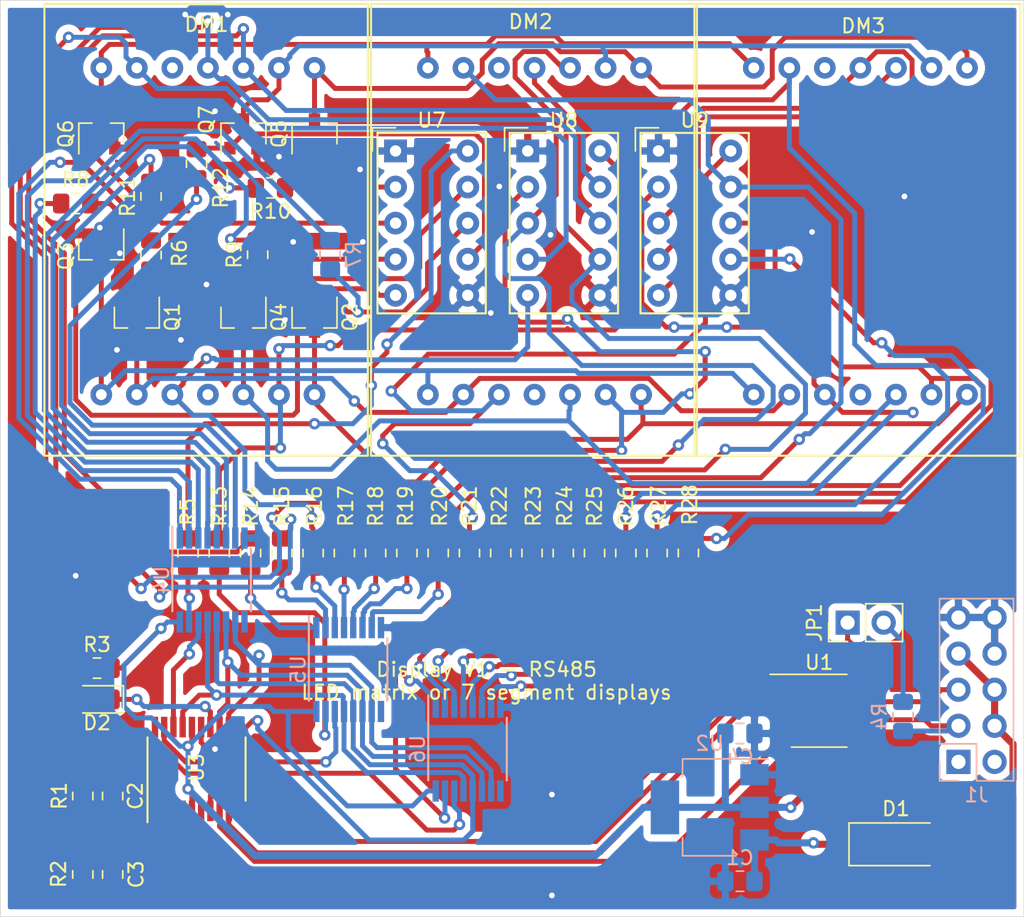
<source format=kicad_pcb>
(kicad_pcb (version 20171130) (host pcbnew "(5.1.4)-1")

  (general
    (thickness 1.6)
    (drawings 5)
    (tracks 1037)
    (zones 0)
    (modules 55)
    (nets 92)
  )

  (page A4)
  (layers
    (0 F.Cu signal hide)
    (31 B.Cu signal hide)
    (32 B.Adhes user)
    (33 F.Adhes user)
    (34 B.Paste user)
    (35 F.Paste user)
    (36 B.SilkS user)
    (37 F.SilkS user)
    (38 B.Mask user)
    (39 F.Mask user)
    (40 Dwgs.User user)
    (41 Cmts.User user)
    (42 Eco1.User user)
    (43 Eco2.User user)
    (44 Edge.Cuts user)
    (45 Margin user)
    (46 B.CrtYd user)
    (47 F.CrtYd user)
    (48 B.Fab user)
    (49 F.Fab user)
  )

  (setup
    (last_trace_width 0.5)
    (user_trace_width 0.35)
    (user_trace_width 0.5)
    (trace_clearance 0.2)
    (zone_clearance 0.508)
    (zone_45_only no)
    (trace_min 0.2)
    (via_size 0.8)
    (via_drill 0.4)
    (via_min_size 0.4)
    (via_min_drill 0.3)
    (uvia_size 0.3)
    (uvia_drill 0.1)
    (uvias_allowed no)
    (uvia_min_size 0.2)
    (uvia_min_drill 0.1)
    (edge_width 0.05)
    (segment_width 0.2)
    (pcb_text_width 0.3)
    (pcb_text_size 1.5 1.5)
    (mod_edge_width 0.12)
    (mod_text_size 1 1)
    (mod_text_width 0.15)
    (pad_size 1.524 1.524)
    (pad_drill 0.762)
    (pad_to_mask_clearance 0.051)
    (solder_mask_min_width 0.25)
    (aux_axis_origin 0 0)
    (visible_elements FFFFFF7F)
    (pcbplotparams
      (layerselection 0x010fc_ffffffff)
      (usegerberextensions false)
      (usegerberattributes false)
      (usegerberadvancedattributes false)
      (creategerberjobfile false)
      (excludeedgelayer true)
      (linewidth 0.100000)
      (plotframeref false)
      (viasonmask false)
      (mode 1)
      (useauxorigin false)
      (hpglpennumber 1)
      (hpglpenspeed 20)
      (hpglpendiameter 15.000000)
      (psnegative false)
      (psa4output false)
      (plotreference true)
      (plotvalue true)
      (plotinvisibletext false)
      (padsonsilk false)
      (subtractmaskfromsilk false)
      (outputformat 1)
      (mirror false)
      (drillshape 0)
      (scaleselection 1)
      (outputdirectory "gerber/"))
  )

  (net 0 "")
  (net 1 "Net-(C1-Pad1)")
  (net 2 GND)
  (net 3 BOOT0)
  (net 4 NRST)
  (net 5 +3V3)
  (net 6 +12V)
  (net 7 "Net-(D2-Pad1)")
  (net 8 "Net-(D2-Pad2)")
  (net 9 "Net-(DM1-Pad1)")
  (net 10 "Net-(DM1-Pad2)")
  (net 11 "Net-(DM1-Pad3)")
  (net 12 "Net-(DM1-Pad4)")
  (net 13 "Net-(DM1-Pad5)")
  (net 14 "Net-(DM1-Pad6)")
  (net 15 "Net-(DM1-Pad7)")
  (net 16 "Net-(DM1-Pad8)")
  (net 17 "Net-(DM1-Pad9)")
  (net 18 "Net-(DM1-Pad10)")
  (net 19 "Net-(DM1-Pad11)")
  (net 20 "Net-(DM1-Pad12)")
  (net 21 "Net-(DM1-Pad13)")
  (net 22 "Net-(DM1-Pad14)")
  (net 23 "Net-(DM2-Pad13)")
  (net 24 "Net-(DM2-Pad11)")
  (net 25 "Net-(DM2-Pad10)")
  (net 26 "Net-(DM2-Pad6)")
  (net 27 "Net-(DM2-Pad5)")
  (net 28 "Net-(DM2-Pad4)")
  (net 29 "Net-(DM2-Pad3)")
  (net 30 "Net-(DM3-Pad3)")
  (net 31 "Net-(DM3-Pad4)")
  (net 32 "Net-(DM3-Pad5)")
  (net 33 "Net-(DM3-Pad6)")
  (net 34 "Net-(DM3-Pad10)")
  (net 35 "Net-(DM3-Pad11)")
  (net 36 "Net-(DM3-Pad13)")
  (net 37 "Net-(J1-Pad1)")
  (net 38 "Net-(J1-Pad2)")
  (net 39 "Net-(J1-Pad3)")
  (net 40 "Net-(J1-Pad5)")
  (net 41 "Net-(JP1-Pad2)")
  (net 42 "Net-(Q1-Pad1)")
  (net 43 "Net-(Q2-Pad1)")
  (net 44 "Net-(Q3-Pad1)")
  (net 45 "Net-(Q4-Pad1)")
  (net 46 "Net-(Q5-Pad1)")
  (net 47 "Net-(Q6-Pad1)")
  (net 48 "Net-(Q7-Pad1)")
  (net 49 "Net-(R5-Pad1)")
  (net 50 "Net-(R5-Pad2)")
  (net 51 "Net-(R6-Pad2)")
  (net 52 "Net-(R7-Pad2)")
  (net 53 "Net-(R8-Pad2)")
  (net 54 "Net-(R9-Pad2)")
  (net 55 "Net-(R10-Pad2)")
  (net 56 "Net-(R11-Pad2)")
  (net 57 "Net-(R12-Pad2)")
  (net 58 "Net-(R13-Pad2)")
  (net 59 "Net-(R14-Pad2)")
  (net 60 "Net-(R15-Pad2)")
  (net 61 "Net-(R16-Pad2)")
  (net 62 "Net-(R17-Pad2)")
  (net 63 "Net-(R18-Pad2)")
  (net 64 "Net-(R19-Pad2)")
  (net 65 "Net-(R20-Pad2)")
  (net 66 "Net-(R21-Pad2)")
  (net 67 "Net-(R22-Pad2)")
  (net 68 "Net-(R23-Pad2)")
  (net 69 "Net-(R24-Pad2)")
  (net 70 "Net-(R25-Pad2)")
  (net 71 "Net-(R26-Pad2)")
  (net 72 "Net-(R27-Pad2)")
  (net 73 "Net-(R28-Pad2)")
  (net 74 "Net-(R28-Pad1)")
  (net 75 RX)
  (net 76 DE)
  (net 77 TX)
  (net 78 "Net-(U3-Pad2)")
  (net 79 "Net-(U3-Pad3)")
  (net 80 "Net-(U3-Pad6)")
  (net 81 "Net-(U3-Pad10)")
  (net 82 RCLK)
  (net 83 SRCLR)
  (net 84 SRCLK)
  (net 85 OE)
  (net 86 DATA1)
  (net 87 DATA2)
  (net 88 DATA3)
  (net 89 "Net-(U4-Pad9)")
  (net 90 "Net-(U5-Pad9)")
  (net 91 "Net-(U6-Pad9)")

  (net_class Default "Toto je výchozí třída sítě."
    (clearance 0.2)
    (trace_width 0.25)
    (via_dia 0.8)
    (via_drill 0.4)
    (uvia_dia 0.3)
    (uvia_drill 0.1)
    (add_net +12V)
    (add_net +3V3)
    (add_net BOOT0)
    (add_net DATA1)
    (add_net DATA2)
    (add_net DATA3)
    (add_net DE)
    (add_net GND)
    (add_net NRST)
    (add_net "Net-(C1-Pad1)")
    (add_net "Net-(D2-Pad1)")
    (add_net "Net-(D2-Pad2)")
    (add_net "Net-(DM1-Pad1)")
    (add_net "Net-(DM1-Pad10)")
    (add_net "Net-(DM1-Pad11)")
    (add_net "Net-(DM1-Pad12)")
    (add_net "Net-(DM1-Pad13)")
    (add_net "Net-(DM1-Pad14)")
    (add_net "Net-(DM1-Pad2)")
    (add_net "Net-(DM1-Pad3)")
    (add_net "Net-(DM1-Pad4)")
    (add_net "Net-(DM1-Pad5)")
    (add_net "Net-(DM1-Pad6)")
    (add_net "Net-(DM1-Pad7)")
    (add_net "Net-(DM1-Pad8)")
    (add_net "Net-(DM1-Pad9)")
    (add_net "Net-(DM2-Pad10)")
    (add_net "Net-(DM2-Pad11)")
    (add_net "Net-(DM2-Pad13)")
    (add_net "Net-(DM2-Pad3)")
    (add_net "Net-(DM2-Pad4)")
    (add_net "Net-(DM2-Pad5)")
    (add_net "Net-(DM2-Pad6)")
    (add_net "Net-(DM3-Pad10)")
    (add_net "Net-(DM3-Pad11)")
    (add_net "Net-(DM3-Pad13)")
    (add_net "Net-(DM3-Pad3)")
    (add_net "Net-(DM3-Pad4)")
    (add_net "Net-(DM3-Pad5)")
    (add_net "Net-(DM3-Pad6)")
    (add_net "Net-(J1-Pad1)")
    (add_net "Net-(J1-Pad2)")
    (add_net "Net-(J1-Pad3)")
    (add_net "Net-(J1-Pad5)")
    (add_net "Net-(JP1-Pad2)")
    (add_net "Net-(Q1-Pad1)")
    (add_net "Net-(Q2-Pad1)")
    (add_net "Net-(Q3-Pad1)")
    (add_net "Net-(Q4-Pad1)")
    (add_net "Net-(Q5-Pad1)")
    (add_net "Net-(Q6-Pad1)")
    (add_net "Net-(Q7-Pad1)")
    (add_net "Net-(R10-Pad2)")
    (add_net "Net-(R11-Pad2)")
    (add_net "Net-(R12-Pad2)")
    (add_net "Net-(R13-Pad2)")
    (add_net "Net-(R14-Pad2)")
    (add_net "Net-(R15-Pad2)")
    (add_net "Net-(R16-Pad2)")
    (add_net "Net-(R17-Pad2)")
    (add_net "Net-(R18-Pad2)")
    (add_net "Net-(R19-Pad2)")
    (add_net "Net-(R20-Pad2)")
    (add_net "Net-(R21-Pad2)")
    (add_net "Net-(R22-Pad2)")
    (add_net "Net-(R23-Pad2)")
    (add_net "Net-(R24-Pad2)")
    (add_net "Net-(R25-Pad2)")
    (add_net "Net-(R26-Pad2)")
    (add_net "Net-(R27-Pad2)")
    (add_net "Net-(R28-Pad1)")
    (add_net "Net-(R28-Pad2)")
    (add_net "Net-(R5-Pad1)")
    (add_net "Net-(R5-Pad2)")
    (add_net "Net-(R6-Pad2)")
    (add_net "Net-(R7-Pad2)")
    (add_net "Net-(R8-Pad2)")
    (add_net "Net-(R9-Pad2)")
    (add_net "Net-(U3-Pad10)")
    (add_net "Net-(U3-Pad2)")
    (add_net "Net-(U3-Pad3)")
    (add_net "Net-(U3-Pad6)")
    (add_net "Net-(U4-Pad9)")
    (add_net "Net-(U5-Pad9)")
    (add_net "Net-(U6-Pad9)")
    (add_net OE)
    (add_net RCLK)
    (add_net RX)
    (add_net SRCLK)
    (add_net SRCLR)
    (add_net TX)
  )

  (module Capacitor_SMD:C_0805_2012Metric_Pad1.15x1.40mm_HandSolder (layer B.Cu) (tedit 5B36C52B) (tstamp 5EE9604D)
    (at 175.525 115 180)
    (descr "Capacitor SMD 0805 (2012 Metric), square (rectangular) end terminal, IPC_7351 nominal with elongated pad for handsoldering. (Body size source: https://docs.google.com/spreadsheets/d/1BsfQQcO9C6DZCsRaXUlFlo91Tg2WpOkGARC1WS5S8t0/edit?usp=sharing), generated with kicad-footprint-generator")
    (tags "capacitor handsolder")
    (path /5FAD41E6)
    (attr smd)
    (fp_text reference C1 (at 0 1.65) (layer B.SilkS)
      (effects (font (size 1 1) (thickness 0.15)) (justify mirror))
    )
    (fp_text value 100n (at 0 -1.65) (layer B.Fab)
      (effects (font (size 1 1) (thickness 0.15)) (justify mirror))
    )
    (fp_line (start -1 -0.6) (end -1 0.6) (layer B.Fab) (width 0.1))
    (fp_line (start -1 0.6) (end 1 0.6) (layer B.Fab) (width 0.1))
    (fp_line (start 1 0.6) (end 1 -0.6) (layer B.Fab) (width 0.1))
    (fp_line (start 1 -0.6) (end -1 -0.6) (layer B.Fab) (width 0.1))
    (fp_line (start -0.261252 0.71) (end 0.261252 0.71) (layer B.SilkS) (width 0.12))
    (fp_line (start -0.261252 -0.71) (end 0.261252 -0.71) (layer B.SilkS) (width 0.12))
    (fp_line (start -1.85 -0.95) (end -1.85 0.95) (layer B.CrtYd) (width 0.05))
    (fp_line (start -1.85 0.95) (end 1.85 0.95) (layer B.CrtYd) (width 0.05))
    (fp_line (start 1.85 0.95) (end 1.85 -0.95) (layer B.CrtYd) (width 0.05))
    (fp_line (start 1.85 -0.95) (end -1.85 -0.95) (layer B.CrtYd) (width 0.05))
    (fp_text user %R (at 0 0) (layer B.Fab)
      (effects (font (size 0.5 0.5) (thickness 0.08)) (justify mirror))
    )
    (pad 1 smd roundrect (at -1.025 0 180) (size 1.15 1.4) (layers B.Cu B.Paste B.Mask) (roundrect_rratio 0.217391)
      (net 1 "Net-(C1-Pad1)"))
    (pad 2 smd roundrect (at 1.025 0 180) (size 1.15 1.4) (layers B.Cu B.Paste B.Mask) (roundrect_rratio 0.217391)
      (net 2 GND))
    (model ${KISYS3DMOD}/Capacitor_SMD.3dshapes/C_0805_2012Metric.wrl
      (at (xyz 0 0 0))
      (scale (xyz 1 1 1))
      (rotate (xyz 0 0 0))
    )
  )

  (module Capacitor_SMD:C_0805_2012Metric_Pad1.15x1.40mm_HandSolder (layer F.Cu) (tedit 5B36C52B) (tstamp 5EE9605E)
    (at 131.4 109 90)
    (descr "Capacitor SMD 0805 (2012 Metric), square (rectangular) end terminal, IPC_7351 nominal with elongated pad for handsoldering. (Body size source: https://docs.google.com/spreadsheets/d/1BsfQQcO9C6DZCsRaXUlFlo91Tg2WpOkGARC1WS5S8t0/edit?usp=sharing), generated with kicad-footprint-generator")
    (tags "capacitor handsolder")
    (path /5FD3CFCE)
    (attr smd)
    (fp_text reference C2 (at 0 1.6 90) (layer F.SilkS)
      (effects (font (size 1 1) (thickness 0.15)))
    )
    (fp_text value 100n (at 0 1.65 90) (layer F.Fab)
      (effects (font (size 1 1) (thickness 0.15)))
    )
    (fp_text user %R (at 0 0 90) (layer F.Fab)
      (effects (font (size 0.5 0.5) (thickness 0.08)))
    )
    (fp_line (start 1.85 0.95) (end -1.85 0.95) (layer F.CrtYd) (width 0.05))
    (fp_line (start 1.85 -0.95) (end 1.85 0.95) (layer F.CrtYd) (width 0.05))
    (fp_line (start -1.85 -0.95) (end 1.85 -0.95) (layer F.CrtYd) (width 0.05))
    (fp_line (start -1.85 0.95) (end -1.85 -0.95) (layer F.CrtYd) (width 0.05))
    (fp_line (start -0.261252 0.71) (end 0.261252 0.71) (layer F.SilkS) (width 0.12))
    (fp_line (start -0.261252 -0.71) (end 0.261252 -0.71) (layer F.SilkS) (width 0.12))
    (fp_line (start 1 0.6) (end -1 0.6) (layer F.Fab) (width 0.1))
    (fp_line (start 1 -0.6) (end 1 0.6) (layer F.Fab) (width 0.1))
    (fp_line (start -1 -0.6) (end 1 -0.6) (layer F.Fab) (width 0.1))
    (fp_line (start -1 0.6) (end -1 -0.6) (layer F.Fab) (width 0.1))
    (pad 2 smd roundrect (at 1.025 0 90) (size 1.15 1.4) (layers F.Cu F.Paste F.Mask) (roundrect_rratio 0.217391)
      (net 2 GND))
    (pad 1 smd roundrect (at -1.025 0 90) (size 1.15 1.4) (layers F.Cu F.Paste F.Mask) (roundrect_rratio 0.217391)
      (net 3 BOOT0))
    (model ${KISYS3DMOD}/Capacitor_SMD.3dshapes/C_0805_2012Metric.wrl
      (at (xyz 0 0 0))
      (scale (xyz 1 1 1))
      (rotate (xyz 0 0 0))
    )
  )

  (module Capacitor_SMD:C_0805_2012Metric_Pad1.15x1.40mm_HandSolder (layer F.Cu) (tedit 5B36C52B) (tstamp 5EE9606F)
    (at 131.4 114.525 270)
    (descr "Capacitor SMD 0805 (2012 Metric), square (rectangular) end terminal, IPC_7351 nominal with elongated pad for handsoldering. (Body size source: https://docs.google.com/spreadsheets/d/1BsfQQcO9C6DZCsRaXUlFlo91Tg2WpOkGARC1WS5S8t0/edit?usp=sharing), generated with kicad-footprint-generator")
    (tags "capacitor handsolder")
    (path /5FC7615B)
    (attr smd)
    (fp_text reference C3 (at 0 -1.65 90) (layer F.SilkS)
      (effects (font (size 1 1) (thickness 0.15)))
    )
    (fp_text value 100n (at 0 1.65 90) (layer F.Fab)
      (effects (font (size 1 1) (thickness 0.15)))
    )
    (fp_line (start -1 0.6) (end -1 -0.6) (layer F.Fab) (width 0.1))
    (fp_line (start -1 -0.6) (end 1 -0.6) (layer F.Fab) (width 0.1))
    (fp_line (start 1 -0.6) (end 1 0.6) (layer F.Fab) (width 0.1))
    (fp_line (start 1 0.6) (end -1 0.6) (layer F.Fab) (width 0.1))
    (fp_line (start -0.261252 -0.71) (end 0.261252 -0.71) (layer F.SilkS) (width 0.12))
    (fp_line (start -0.261252 0.71) (end 0.261252 0.71) (layer F.SilkS) (width 0.12))
    (fp_line (start -1.85 0.95) (end -1.85 -0.95) (layer F.CrtYd) (width 0.05))
    (fp_line (start -1.85 -0.95) (end 1.85 -0.95) (layer F.CrtYd) (width 0.05))
    (fp_line (start 1.85 -0.95) (end 1.85 0.95) (layer F.CrtYd) (width 0.05))
    (fp_line (start 1.85 0.95) (end -1.85 0.95) (layer F.CrtYd) (width 0.05))
    (fp_text user %R (at 0 0 90) (layer F.Fab)
      (effects (font (size 0.5 0.5) (thickness 0.08)))
    )
    (pad 1 smd roundrect (at -1.025 0 270) (size 1.15 1.4) (layers F.Cu F.Paste F.Mask) (roundrect_rratio 0.217391)
      (net 4 NRST))
    (pad 2 smd roundrect (at 1.025 0 270) (size 1.15 1.4) (layers F.Cu F.Paste F.Mask) (roundrect_rratio 0.217391)
      (net 2 GND))
    (model ${KISYS3DMOD}/Capacitor_SMD.3dshapes/C_0805_2012Metric.wrl
      (at (xyz 0 0 0))
      (scale (xyz 1 1 1))
      (rotate (xyz 0 0 0))
    )
  )

  (module Capacitor_SMD:C_0805_2012Metric_Pad1.15x1.40mm_HandSolder (layer B.Cu) (tedit 5B36C52B) (tstamp 5EE96080)
    (at 175.525 104.6)
    (descr "Capacitor SMD 0805 (2012 Metric), square (rectangular) end terminal, IPC_7351 nominal with elongated pad for handsoldering. (Body size source: https://docs.google.com/spreadsheets/d/1BsfQQcO9C6DZCsRaXUlFlo91Tg2WpOkGARC1WS5S8t0/edit?usp=sharing), generated with kicad-footprint-generator")
    (tags "capacitor handsolder")
    (path /5FAD633E)
    (attr smd)
    (fp_text reference C4 (at 0 1.65) (layer B.SilkS)
      (effects (font (size 1 1) (thickness 0.15)) (justify mirror))
    )
    (fp_text value 100n (at 0 -1.65) (layer B.Fab)
      (effects (font (size 1 1) (thickness 0.15)) (justify mirror))
    )
    (fp_text user %R (at 0 0) (layer B.Fab)
      (effects (font (size 0.5 0.5) (thickness 0.08)) (justify mirror))
    )
    (fp_line (start 1.85 -0.95) (end -1.85 -0.95) (layer B.CrtYd) (width 0.05))
    (fp_line (start 1.85 0.95) (end 1.85 -0.95) (layer B.CrtYd) (width 0.05))
    (fp_line (start -1.85 0.95) (end 1.85 0.95) (layer B.CrtYd) (width 0.05))
    (fp_line (start -1.85 -0.95) (end -1.85 0.95) (layer B.CrtYd) (width 0.05))
    (fp_line (start -0.261252 -0.71) (end 0.261252 -0.71) (layer B.SilkS) (width 0.12))
    (fp_line (start -0.261252 0.71) (end 0.261252 0.71) (layer B.SilkS) (width 0.12))
    (fp_line (start 1 -0.6) (end -1 -0.6) (layer B.Fab) (width 0.1))
    (fp_line (start 1 0.6) (end 1 -0.6) (layer B.Fab) (width 0.1))
    (fp_line (start -1 0.6) (end 1 0.6) (layer B.Fab) (width 0.1))
    (fp_line (start -1 -0.6) (end -1 0.6) (layer B.Fab) (width 0.1))
    (pad 2 smd roundrect (at 1.025 0) (size 1.15 1.4) (layers B.Cu B.Paste B.Mask) (roundrect_rratio 0.217391)
      (net 2 GND))
    (pad 1 smd roundrect (at -1.025 0) (size 1.15 1.4) (layers B.Cu B.Paste B.Mask) (roundrect_rratio 0.217391)
      (net 5 +3V3))
    (model ${KISYS3DMOD}/Capacitor_SMD.3dshapes/C_0805_2012Metric.wrl
      (at (xyz 0 0 0))
      (scale (xyz 1 1 1))
      (rotate (xyz 0 0 0))
    )
  )

  (module LED_SMD:LED_0805_2012Metric_Pad1.15x1.40mm_HandSolder (layer F.Cu) (tedit 5B4B45C9) (tstamp 5EE960B2)
    (at 130.3 102.2 180)
    (descr "LED SMD 0805 (2012 Metric), square (rectangular) end terminal, IPC_7351 nominal, (Body size source: https://docs.google.com/spreadsheets/d/1BsfQQcO9C6DZCsRaXUlFlo91Tg2WpOkGARC1WS5S8t0/edit?usp=sharing), generated with kicad-footprint-generator")
    (tags "LED handsolder")
    (path /5FE30966)
    (attr smd)
    (fp_text reference D2 (at 0 -1.65) (layer F.SilkS)
      (effects (font (size 1 1) (thickness 0.15)))
    )
    (fp_text value LED (at 0 1.65) (layer F.Fab)
      (effects (font (size 1 1) (thickness 0.15)))
    )
    (fp_line (start 1 -0.6) (end -0.7 -0.6) (layer F.Fab) (width 0.1))
    (fp_line (start -0.7 -0.6) (end -1 -0.3) (layer F.Fab) (width 0.1))
    (fp_line (start -1 -0.3) (end -1 0.6) (layer F.Fab) (width 0.1))
    (fp_line (start -1 0.6) (end 1 0.6) (layer F.Fab) (width 0.1))
    (fp_line (start 1 0.6) (end 1 -0.6) (layer F.Fab) (width 0.1))
    (fp_line (start 1 -0.96) (end -1.86 -0.96) (layer F.SilkS) (width 0.12))
    (fp_line (start -1.86 -0.96) (end -1.86 0.96) (layer F.SilkS) (width 0.12))
    (fp_line (start -1.86 0.96) (end 1 0.96) (layer F.SilkS) (width 0.12))
    (fp_line (start -1.85 0.95) (end -1.85 -0.95) (layer F.CrtYd) (width 0.05))
    (fp_line (start -1.85 -0.95) (end 1.85 -0.95) (layer F.CrtYd) (width 0.05))
    (fp_line (start 1.85 -0.95) (end 1.85 0.95) (layer F.CrtYd) (width 0.05))
    (fp_line (start 1.85 0.95) (end -1.85 0.95) (layer F.CrtYd) (width 0.05))
    (fp_text user %R (at 0 0) (layer F.Fab)
      (effects (font (size 0.5 0.5) (thickness 0.08)))
    )
    (pad 1 smd roundrect (at -1.025 0 180) (size 1.15 1.4) (layers F.Cu F.Paste F.Mask) (roundrect_rratio 0.217391)
      (net 7 "Net-(D2-Pad1)"))
    (pad 2 smd roundrect (at 1.025 0 180) (size 1.15 1.4) (layers F.Cu F.Paste F.Mask) (roundrect_rratio 0.217391)
      (net 8 "Net-(D2-Pad2)"))
    (model ${KISYS3DMOD}/LED_SMD.3dshapes/LED_0805_2012Metric.wrl
      (at (xyz 0 0 0))
      (scale (xyz 1 1 1))
      (rotate (xyz 0 0 0))
    )
  )

  (module User:FYM-12572 (layer F.Cu) (tedit 5EE69FD8) (tstamp 5EE960CD)
    (at 138.1 51.25)
    (path /5EE95117)
    (fp_text reference DM1 (at -0.1 3.45) (layer F.SilkS)
      (effects (font (size 1 1) (thickness 0.15)))
    )
    (fp_text value FYM-12572 (at 0 -0.5) (layer F.Fab)
      (effects (font (size 1 1) (thickness 0.15)))
    )
    (fp_line (start 0 2) (end 11 2) (layer F.SilkS) (width 0.15))
    (fp_line (start 0 2) (end -11 2) (layer F.SilkS) (width 0.15))
    (fp_line (start -11 2) (end -11.5 2) (layer F.SilkS) (width 0.15))
    (fp_line (start 11 2) (end 11.25 2) (layer F.SilkS) (width 0.15))
    (fp_line (start -11.5 2) (end -11.5 33.75) (layer F.SilkS) (width 0.15))
    (fp_line (start -11.5 33.75) (end -11.5 33.8) (layer F.SilkS) (width 0.15))
    (fp_line (start -11.5 33.8) (end 10.6 33.8) (layer F.SilkS) (width 0.15))
    (fp_line (start 11.25 2) (end 11.25 33.8) (layer F.SilkS) (width 0.15))
    (fp_line (start 11.25 33.8) (end 10.6 33.8) (layer F.SilkS) (width 0.15))
    (pad 1 thru_hole circle (at 7.5 6.5 180) (size 1.524 1.524) (drill 0.762) (layers *.Cu *.Mask)
      (net 9 "Net-(DM1-Pad1)"))
    (pad 2 thru_hole circle (at 5 6.5 180) (size 1.524 1.524) (drill 0.762) (layers *.Cu *.Mask)
      (net 10 "Net-(DM1-Pad2)"))
    (pad 3 thru_hole circle (at 2.5 6.5 180) (size 1.524 1.524) (drill 0.762) (layers *.Cu *.Mask)
      (net 11 "Net-(DM1-Pad3)"))
    (pad 4 thru_hole circle (at 0 6.5 180) (size 1.524 1.524) (drill 0.762) (layers *.Cu *.Mask)
      (net 12 "Net-(DM1-Pad4)"))
    (pad 5 thru_hole circle (at -2.5 6.5) (size 1.524 1.524) (drill 0.762) (layers *.Cu *.Mask)
      (net 13 "Net-(DM1-Pad5)"))
    (pad 6 thru_hole circle (at -5 6.5) (size 1.524 1.524) (drill 0.762) (layers *.Cu *.Mask)
      (net 14 "Net-(DM1-Pad6)"))
    (pad 7 thru_hole circle (at -7.5 6.5) (size 1.524 1.524) (drill 0.762) (layers *.Cu *.Mask)
      (net 15 "Net-(DM1-Pad7)"))
    (pad 8 thru_hole circle (at -7.5 29.5) (size 1.524 1.524) (drill 0.762) (layers *.Cu *.Mask)
      (net 16 "Net-(DM1-Pad8)"))
    (pad 9 thru_hole circle (at -5 29.5) (size 1.524 1.524) (drill 0.762) (layers *.Cu *.Mask)
      (net 17 "Net-(DM1-Pad9)"))
    (pad 10 thru_hole circle (at -2.5 29.5) (size 1.524 1.524) (drill 0.762) (layers *.Cu *.Mask)
      (net 18 "Net-(DM1-Pad10)"))
    (pad 11 thru_hole circle (at 0 29.5) (size 1.524 1.524) (drill 0.762) (layers *.Cu *.Mask)
      (net 19 "Net-(DM1-Pad11)"))
    (pad 12 thru_hole circle (at 2.5 29.5) (size 1.524 1.524) (drill 0.762) (layers *.Cu *.Mask)
      (net 20 "Net-(DM1-Pad12)"))
    (pad 13 thru_hole circle (at 5 29.5) (size 1.524 1.524) (drill 0.762) (layers *.Cu *.Mask)
      (net 21 "Net-(DM1-Pad13)"))
    (pad 14 thru_hole circle (at 7.5 29.5) (size 1.524 1.524) (drill 0.762) (layers *.Cu *.Mask)
      (net 22 "Net-(DM1-Pad14)"))
  )

  (module User:FYM-12572 (layer F.Cu) (tedit 5EE69FD8) (tstamp 5EE960E8)
    (at 161.075001 51.25)
    (path /5EE99C35)
    (fp_text reference DM2 (at -0.275001 3.25) (layer F.SilkS)
      (effects (font (size 1 1) (thickness 0.15)))
    )
    (fp_text value FYM-12572 (at 0 -0.5) (layer F.Fab)
      (effects (font (size 1 1) (thickness 0.15)))
    )
    (fp_line (start 11.25 33.8) (end 10.6 33.8) (layer F.SilkS) (width 0.15))
    (fp_line (start 11.25 2) (end 11.25 33.8) (layer F.SilkS) (width 0.15))
    (fp_line (start -11.5 33.8) (end 10.6 33.8) (layer F.SilkS) (width 0.15))
    (fp_line (start -11.5 33.75) (end -11.5 33.8) (layer F.SilkS) (width 0.15))
    (fp_line (start -11.5 2) (end -11.5 33.75) (layer F.SilkS) (width 0.15))
    (fp_line (start 11 2) (end 11.25 2) (layer F.SilkS) (width 0.15))
    (fp_line (start -11 2) (end -11.5 2) (layer F.SilkS) (width 0.15))
    (fp_line (start 0 2) (end -11 2) (layer F.SilkS) (width 0.15))
    (fp_line (start 0 2) (end 11 2) (layer F.SilkS) (width 0.15))
    (pad 14 thru_hole circle (at 7.5 29.5) (size 1.524 1.524) (drill 0.762) (layers *.Cu *.Mask)
      (net 22 "Net-(DM1-Pad14)"))
    (pad 13 thru_hole circle (at 5 29.5) (size 1.524 1.524) (drill 0.762) (layers *.Cu *.Mask)
      (net 23 "Net-(DM2-Pad13)"))
    (pad 12 thru_hole circle (at 2.5 29.5) (size 1.524 1.524) (drill 0.762) (layers *.Cu *.Mask)
      (net 20 "Net-(DM1-Pad12)"))
    (pad 11 thru_hole circle (at 0 29.5) (size 1.524 1.524) (drill 0.762) (layers *.Cu *.Mask)
      (net 24 "Net-(DM2-Pad11)"))
    (pad 10 thru_hole circle (at -2.5 29.5) (size 1.524 1.524) (drill 0.762) (layers *.Cu *.Mask)
      (net 25 "Net-(DM2-Pad10)"))
    (pad 9 thru_hole circle (at -5 29.5) (size 1.524 1.524) (drill 0.762) (layers *.Cu *.Mask)
      (net 17 "Net-(DM1-Pad9)"))
    (pad 8 thru_hole circle (at -7.5 29.5) (size 1.524 1.524) (drill 0.762) (layers *.Cu *.Mask)
      (net 16 "Net-(DM1-Pad8)"))
    (pad 7 thru_hole circle (at -7.5 6.5) (size 1.524 1.524) (drill 0.762) (layers *.Cu *.Mask)
      (net 15 "Net-(DM1-Pad7)"))
    (pad 6 thru_hole circle (at -5 6.5) (size 1.524 1.524) (drill 0.762) (layers *.Cu *.Mask)
      (net 26 "Net-(DM2-Pad6)"))
    (pad 5 thru_hole circle (at -2.5 6.5) (size 1.524 1.524) (drill 0.762) (layers *.Cu *.Mask)
      (net 27 "Net-(DM2-Pad5)"))
    (pad 4 thru_hole circle (at 0 6.5 180) (size 1.524 1.524) (drill 0.762) (layers *.Cu *.Mask)
      (net 28 "Net-(DM2-Pad4)"))
    (pad 3 thru_hole circle (at 2.5 6.5 180) (size 1.524 1.524) (drill 0.762) (layers *.Cu *.Mask)
      (net 29 "Net-(DM2-Pad3)"))
    (pad 2 thru_hole circle (at 5 6.5 180) (size 1.524 1.524) (drill 0.762) (layers *.Cu *.Mask)
      (net 10 "Net-(DM1-Pad2)"))
    (pad 1 thru_hole circle (at 7.5 6.5 180) (size 1.524 1.524) (drill 0.762) (layers *.Cu *.Mask)
      (net 9 "Net-(DM1-Pad1)"))
  )

  (module User:FYM-12572 (layer F.Cu) (tedit 5EE69FD8) (tstamp 5EE96103)
    (at 184 51.25)
    (path /5EE9AE11)
    (fp_text reference DM3 (at 0.2 3.55) (layer F.SilkS)
      (effects (font (size 1 1) (thickness 0.15)))
    )
    (fp_text value FYM-12572 (at 0 -0.5) (layer F.Fab)
      (effects (font (size 1 1) (thickness 0.15)))
    )
    (fp_line (start 0 2) (end 11 2) (layer F.SilkS) (width 0.15))
    (fp_line (start 0 2) (end -11 2) (layer F.SilkS) (width 0.15))
    (fp_line (start -11 2) (end -11.5 2) (layer F.SilkS) (width 0.15))
    (fp_line (start 11 2) (end 11.25 2) (layer F.SilkS) (width 0.15))
    (fp_line (start -11.5 2) (end -11.5 33.75) (layer F.SilkS) (width 0.15))
    (fp_line (start -11.5 33.75) (end -11.5 33.8) (layer F.SilkS) (width 0.15))
    (fp_line (start -11.5 33.8) (end 10.6 33.8) (layer F.SilkS) (width 0.15))
    (fp_line (start 11.25 2) (end 11.25 33.8) (layer F.SilkS) (width 0.15))
    (fp_line (start 11.25 33.8) (end 10.6 33.8) (layer F.SilkS) (width 0.15))
    (pad 1 thru_hole circle (at 7.5 6.5 180) (size 1.524 1.524) (drill 0.762) (layers *.Cu *.Mask)
      (net 9 "Net-(DM1-Pad1)"))
    (pad 2 thru_hole circle (at 5 6.5 180) (size 1.524 1.524) (drill 0.762) (layers *.Cu *.Mask)
      (net 10 "Net-(DM1-Pad2)"))
    (pad 3 thru_hole circle (at 2.5 6.5 180) (size 1.524 1.524) (drill 0.762) (layers *.Cu *.Mask)
      (net 30 "Net-(DM3-Pad3)"))
    (pad 4 thru_hole circle (at 0 6.5 180) (size 1.524 1.524) (drill 0.762) (layers *.Cu *.Mask)
      (net 31 "Net-(DM3-Pad4)"))
    (pad 5 thru_hole circle (at -2.5 6.5) (size 1.524 1.524) (drill 0.762) (layers *.Cu *.Mask)
      (net 32 "Net-(DM3-Pad5)"))
    (pad 6 thru_hole circle (at -5 6.5) (size 1.524 1.524) (drill 0.762) (layers *.Cu *.Mask)
      (net 33 "Net-(DM3-Pad6)"))
    (pad 7 thru_hole circle (at -7.5 6.5) (size 1.524 1.524) (drill 0.762) (layers *.Cu *.Mask)
      (net 15 "Net-(DM1-Pad7)"))
    (pad 8 thru_hole circle (at -7.5 29.5) (size 1.524 1.524) (drill 0.762) (layers *.Cu *.Mask)
      (net 16 "Net-(DM1-Pad8)"))
    (pad 9 thru_hole circle (at -5 29.5) (size 1.524 1.524) (drill 0.762) (layers *.Cu *.Mask)
      (net 17 "Net-(DM1-Pad9)"))
    (pad 10 thru_hole circle (at -2.5 29.5) (size 1.524 1.524) (drill 0.762) (layers *.Cu *.Mask)
      (net 34 "Net-(DM3-Pad10)"))
    (pad 11 thru_hole circle (at 0 29.5) (size 1.524 1.524) (drill 0.762) (layers *.Cu *.Mask)
      (net 35 "Net-(DM3-Pad11)"))
    (pad 12 thru_hole circle (at 2.5 29.5) (size 1.524 1.524) (drill 0.762) (layers *.Cu *.Mask)
      (net 20 "Net-(DM1-Pad12)"))
    (pad 13 thru_hole circle (at 5 29.5) (size 1.524 1.524) (drill 0.762) (layers *.Cu *.Mask)
      (net 36 "Net-(DM3-Pad13)"))
    (pad 14 thru_hole circle (at 7.5 29.5) (size 1.524 1.524) (drill 0.762) (layers *.Cu *.Mask)
      (net 22 "Net-(DM1-Pad14)"))
  )

  (module Connector_PinHeader_2.54mm:PinHeader_2x05_P2.54mm_Vertical (layer B.Cu) (tedit 59FED5CC) (tstamp 5EE96123)
    (at 190.9 106.6)
    (descr "Through hole straight pin header, 2x05, 2.54mm pitch, double rows")
    (tags "Through hole pin header THT 2x05 2.54mm double row")
    (path /5EF4E2D2)
    (fp_text reference J1 (at 1.27 2.33) (layer B.SilkS)
      (effects (font (size 1 1) (thickness 0.15)) (justify mirror))
    )
    (fp_text value Conn_02x05_Odd_Even (at 1.27 -12.49) (layer B.Fab)
      (effects (font (size 1 1) (thickness 0.15)) (justify mirror))
    )
    (fp_line (start 0 1.27) (end 3.81 1.27) (layer B.Fab) (width 0.1))
    (fp_line (start 3.81 1.27) (end 3.81 -11.43) (layer B.Fab) (width 0.1))
    (fp_line (start 3.81 -11.43) (end -1.27 -11.43) (layer B.Fab) (width 0.1))
    (fp_line (start -1.27 -11.43) (end -1.27 0) (layer B.Fab) (width 0.1))
    (fp_line (start -1.27 0) (end 0 1.27) (layer B.Fab) (width 0.1))
    (fp_line (start -1.33 -11.49) (end 3.87 -11.49) (layer B.SilkS) (width 0.12))
    (fp_line (start -1.33 -1.27) (end -1.33 -11.49) (layer B.SilkS) (width 0.12))
    (fp_line (start 3.87 1.33) (end 3.87 -11.49) (layer B.SilkS) (width 0.12))
    (fp_line (start -1.33 -1.27) (end 1.27 -1.27) (layer B.SilkS) (width 0.12))
    (fp_line (start 1.27 -1.27) (end 1.27 1.33) (layer B.SilkS) (width 0.12))
    (fp_line (start 1.27 1.33) (end 3.87 1.33) (layer B.SilkS) (width 0.12))
    (fp_line (start -1.33 0) (end -1.33 1.33) (layer B.SilkS) (width 0.12))
    (fp_line (start -1.33 1.33) (end 0 1.33) (layer B.SilkS) (width 0.12))
    (fp_line (start -1.8 1.8) (end -1.8 -11.95) (layer B.CrtYd) (width 0.05))
    (fp_line (start -1.8 -11.95) (end 4.35 -11.95) (layer B.CrtYd) (width 0.05))
    (fp_line (start 4.35 -11.95) (end 4.35 1.8) (layer B.CrtYd) (width 0.05))
    (fp_line (start 4.35 1.8) (end -1.8 1.8) (layer B.CrtYd) (width 0.05))
    (fp_text user %R (at 1.27 -5.08 -90) (layer B.Fab)
      (effects (font (size 1 1) (thickness 0.15)) (justify mirror))
    )
    (pad 1 thru_hole rect (at 0 0) (size 1.7 1.7) (drill 1) (layers *.Cu *.Mask)
      (net 37 "Net-(J1-Pad1)"))
    (pad 2 thru_hole oval (at 2.54 0) (size 1.7 1.7) (drill 1) (layers *.Cu *.Mask)
      (net 38 "Net-(J1-Pad2)"))
    (pad 3 thru_hole oval (at 0 -2.54) (size 1.7 1.7) (drill 1) (layers *.Cu *.Mask)
      (net 39 "Net-(J1-Pad3)"))
    (pad 4 thru_hole oval (at 2.54 -2.54) (size 1.7 1.7) (drill 1) (layers *.Cu *.Mask)
      (net 6 +12V))
    (pad 5 thru_hole oval (at 0 -5.08) (size 1.7 1.7) (drill 1) (layers *.Cu *.Mask)
      (net 40 "Net-(J1-Pad5)"))
    (pad 6 thru_hole oval (at 2.54 -5.08) (size 1.7 1.7) (drill 1) (layers *.Cu *.Mask)
      (net 6 +12V))
    (pad 7 thru_hole oval (at 0 -7.62) (size 1.7 1.7) (drill 1) (layers *.Cu *.Mask)
      (net 6 +12V))
    (pad 8 thru_hole oval (at 2.54 -7.62) (size 1.7 1.7) (drill 1) (layers *.Cu *.Mask)
      (net 2 GND))
    (pad 9 thru_hole oval (at 0 -10.16) (size 1.7 1.7) (drill 1) (layers *.Cu *.Mask)
      (net 2 GND))
    (pad 10 thru_hole oval (at 2.54 -10.16) (size 1.7 1.7) (drill 1) (layers *.Cu *.Mask)
      (net 2 GND))
    (model ${KISYS3DMOD}/Connector_PinHeader_2.54mm.3dshapes/PinHeader_2x05_P2.54mm_Vertical.wrl
      (at (xyz 0 0 0))
      (scale (xyz 1 1 1))
      (rotate (xyz 0 0 0))
    )
  )

  (module Connector_PinHeader_2.54mm:PinHeader_1x02_P2.54mm_Vertical (layer F.Cu) (tedit 59FED5CC) (tstamp 5EE96139)
    (at 183.1 96.8 90)
    (descr "Through hole straight pin header, 1x02, 2.54mm pitch, single row")
    (tags "Through hole pin header THT 1x02 2.54mm single row")
    (path /5EF6F169)
    (fp_text reference JP1 (at 0 -2.33 90) (layer F.SilkS)
      (effects (font (size 1 1) (thickness 0.15)))
    )
    (fp_text value Jumper (at 0 4.87 90) (layer F.Fab)
      (effects (font (size 1 1) (thickness 0.15)))
    )
    (fp_line (start -0.635 -1.27) (end 1.27 -1.27) (layer F.Fab) (width 0.1))
    (fp_line (start 1.27 -1.27) (end 1.27 3.81) (layer F.Fab) (width 0.1))
    (fp_line (start 1.27 3.81) (end -1.27 3.81) (layer F.Fab) (width 0.1))
    (fp_line (start -1.27 3.81) (end -1.27 -0.635) (layer F.Fab) (width 0.1))
    (fp_line (start -1.27 -0.635) (end -0.635 -1.27) (layer F.Fab) (width 0.1))
    (fp_line (start -1.33 3.87) (end 1.33 3.87) (layer F.SilkS) (width 0.12))
    (fp_line (start -1.33 1.27) (end -1.33 3.87) (layer F.SilkS) (width 0.12))
    (fp_line (start 1.33 1.27) (end 1.33 3.87) (layer F.SilkS) (width 0.12))
    (fp_line (start -1.33 1.27) (end 1.33 1.27) (layer F.SilkS) (width 0.12))
    (fp_line (start -1.33 0) (end -1.33 -1.33) (layer F.SilkS) (width 0.12))
    (fp_line (start -1.33 -1.33) (end 0 -1.33) (layer F.SilkS) (width 0.12))
    (fp_line (start -1.8 -1.8) (end -1.8 4.35) (layer F.CrtYd) (width 0.05))
    (fp_line (start -1.8 4.35) (end 1.8 4.35) (layer F.CrtYd) (width 0.05))
    (fp_line (start 1.8 4.35) (end 1.8 -1.8) (layer F.CrtYd) (width 0.05))
    (fp_line (start 1.8 -1.8) (end -1.8 -1.8) (layer F.CrtYd) (width 0.05))
    (fp_text user %R (at 0 1.27) (layer F.Fab)
      (effects (font (size 1 1) (thickness 0.15)))
    )
    (pad 1 thru_hole rect (at 0 0 90) (size 1.7 1.7) (drill 1) (layers *.Cu *.Mask)
      (net 40 "Net-(J1-Pad5)"))
    (pad 2 thru_hole oval (at 0 2.54 90) (size 1.7 1.7) (drill 1) (layers *.Cu *.Mask)
      (net 41 "Net-(JP1-Pad2)"))
    (model ${KISYS3DMOD}/Connector_PinHeader_2.54mm.3dshapes/PinHeader_1x02_P2.54mm_Vertical.wrl
      (at (xyz 0 0 0))
      (scale (xyz 1 1 1))
      (rotate (xyz 0 0 0))
    )
  )

  (module Package_TO_SOT_SMD:SOT-23 (layer F.Cu) (tedit 5A02FF57) (tstamp 5EE9614E)
    (at 133.1 75.3 270)
    (descr "SOT-23, Standard")
    (tags SOT-23)
    (path /5EEDB50B)
    (attr smd)
    (fp_text reference Q1 (at 0 -2.5 90) (layer F.SilkS)
      (effects (font (size 1 1) (thickness 0.15)))
    )
    (fp_text value BC817 (at 0 2.5 90) (layer F.Fab)
      (effects (font (size 1 1) (thickness 0.15)))
    )
    (fp_line (start 0.76 1.58) (end -0.7 1.58) (layer F.SilkS) (width 0.12))
    (fp_line (start 0.76 -1.58) (end -1.4 -1.58) (layer F.SilkS) (width 0.12))
    (fp_line (start -1.7 1.75) (end -1.7 -1.75) (layer F.CrtYd) (width 0.05))
    (fp_line (start 1.7 1.75) (end -1.7 1.75) (layer F.CrtYd) (width 0.05))
    (fp_line (start 1.7 -1.75) (end 1.7 1.75) (layer F.CrtYd) (width 0.05))
    (fp_line (start -1.7 -1.75) (end 1.7 -1.75) (layer F.CrtYd) (width 0.05))
    (fp_line (start 0.76 -1.58) (end 0.76 -0.65) (layer F.SilkS) (width 0.12))
    (fp_line (start 0.76 1.58) (end 0.76 0.65) (layer F.SilkS) (width 0.12))
    (fp_line (start -0.7 1.52) (end 0.7 1.52) (layer F.Fab) (width 0.1))
    (fp_line (start 0.7 -1.52) (end 0.7 1.52) (layer F.Fab) (width 0.1))
    (fp_line (start -0.7 -0.95) (end -0.15 -1.52) (layer F.Fab) (width 0.1))
    (fp_line (start -0.15 -1.52) (end 0.7 -1.52) (layer F.Fab) (width 0.1))
    (fp_line (start -0.7 -0.95) (end -0.7 1.5) (layer F.Fab) (width 0.1))
    (fp_text user %R (at 0 0) (layer F.Fab)
      (effects (font (size 0.5 0.5) (thickness 0.075)))
    )
    (pad 3 smd rect (at 1 0 270) (size 0.9 0.8) (layers F.Cu F.Paste F.Mask)
      (net 17 "Net-(DM1-Pad9)"))
    (pad 2 smd rect (at -1 0.95 270) (size 0.9 0.8) (layers F.Cu F.Paste F.Mask)
      (net 2 GND))
    (pad 1 smd rect (at -1 -0.95 270) (size 0.9 0.8) (layers F.Cu F.Paste F.Mask)
      (net 42 "Net-(Q1-Pad1)"))
    (model ${KISYS3DMOD}/Package_TO_SOT_SMD.3dshapes/SOT-23.wrl
      (at (xyz 0 0 0))
      (scale (xyz 1 1 1))
      (rotate (xyz 0 0 0))
    )
  )

  (module Package_TO_SOT_SMD:SOT-23 (layer F.Cu) (tedit 5A02FF57) (tstamp 5EE96163)
    (at 145.6 75.3 270)
    (descr "SOT-23, Standard")
    (tags SOT-23)
    (path /5EED94D4)
    (attr smd)
    (fp_text reference Q2 (at 0 -2.5 90) (layer F.SilkS)
      (effects (font (size 1 1) (thickness 0.15)))
    )
    (fp_text value BC817 (at 0 2.5 90) (layer F.Fab)
      (effects (font (size 1 1) (thickness 0.15)))
    )
    (fp_text user %R (at 0 0) (layer F.Fab)
      (effects (font (size 0.5 0.5) (thickness 0.075)))
    )
    (fp_line (start -0.7 -0.95) (end -0.7 1.5) (layer F.Fab) (width 0.1))
    (fp_line (start -0.15 -1.52) (end 0.7 -1.52) (layer F.Fab) (width 0.1))
    (fp_line (start -0.7 -0.95) (end -0.15 -1.52) (layer F.Fab) (width 0.1))
    (fp_line (start 0.7 -1.52) (end 0.7 1.52) (layer F.Fab) (width 0.1))
    (fp_line (start -0.7 1.52) (end 0.7 1.52) (layer F.Fab) (width 0.1))
    (fp_line (start 0.76 1.58) (end 0.76 0.65) (layer F.SilkS) (width 0.12))
    (fp_line (start 0.76 -1.58) (end 0.76 -0.65) (layer F.SilkS) (width 0.12))
    (fp_line (start -1.7 -1.75) (end 1.7 -1.75) (layer F.CrtYd) (width 0.05))
    (fp_line (start 1.7 -1.75) (end 1.7 1.75) (layer F.CrtYd) (width 0.05))
    (fp_line (start 1.7 1.75) (end -1.7 1.75) (layer F.CrtYd) (width 0.05))
    (fp_line (start -1.7 1.75) (end -1.7 -1.75) (layer F.CrtYd) (width 0.05))
    (fp_line (start 0.76 -1.58) (end -1.4 -1.58) (layer F.SilkS) (width 0.12))
    (fp_line (start 0.76 1.58) (end -0.7 1.58) (layer F.SilkS) (width 0.12))
    (pad 1 smd rect (at -1 -0.95 270) (size 0.9 0.8) (layers F.Cu F.Paste F.Mask)
      (net 43 "Net-(Q2-Pad1)"))
    (pad 2 smd rect (at -1 0.95 270) (size 0.9 0.8) (layers F.Cu F.Paste F.Mask)
      (net 2 GND))
    (pad 3 smd rect (at 1 0 270) (size 0.9 0.8) (layers F.Cu F.Paste F.Mask)
      (net 22 "Net-(DM1-Pad14)"))
    (model ${KISYS3DMOD}/Package_TO_SOT_SMD.3dshapes/SOT-23.wrl
      (at (xyz 0 0 0))
      (scale (xyz 1 1 1))
      (rotate (xyz 0 0 0))
    )
  )

  (module Package_TO_SOT_SMD:SOT-23 (layer F.Cu) (tedit 5A02FF57) (tstamp 5EE96178)
    (at 130.6 70.5 270)
    (descr "SOT-23, Standard")
    (tags SOT-23)
    (path /5EECA0BB)
    (attr smd)
    (fp_text reference Q3 (at 0.5 2.5 90) (layer F.SilkS)
      (effects (font (size 1 1) (thickness 0.15)))
    )
    (fp_text value BC817 (at 0 2.5 90) (layer F.Fab)
      (effects (font (size 1 1) (thickness 0.15)))
    )
    (fp_line (start 0.76 1.58) (end -0.7 1.58) (layer F.SilkS) (width 0.12))
    (fp_line (start 0.76 -1.58) (end -1.4 -1.58) (layer F.SilkS) (width 0.12))
    (fp_line (start -1.7 1.75) (end -1.7 -1.75) (layer F.CrtYd) (width 0.05))
    (fp_line (start 1.7 1.75) (end -1.7 1.75) (layer F.CrtYd) (width 0.05))
    (fp_line (start 1.7 -1.75) (end 1.7 1.75) (layer F.CrtYd) (width 0.05))
    (fp_line (start -1.7 -1.75) (end 1.7 -1.75) (layer F.CrtYd) (width 0.05))
    (fp_line (start 0.76 -1.58) (end 0.76 -0.65) (layer F.SilkS) (width 0.12))
    (fp_line (start 0.76 1.58) (end 0.76 0.65) (layer F.SilkS) (width 0.12))
    (fp_line (start -0.7 1.52) (end 0.7 1.52) (layer F.Fab) (width 0.1))
    (fp_line (start 0.7 -1.52) (end 0.7 1.52) (layer F.Fab) (width 0.1))
    (fp_line (start -0.7 -0.95) (end -0.15 -1.52) (layer F.Fab) (width 0.1))
    (fp_line (start -0.15 -1.52) (end 0.7 -1.52) (layer F.Fab) (width 0.1))
    (fp_line (start -0.7 -0.95) (end -0.7 1.5) (layer F.Fab) (width 0.1))
    (fp_text user %R (at 0 0) (layer F.Fab)
      (effects (font (size 0.5 0.5) (thickness 0.075)))
    )
    (pad 3 smd rect (at 1 0 270) (size 0.9 0.8) (layers F.Cu F.Paste F.Mask)
      (net 16 "Net-(DM1-Pad8)"))
    (pad 2 smd rect (at -1 0.95 270) (size 0.9 0.8) (layers F.Cu F.Paste F.Mask)
      (net 2 GND))
    (pad 1 smd rect (at -1 -0.95 270) (size 0.9 0.8) (layers F.Cu F.Paste F.Mask)
      (net 44 "Net-(Q3-Pad1)"))
    (model ${KISYS3DMOD}/Package_TO_SOT_SMD.3dshapes/SOT-23.wrl
      (at (xyz 0 0 0))
      (scale (xyz 1 1 1))
      (rotate (xyz 0 0 0))
    )
  )

  (module Package_TO_SOT_SMD:SOT-23 (layer F.Cu) (tedit 5A02FF57) (tstamp 5EE9618D)
    (at 140.6 75.3 270)
    (descr "SOT-23, Standard")
    (tags SOT-23)
    (path /5EEC823A)
    (attr smd)
    (fp_text reference Q4 (at 0 -2.5 90) (layer F.SilkS)
      (effects (font (size 1 1) (thickness 0.15)))
    )
    (fp_text value BC817 (at 0 2.5 90) (layer F.Fab)
      (effects (font (size 1 1) (thickness 0.15)))
    )
    (fp_text user %R (at 0 0) (layer F.Fab)
      (effects (font (size 0.5 0.5) (thickness 0.075)))
    )
    (fp_line (start -0.7 -0.95) (end -0.7 1.5) (layer F.Fab) (width 0.1))
    (fp_line (start -0.15 -1.52) (end 0.7 -1.52) (layer F.Fab) (width 0.1))
    (fp_line (start -0.7 -0.95) (end -0.15 -1.52) (layer F.Fab) (width 0.1))
    (fp_line (start 0.7 -1.52) (end 0.7 1.52) (layer F.Fab) (width 0.1))
    (fp_line (start -0.7 1.52) (end 0.7 1.52) (layer F.Fab) (width 0.1))
    (fp_line (start 0.76 1.58) (end 0.76 0.65) (layer F.SilkS) (width 0.12))
    (fp_line (start 0.76 -1.58) (end 0.76 -0.65) (layer F.SilkS) (width 0.12))
    (fp_line (start -1.7 -1.75) (end 1.7 -1.75) (layer F.CrtYd) (width 0.05))
    (fp_line (start 1.7 -1.75) (end 1.7 1.75) (layer F.CrtYd) (width 0.05))
    (fp_line (start 1.7 1.75) (end -1.7 1.75) (layer F.CrtYd) (width 0.05))
    (fp_line (start -1.7 1.75) (end -1.7 -1.75) (layer F.CrtYd) (width 0.05))
    (fp_line (start 0.76 -1.58) (end -1.4 -1.58) (layer F.SilkS) (width 0.12))
    (fp_line (start 0.76 1.58) (end -0.7 1.58) (layer F.SilkS) (width 0.12))
    (pad 1 smd rect (at -1 -0.95 270) (size 0.9 0.8) (layers F.Cu F.Paste F.Mask)
      (net 45 "Net-(Q4-Pad1)"))
    (pad 2 smd rect (at -1 0.95 270) (size 0.9 0.8) (layers F.Cu F.Paste F.Mask)
      (net 2 GND))
    (pad 3 smd rect (at 1 0 270) (size 0.9 0.8) (layers F.Cu F.Paste F.Mask)
      (net 20 "Net-(DM1-Pad12)"))
    (model ${KISYS3DMOD}/Package_TO_SOT_SMD.3dshapes/SOT-23.wrl
      (at (xyz 0 0 0))
      (scale (xyz 1 1 1))
      (rotate (xyz 0 0 0))
    )
  )

  (module Package_TO_SOT_SMD:SOT-23 (layer F.Cu) (tedit 5A02FF57) (tstamp 5EE961A2)
    (at 145.6 62.4 90)
    (descr "SOT-23, Standard")
    (tags SOT-23)
    (path /5EEC6269)
    (attr smd)
    (fp_text reference Q5 (at 0 -2.5 90) (layer F.SilkS)
      (effects (font (size 1 1) (thickness 0.15)))
    )
    (fp_text value BC817 (at 0 2.5 90) (layer F.Fab)
      (effects (font (size 1 1) (thickness 0.15)))
    )
    (fp_text user %R (at 0 0) (layer F.Fab)
      (effects (font (size 0.5 0.5) (thickness 0.075)))
    )
    (fp_line (start -0.7 -0.95) (end -0.7 1.5) (layer F.Fab) (width 0.1))
    (fp_line (start -0.15 -1.52) (end 0.7 -1.52) (layer F.Fab) (width 0.1))
    (fp_line (start -0.7 -0.95) (end -0.15 -1.52) (layer F.Fab) (width 0.1))
    (fp_line (start 0.7 -1.52) (end 0.7 1.52) (layer F.Fab) (width 0.1))
    (fp_line (start -0.7 1.52) (end 0.7 1.52) (layer F.Fab) (width 0.1))
    (fp_line (start 0.76 1.58) (end 0.76 0.65) (layer F.SilkS) (width 0.12))
    (fp_line (start 0.76 -1.58) (end 0.76 -0.65) (layer F.SilkS) (width 0.12))
    (fp_line (start -1.7 -1.75) (end 1.7 -1.75) (layer F.CrtYd) (width 0.05))
    (fp_line (start 1.7 -1.75) (end 1.7 1.75) (layer F.CrtYd) (width 0.05))
    (fp_line (start 1.7 1.75) (end -1.7 1.75) (layer F.CrtYd) (width 0.05))
    (fp_line (start -1.7 1.75) (end -1.7 -1.75) (layer F.CrtYd) (width 0.05))
    (fp_line (start 0.76 -1.58) (end -1.4 -1.58) (layer F.SilkS) (width 0.12))
    (fp_line (start 0.76 1.58) (end -0.7 1.58) (layer F.SilkS) (width 0.12))
    (pad 1 smd rect (at -1 -0.95 90) (size 0.9 0.8) (layers F.Cu F.Paste F.Mask)
      (net 46 "Net-(Q5-Pad1)"))
    (pad 2 smd rect (at -1 0.95 90) (size 0.9 0.8) (layers F.Cu F.Paste F.Mask)
      (net 2 GND))
    (pad 3 smd rect (at 1 0 90) (size 0.9 0.8) (layers F.Cu F.Paste F.Mask)
      (net 9 "Net-(DM1-Pad1)"))
    (model ${KISYS3DMOD}/Package_TO_SOT_SMD.3dshapes/SOT-23.wrl
      (at (xyz 0 0 0))
      (scale (xyz 1 1 1))
      (rotate (xyz 0 0 0))
    )
  )

  (module Package_TO_SOT_SMD:SOT-23 (layer F.Cu) (tedit 5A02FF57) (tstamp 5EE961B7)
    (at 130.6 62.4 90)
    (descr "SOT-23, Standard")
    (tags SOT-23)
    (path /5EEC42B7)
    (attr smd)
    (fp_text reference Q6 (at 0 -2.5 90) (layer F.SilkS)
      (effects (font (size 1 1) (thickness 0.15)))
    )
    (fp_text value BC817 (at 0 2.5 90) (layer F.Fab)
      (effects (font (size 1 1) (thickness 0.15)))
    )
    (fp_line (start 0.76 1.58) (end -0.7 1.58) (layer F.SilkS) (width 0.12))
    (fp_line (start 0.76 -1.58) (end -1.4 -1.58) (layer F.SilkS) (width 0.12))
    (fp_line (start -1.7 1.75) (end -1.7 -1.75) (layer F.CrtYd) (width 0.05))
    (fp_line (start 1.7 1.75) (end -1.7 1.75) (layer F.CrtYd) (width 0.05))
    (fp_line (start 1.7 -1.75) (end 1.7 1.75) (layer F.CrtYd) (width 0.05))
    (fp_line (start -1.7 -1.75) (end 1.7 -1.75) (layer F.CrtYd) (width 0.05))
    (fp_line (start 0.76 -1.58) (end 0.76 -0.65) (layer F.SilkS) (width 0.12))
    (fp_line (start 0.76 1.58) (end 0.76 0.65) (layer F.SilkS) (width 0.12))
    (fp_line (start -0.7 1.52) (end 0.7 1.52) (layer F.Fab) (width 0.1))
    (fp_line (start 0.7 -1.52) (end 0.7 1.52) (layer F.Fab) (width 0.1))
    (fp_line (start -0.7 -0.95) (end -0.15 -1.52) (layer F.Fab) (width 0.1))
    (fp_line (start -0.15 -1.52) (end 0.7 -1.52) (layer F.Fab) (width 0.1))
    (fp_line (start -0.7 -0.95) (end -0.7 1.5) (layer F.Fab) (width 0.1))
    (fp_text user %R (at 0 0) (layer F.Fab)
      (effects (font (size 0.5 0.5) (thickness 0.075)))
    )
    (pad 3 smd rect (at 1 0 90) (size 0.9 0.8) (layers F.Cu F.Paste F.Mask)
      (net 15 "Net-(DM1-Pad7)"))
    (pad 2 smd rect (at -1 0.95 90) (size 0.9 0.8) (layers F.Cu F.Paste F.Mask)
      (net 2 GND))
    (pad 1 smd rect (at -1 -0.95 90) (size 0.9 0.8) (layers F.Cu F.Paste F.Mask)
      (net 47 "Net-(Q6-Pad1)"))
    (model ${KISYS3DMOD}/Package_TO_SOT_SMD.3dshapes/SOT-23.wrl
      (at (xyz 0 0 0))
      (scale (xyz 1 1 1))
      (rotate (xyz 0 0 0))
    )
  )

  (module Package_TO_SOT_SMD:SOT-23 (layer F.Cu) (tedit 5A02FF57) (tstamp 5EE961CC)
    (at 140.6 62.4 90)
    (descr "SOT-23, Standard")
    (tags SOT-23)
    (path /5EEBD0C0)
    (attr smd)
    (fp_text reference Q7 (at 1 -2.6 90) (layer F.SilkS)
      (effects (font (size 1 1) (thickness 0.15)))
    )
    (fp_text value BC817 (at 0 2.5 90) (layer F.Fab)
      (effects (font (size 1 1) (thickness 0.15)))
    )
    (fp_text user %R (at 0 0) (layer F.Fab)
      (effects (font (size 0.5 0.5) (thickness 0.075)))
    )
    (fp_line (start -0.7 -0.95) (end -0.7 1.5) (layer F.Fab) (width 0.1))
    (fp_line (start -0.15 -1.52) (end 0.7 -1.52) (layer F.Fab) (width 0.1))
    (fp_line (start -0.7 -0.95) (end -0.15 -1.52) (layer F.Fab) (width 0.1))
    (fp_line (start 0.7 -1.52) (end 0.7 1.52) (layer F.Fab) (width 0.1))
    (fp_line (start -0.7 1.52) (end 0.7 1.52) (layer F.Fab) (width 0.1))
    (fp_line (start 0.76 1.58) (end 0.76 0.65) (layer F.SilkS) (width 0.12))
    (fp_line (start 0.76 -1.58) (end 0.76 -0.65) (layer F.SilkS) (width 0.12))
    (fp_line (start -1.7 -1.75) (end 1.7 -1.75) (layer F.CrtYd) (width 0.05))
    (fp_line (start 1.7 -1.75) (end 1.7 1.75) (layer F.CrtYd) (width 0.05))
    (fp_line (start 1.7 1.75) (end -1.7 1.75) (layer F.CrtYd) (width 0.05))
    (fp_line (start -1.7 1.75) (end -1.7 -1.75) (layer F.CrtYd) (width 0.05))
    (fp_line (start 0.76 -1.58) (end -1.4 -1.58) (layer F.SilkS) (width 0.12))
    (fp_line (start 0.76 1.58) (end -0.7 1.58) (layer F.SilkS) (width 0.12))
    (pad 1 smd rect (at -1 -0.95 90) (size 0.9 0.8) (layers F.Cu F.Paste F.Mask)
      (net 48 "Net-(Q7-Pad1)"))
    (pad 2 smd rect (at -1 0.95 90) (size 0.9 0.8) (layers F.Cu F.Paste F.Mask)
      (net 2 GND))
    (pad 3 smd rect (at 1 0 90) (size 0.9 0.8) (layers F.Cu F.Paste F.Mask)
      (net 10 "Net-(DM1-Pad2)"))
    (model ${KISYS3DMOD}/Package_TO_SOT_SMD.3dshapes/SOT-23.wrl
      (at (xyz 0 0 0))
      (scale (xyz 1 1 1))
      (rotate (xyz 0 0 0))
    )
  )

  (module Resistor_SMD:R_0805_2012Metric_Pad1.15x1.40mm_HandSolder (layer F.Cu) (tedit 5B36C52B) (tstamp 5EE961DD)
    (at 129.3 109 90)
    (descr "Resistor SMD 0805 (2012 Metric), square (rectangular) end terminal, IPC_7351 nominal with elongated pad for handsoldering. (Body size source: https://docs.google.com/spreadsheets/d/1BsfQQcO9C6DZCsRaXUlFlo91Tg2WpOkGARC1WS5S8t0/edit?usp=sharing), generated with kicad-footprint-generator")
    (tags "resistor handsolder")
    (path /5FD3CFD4)
    (attr smd)
    (fp_text reference R1 (at 0 -1.65 90) (layer F.SilkS)
      (effects (font (size 1 1) (thickness 0.15)))
    )
    (fp_text value 4k7 (at 0 1.65 90) (layer F.Fab)
      (effects (font (size 1 1) (thickness 0.15)))
    )
    (fp_line (start -1 0.6) (end -1 -0.6) (layer F.Fab) (width 0.1))
    (fp_line (start -1 -0.6) (end 1 -0.6) (layer F.Fab) (width 0.1))
    (fp_line (start 1 -0.6) (end 1 0.6) (layer F.Fab) (width 0.1))
    (fp_line (start 1 0.6) (end -1 0.6) (layer F.Fab) (width 0.1))
    (fp_line (start -0.261252 -0.71) (end 0.261252 -0.71) (layer F.SilkS) (width 0.12))
    (fp_line (start -0.261252 0.71) (end 0.261252 0.71) (layer F.SilkS) (width 0.12))
    (fp_line (start -1.85 0.95) (end -1.85 -0.95) (layer F.CrtYd) (width 0.05))
    (fp_line (start -1.85 -0.95) (end 1.85 -0.95) (layer F.CrtYd) (width 0.05))
    (fp_line (start 1.85 -0.95) (end 1.85 0.95) (layer F.CrtYd) (width 0.05))
    (fp_line (start 1.85 0.95) (end -1.85 0.95) (layer F.CrtYd) (width 0.05))
    (fp_text user %R (at 0 0 90) (layer F.Fab)
      (effects (font (size 0.5 0.5) (thickness 0.08)))
    )
    (pad 1 smd roundrect (at -1.025 0 90) (size 1.15 1.4) (layers F.Cu F.Paste F.Mask) (roundrect_rratio 0.217391)
      (net 3 BOOT0))
    (pad 2 smd roundrect (at 1.025 0 90) (size 1.15 1.4) (layers F.Cu F.Paste F.Mask) (roundrect_rratio 0.217391)
      (net 2 GND))
    (model ${KISYS3DMOD}/Resistor_SMD.3dshapes/R_0805_2012Metric.wrl
      (at (xyz 0 0 0))
      (scale (xyz 1 1 1))
      (rotate (xyz 0 0 0))
    )
  )

  (module Resistor_SMD:R_0805_2012Metric_Pad1.15x1.40mm_HandSolder (layer F.Cu) (tedit 5B36C52B) (tstamp 5EE961EE)
    (at 129.3 114.525 270)
    (descr "Resistor SMD 0805 (2012 Metric), square (rectangular) end terminal, IPC_7351 nominal with elongated pad for handsoldering. (Body size source: https://docs.google.com/spreadsheets/d/1BsfQQcO9C6DZCsRaXUlFlo91Tg2WpOkGARC1WS5S8t0/edit?usp=sharing), generated with kicad-footprint-generator")
    (tags "resistor handsolder")
    (path /5FC954B3)
    (attr smd)
    (fp_text reference R2 (at -0.025 1.7 90) (layer F.SilkS)
      (effects (font (size 1 1) (thickness 0.15)))
    )
    (fp_text value 4k7 (at 0 1.65 90) (layer F.Fab)
      (effects (font (size 1 1) (thickness 0.15)))
    )
    (fp_text user %R (at 0 0 90) (layer F.Fab)
      (effects (font (size 0.5 0.5) (thickness 0.08)))
    )
    (fp_line (start 1.85 0.95) (end -1.85 0.95) (layer F.CrtYd) (width 0.05))
    (fp_line (start 1.85 -0.95) (end 1.85 0.95) (layer F.CrtYd) (width 0.05))
    (fp_line (start -1.85 -0.95) (end 1.85 -0.95) (layer F.CrtYd) (width 0.05))
    (fp_line (start -1.85 0.95) (end -1.85 -0.95) (layer F.CrtYd) (width 0.05))
    (fp_line (start -0.261252 0.71) (end 0.261252 0.71) (layer F.SilkS) (width 0.12))
    (fp_line (start -0.261252 -0.71) (end 0.261252 -0.71) (layer F.SilkS) (width 0.12))
    (fp_line (start 1 0.6) (end -1 0.6) (layer F.Fab) (width 0.1))
    (fp_line (start 1 -0.6) (end 1 0.6) (layer F.Fab) (width 0.1))
    (fp_line (start -1 -0.6) (end 1 -0.6) (layer F.Fab) (width 0.1))
    (fp_line (start -1 0.6) (end -1 -0.6) (layer F.Fab) (width 0.1))
    (pad 2 smd roundrect (at 1.025 0 270) (size 1.15 1.4) (layers F.Cu F.Paste F.Mask) (roundrect_rratio 0.217391)
      (net 2 GND))
    (pad 1 smd roundrect (at -1.025 0 270) (size 1.15 1.4) (layers F.Cu F.Paste F.Mask) (roundrect_rratio 0.217391)
      (net 4 NRST))
    (model ${KISYS3DMOD}/Resistor_SMD.3dshapes/R_0805_2012Metric.wrl
      (at (xyz 0 0 0))
      (scale (xyz 1 1 1))
      (rotate (xyz 0 0 0))
    )
  )

  (module Resistor_SMD:R_0805_2012Metric_Pad1.15x1.40mm_HandSolder (layer F.Cu) (tedit 5B36C52B) (tstamp 5EE9DA23)
    (at 130.3 100)
    (descr "Resistor SMD 0805 (2012 Metric), square (rectangular) end terminal, IPC_7351 nominal with elongated pad for handsoldering. (Body size source: https://docs.google.com/spreadsheets/d/1BsfQQcO9C6DZCsRaXUlFlo91Tg2WpOkGARC1WS5S8t0/edit?usp=sharing), generated with kicad-footprint-generator")
    (tags "resistor handsolder")
    (path /5FEE324C)
    (attr smd)
    (fp_text reference R3 (at 0 -1.65) (layer F.SilkS)
      (effects (font (size 1 1) (thickness 0.15)))
    )
    (fp_text value 130R (at 0 1.65) (layer F.Fab)
      (effects (font (size 1 1) (thickness 0.15)))
    )
    (fp_text user %R (at 0 0) (layer F.Fab)
      (effects (font (size 0.5 0.5) (thickness 0.08)))
    )
    (fp_line (start 1.85 0.95) (end -1.85 0.95) (layer F.CrtYd) (width 0.05))
    (fp_line (start 1.85 -0.95) (end 1.85 0.95) (layer F.CrtYd) (width 0.05))
    (fp_line (start -1.85 -0.95) (end 1.85 -0.95) (layer F.CrtYd) (width 0.05))
    (fp_line (start -1.85 0.95) (end -1.85 -0.95) (layer F.CrtYd) (width 0.05))
    (fp_line (start -0.261252 0.71) (end 0.261252 0.71) (layer F.SilkS) (width 0.12))
    (fp_line (start -0.261252 -0.71) (end 0.261252 -0.71) (layer F.SilkS) (width 0.12))
    (fp_line (start 1 0.6) (end -1 0.6) (layer F.Fab) (width 0.1))
    (fp_line (start 1 -0.6) (end 1 0.6) (layer F.Fab) (width 0.1))
    (fp_line (start -1 -0.6) (end 1 -0.6) (layer F.Fab) (width 0.1))
    (fp_line (start -1 0.6) (end -1 -0.6) (layer F.Fab) (width 0.1))
    (pad 2 smd roundrect (at 1.025 0) (size 1.15 1.4) (layers F.Cu F.Paste F.Mask) (roundrect_rratio 0.217391)
      (net 5 +3V3))
    (pad 1 smd roundrect (at -1.025 0) (size 1.15 1.4) (layers F.Cu F.Paste F.Mask) (roundrect_rratio 0.217391)
      (net 8 "Net-(D2-Pad2)"))
    (model ${KISYS3DMOD}/Resistor_SMD.3dshapes/R_0805_2012Metric.wrl
      (at (xyz 0 0 0))
      (scale (xyz 1 1 1))
      (rotate (xyz 0 0 0))
    )
  )

  (module Resistor_SMD:R_0805_2012Metric_Pad1.15x1.40mm_HandSolder (layer B.Cu) (tedit 5B36C52B) (tstamp 5EE96210)
    (at 187 103.4 270)
    (descr "Resistor SMD 0805 (2012 Metric), square (rectangular) end terminal, IPC_7351 nominal with elongated pad for handsoldering. (Body size source: https://docs.google.com/spreadsheets/d/1BsfQQcO9C6DZCsRaXUlFlo91Tg2WpOkGARC1WS5S8t0/edit?usp=sharing), generated with kicad-footprint-generator")
    (tags "resistor handsolder")
    (path /5EF6D8AE)
    (attr smd)
    (fp_text reference R4 (at 0 1.65 270) (layer B.SilkS)
      (effects (font (size 1 1) (thickness 0.15)) (justify mirror))
    )
    (fp_text value 120R (at 0 -1.65 270) (layer B.Fab)
      (effects (font (size 1 1) (thickness 0.15)) (justify mirror))
    )
    (fp_line (start -1 -0.6) (end -1 0.6) (layer B.Fab) (width 0.1))
    (fp_line (start -1 0.6) (end 1 0.6) (layer B.Fab) (width 0.1))
    (fp_line (start 1 0.6) (end 1 -0.6) (layer B.Fab) (width 0.1))
    (fp_line (start 1 -0.6) (end -1 -0.6) (layer B.Fab) (width 0.1))
    (fp_line (start -0.261252 0.71) (end 0.261252 0.71) (layer B.SilkS) (width 0.12))
    (fp_line (start -0.261252 -0.71) (end 0.261252 -0.71) (layer B.SilkS) (width 0.12))
    (fp_line (start -1.85 -0.95) (end -1.85 0.95) (layer B.CrtYd) (width 0.05))
    (fp_line (start -1.85 0.95) (end 1.85 0.95) (layer B.CrtYd) (width 0.05))
    (fp_line (start 1.85 0.95) (end 1.85 -0.95) (layer B.CrtYd) (width 0.05))
    (fp_line (start 1.85 -0.95) (end -1.85 -0.95) (layer B.CrtYd) (width 0.05))
    (fp_text user %R (at 0 0 270) (layer B.Fab)
      (effects (font (size 0.5 0.5) (thickness 0.08)) (justify mirror))
    )
    (pad 1 smd roundrect (at -1.025 0 270) (size 1.15 1.4) (layers B.Cu B.Paste B.Mask) (roundrect_rratio 0.217391)
      (net 41 "Net-(JP1-Pad2)"))
    (pad 2 smd roundrect (at 1.025 0 270) (size 1.15 1.4) (layers B.Cu B.Paste B.Mask) (roundrect_rratio 0.217391)
      (net 39 "Net-(J1-Pad3)"))
    (model ${KISYS3DMOD}/Resistor_SMD.3dshapes/R_0805_2012Metric.wrl
      (at (xyz 0 0 0))
      (scale (xyz 1 1 1))
      (rotate (xyz 0 0 0))
    )
  )

  (module Resistor_SMD:R_0805_2012Metric_Pad1.15x1.40mm_HandSolder (layer F.Cu) (tedit 5B36C52B) (tstamp 5EE96221)
    (at 136.7 91.9 270)
    (descr "Resistor SMD 0805 (2012 Metric), square (rectangular) end terminal, IPC_7351 nominal with elongated pad for handsoldering. (Body size source: https://docs.google.com/spreadsheets/d/1BsfQQcO9C6DZCsRaXUlFlo91Tg2WpOkGARC1WS5S8t0/edit?usp=sharing), generated with kicad-footprint-generator")
    (tags "resistor handsolder")
    (path /5F4C3B3A)
    (attr smd)
    (fp_text reference R5 (at -2.9 0 90) (layer F.SilkS)
      (effects (font (size 1 1) (thickness 0.15)))
    )
    (fp_text value 130R (at 0 1.65 90) (layer F.Fab)
      (effects (font (size 1 1) (thickness 0.15)))
    )
    (fp_line (start -1 0.6) (end -1 -0.6) (layer F.Fab) (width 0.1))
    (fp_line (start -1 -0.6) (end 1 -0.6) (layer F.Fab) (width 0.1))
    (fp_line (start 1 -0.6) (end 1 0.6) (layer F.Fab) (width 0.1))
    (fp_line (start 1 0.6) (end -1 0.6) (layer F.Fab) (width 0.1))
    (fp_line (start -0.261252 -0.71) (end 0.261252 -0.71) (layer F.SilkS) (width 0.12))
    (fp_line (start -0.261252 0.71) (end 0.261252 0.71) (layer F.SilkS) (width 0.12))
    (fp_line (start -1.85 0.95) (end -1.85 -0.95) (layer F.CrtYd) (width 0.05))
    (fp_line (start -1.85 -0.95) (end 1.85 -0.95) (layer F.CrtYd) (width 0.05))
    (fp_line (start 1.85 -0.95) (end 1.85 0.95) (layer F.CrtYd) (width 0.05))
    (fp_line (start 1.85 0.95) (end -1.85 0.95) (layer F.CrtYd) (width 0.05))
    (fp_text user %R (at 0 0 90) (layer F.Fab)
      (effects (font (size 0.5 0.5) (thickness 0.08)))
    )
    (pad 1 smd roundrect (at -1.025 0 270) (size 1.15 1.4) (layers F.Cu F.Paste F.Mask) (roundrect_rratio 0.217391)
      (net 49 "Net-(R5-Pad1)"))
    (pad 2 smd roundrect (at 1.025 0 270) (size 1.15 1.4) (layers F.Cu F.Paste F.Mask) (roundrect_rratio 0.217391)
      (net 50 "Net-(R5-Pad2)"))
    (model ${KISYS3DMOD}/Resistor_SMD.3dshapes/R_0805_2012Metric.wrl
      (at (xyz 0 0 0))
      (scale (xyz 1 1 1))
      (rotate (xyz 0 0 0))
    )
  )

  (module Resistor_SMD:R_0805_2012Metric_Pad1.15x1.40mm_HandSolder (layer F.Cu) (tedit 5B36C52B) (tstamp 5EE96232)
    (at 134.1 70.925 90)
    (descr "Resistor SMD 0805 (2012 Metric), square (rectangular) end terminal, IPC_7351 nominal with elongated pad for handsoldering. (Body size source: https://docs.google.com/spreadsheets/d/1BsfQQcO9C6DZCsRaXUlFlo91Tg2WpOkGARC1WS5S8t0/edit?usp=sharing), generated with kicad-footprint-generator")
    (tags "resistor handsolder")
    (path /5EEE69E4)
    (attr smd)
    (fp_text reference R6 (at 0.125 2 90) (layer F.SilkS)
      (effects (font (size 1 1) (thickness 0.15)))
    )
    (fp_text value 2k (at 0 1.65 90) (layer F.Fab)
      (effects (font (size 1 1) (thickness 0.15)))
    )
    (fp_text user %R (at 0 0 90) (layer F.Fab)
      (effects (font (size 0.5 0.5) (thickness 0.08)))
    )
    (fp_line (start 1.85 0.95) (end -1.85 0.95) (layer F.CrtYd) (width 0.05))
    (fp_line (start 1.85 -0.95) (end 1.85 0.95) (layer F.CrtYd) (width 0.05))
    (fp_line (start -1.85 -0.95) (end 1.85 -0.95) (layer F.CrtYd) (width 0.05))
    (fp_line (start -1.85 0.95) (end -1.85 -0.95) (layer F.CrtYd) (width 0.05))
    (fp_line (start -0.261252 0.71) (end 0.261252 0.71) (layer F.SilkS) (width 0.12))
    (fp_line (start -0.261252 -0.71) (end 0.261252 -0.71) (layer F.SilkS) (width 0.12))
    (fp_line (start 1 0.6) (end -1 0.6) (layer F.Fab) (width 0.1))
    (fp_line (start 1 -0.6) (end 1 0.6) (layer F.Fab) (width 0.1))
    (fp_line (start -1 -0.6) (end 1 -0.6) (layer F.Fab) (width 0.1))
    (fp_line (start -1 0.6) (end -1 -0.6) (layer F.Fab) (width 0.1))
    (pad 2 smd roundrect (at 1.025 0 90) (size 1.15 1.4) (layers F.Cu F.Paste F.Mask) (roundrect_rratio 0.217391)
      (net 51 "Net-(R6-Pad2)"))
    (pad 1 smd roundrect (at -1.025 0 90) (size 1.15 1.4) (layers F.Cu F.Paste F.Mask) (roundrect_rratio 0.217391)
      (net 42 "Net-(Q1-Pad1)"))
    (model ${KISYS3DMOD}/Resistor_SMD.3dshapes/R_0805_2012Metric.wrl
      (at (xyz 0 0 0))
      (scale (xyz 1 1 1))
      (rotate (xyz 0 0 0))
    )
  )

  (module Resistor_SMD:R_0805_2012Metric_Pad1.15x1.40mm_HandSolder (layer B.Cu) (tedit 5B36C52B) (tstamp 5EE96243)
    (at 146.7 70.9 90)
    (descr "Resistor SMD 0805 (2012 Metric), square (rectangular) end terminal, IPC_7351 nominal with elongated pad for handsoldering. (Body size source: https://docs.google.com/spreadsheets/d/1BsfQQcO9C6DZCsRaXUlFlo91Tg2WpOkGARC1WS5S8t0/edit?usp=sharing), generated with kicad-footprint-generator")
    (tags "resistor handsolder")
    (path /5EEEBAA2)
    (attr smd)
    (fp_text reference R7 (at 0 1.65 90) (layer B.SilkS)
      (effects (font (size 1 1) (thickness 0.15)) (justify mirror))
    )
    (fp_text value 2k (at 0 -1.65 90) (layer B.Fab)
      (effects (font (size 1 1) (thickness 0.15)) (justify mirror))
    )
    (fp_line (start -1 -0.6) (end -1 0.6) (layer B.Fab) (width 0.1))
    (fp_line (start -1 0.6) (end 1 0.6) (layer B.Fab) (width 0.1))
    (fp_line (start 1 0.6) (end 1 -0.6) (layer B.Fab) (width 0.1))
    (fp_line (start 1 -0.6) (end -1 -0.6) (layer B.Fab) (width 0.1))
    (fp_line (start -0.261252 0.71) (end 0.261252 0.71) (layer B.SilkS) (width 0.12))
    (fp_line (start -0.261252 -0.71) (end 0.261252 -0.71) (layer B.SilkS) (width 0.12))
    (fp_line (start -1.85 -0.95) (end -1.85 0.95) (layer B.CrtYd) (width 0.05))
    (fp_line (start -1.85 0.95) (end 1.85 0.95) (layer B.CrtYd) (width 0.05))
    (fp_line (start 1.85 0.95) (end 1.85 -0.95) (layer B.CrtYd) (width 0.05))
    (fp_line (start 1.85 -0.95) (end -1.85 -0.95) (layer B.CrtYd) (width 0.05))
    (fp_text user %R (at 0 0 90) (layer B.Fab)
      (effects (font (size 0.5 0.5) (thickness 0.08)) (justify mirror))
    )
    (pad 1 smd roundrect (at -1.025 0 90) (size 1.15 1.4) (layers B.Cu B.Paste B.Mask) (roundrect_rratio 0.217391)
      (net 43 "Net-(Q2-Pad1)"))
    (pad 2 smd roundrect (at 1.025 0 90) (size 1.15 1.4) (layers B.Cu B.Paste B.Mask) (roundrect_rratio 0.217391)
      (net 52 "Net-(R7-Pad2)"))
    (model ${KISYS3DMOD}/Resistor_SMD.3dshapes/R_0805_2012Metric.wrl
      (at (xyz 0 0 0))
      (scale (xyz 1 1 1))
      (rotate (xyz 0 0 0))
    )
  )

  (module Resistor_SMD:R_0805_2012Metric_Pad1.15x1.40mm_HandSolder (layer F.Cu) (tedit 5B36C52B) (tstamp 5EE96254)
    (at 128.8 67.3 180)
    (descr "Resistor SMD 0805 (2012 Metric), square (rectangular) end terminal, IPC_7351 nominal with elongated pad for handsoldering. (Body size source: https://docs.google.com/spreadsheets/d/1BsfQQcO9C6DZCsRaXUlFlo91Tg2WpOkGARC1WS5S8t0/edit?usp=sharing), generated with kicad-footprint-generator")
    (tags "resistor handsolder")
    (path /5EEED0E4)
    (attr smd)
    (fp_text reference R8 (at 0 1.7) (layer F.SilkS)
      (effects (font (size 1 1) (thickness 0.15)))
    )
    (fp_text value 2k (at 0 1.65) (layer F.Fab)
      (effects (font (size 1 1) (thickness 0.15)))
    )
    (fp_text user %R (at 0 0) (layer F.Fab)
      (effects (font (size 0.5 0.5) (thickness 0.08)))
    )
    (fp_line (start 1.85 0.95) (end -1.85 0.95) (layer F.CrtYd) (width 0.05))
    (fp_line (start 1.85 -0.95) (end 1.85 0.95) (layer F.CrtYd) (width 0.05))
    (fp_line (start -1.85 -0.95) (end 1.85 -0.95) (layer F.CrtYd) (width 0.05))
    (fp_line (start -1.85 0.95) (end -1.85 -0.95) (layer F.CrtYd) (width 0.05))
    (fp_line (start -0.261252 0.71) (end 0.261252 0.71) (layer F.SilkS) (width 0.12))
    (fp_line (start -0.261252 -0.71) (end 0.261252 -0.71) (layer F.SilkS) (width 0.12))
    (fp_line (start 1 0.6) (end -1 0.6) (layer F.Fab) (width 0.1))
    (fp_line (start 1 -0.6) (end 1 0.6) (layer F.Fab) (width 0.1))
    (fp_line (start -1 -0.6) (end 1 -0.6) (layer F.Fab) (width 0.1))
    (fp_line (start -1 0.6) (end -1 -0.6) (layer F.Fab) (width 0.1))
    (pad 2 smd roundrect (at 1.025 0 180) (size 1.15 1.4) (layers F.Cu F.Paste F.Mask) (roundrect_rratio 0.217391)
      (net 53 "Net-(R8-Pad2)"))
    (pad 1 smd roundrect (at -1.025 0 180) (size 1.15 1.4) (layers F.Cu F.Paste F.Mask) (roundrect_rratio 0.217391)
      (net 44 "Net-(Q3-Pad1)"))
    (model ${KISYS3DMOD}/Resistor_SMD.3dshapes/R_0805_2012Metric.wrl
      (at (xyz 0 0 0))
      (scale (xyz 1 1 1))
      (rotate (xyz 0 0 0))
    )
  )

  (module Resistor_SMD:R_0805_2012Metric_Pad1.15x1.40mm_HandSolder (layer F.Cu) (tedit 5B36C52B) (tstamp 5EE96265)
    (at 141.6 70.9 90)
    (descr "Resistor SMD 0805 (2012 Metric), square (rectangular) end terminal, IPC_7351 nominal with elongated pad for handsoldering. (Body size source: https://docs.google.com/spreadsheets/d/1BsfQQcO9C6DZCsRaXUlFlo91Tg2WpOkGARC1WS5S8t0/edit?usp=sharing), generated with kicad-footprint-generator")
    (tags "resistor handsolder")
    (path /5EEEE736)
    (attr smd)
    (fp_text reference R9 (at 0 -1.65 90) (layer F.SilkS)
      (effects (font (size 1 1) (thickness 0.15)))
    )
    (fp_text value 2k (at 0 1.65 90) (layer F.Fab)
      (effects (font (size 1 1) (thickness 0.15)))
    )
    (fp_line (start -1 0.6) (end -1 -0.6) (layer F.Fab) (width 0.1))
    (fp_line (start -1 -0.6) (end 1 -0.6) (layer F.Fab) (width 0.1))
    (fp_line (start 1 -0.6) (end 1 0.6) (layer F.Fab) (width 0.1))
    (fp_line (start 1 0.6) (end -1 0.6) (layer F.Fab) (width 0.1))
    (fp_line (start -0.261252 -0.71) (end 0.261252 -0.71) (layer F.SilkS) (width 0.12))
    (fp_line (start -0.261252 0.71) (end 0.261252 0.71) (layer F.SilkS) (width 0.12))
    (fp_line (start -1.85 0.95) (end -1.85 -0.95) (layer F.CrtYd) (width 0.05))
    (fp_line (start -1.85 -0.95) (end 1.85 -0.95) (layer F.CrtYd) (width 0.05))
    (fp_line (start 1.85 -0.95) (end 1.85 0.95) (layer F.CrtYd) (width 0.05))
    (fp_line (start 1.85 0.95) (end -1.85 0.95) (layer F.CrtYd) (width 0.05))
    (fp_text user %R (at 0 0 90) (layer F.Fab)
      (effects (font (size 0.5 0.5) (thickness 0.08)))
    )
    (pad 1 smd roundrect (at -1.025 0 90) (size 1.15 1.4) (layers F.Cu F.Paste F.Mask) (roundrect_rratio 0.217391)
      (net 45 "Net-(Q4-Pad1)"))
    (pad 2 smd roundrect (at 1.025 0 90) (size 1.15 1.4) (layers F.Cu F.Paste F.Mask) (roundrect_rratio 0.217391)
      (net 54 "Net-(R9-Pad2)"))
    (model ${KISYS3DMOD}/Resistor_SMD.3dshapes/R_0805_2012Metric.wrl
      (at (xyz 0 0 0))
      (scale (xyz 1 1 1))
      (rotate (xyz 0 0 0))
    )
  )

  (module Resistor_SMD:R_0805_2012Metric_Pad1.15x1.40mm_HandSolder (layer F.Cu) (tedit 5B36C52B) (tstamp 5EE96276)
    (at 142.5 66.2 180)
    (descr "Resistor SMD 0805 (2012 Metric), square (rectangular) end terminal, IPC_7351 nominal with elongated pad for handsoldering. (Body size source: https://docs.google.com/spreadsheets/d/1BsfQQcO9C6DZCsRaXUlFlo91Tg2WpOkGARC1WS5S8t0/edit?usp=sharing), generated with kicad-footprint-generator")
    (tags "resistor handsolder")
    (path /5EEEFDAB)
    (attr smd)
    (fp_text reference R10 (at 0 -1.65) (layer F.SilkS)
      (effects (font (size 1 1) (thickness 0.15)))
    )
    (fp_text value 2k (at 0 1.65) (layer F.Fab)
      (effects (font (size 1 1) (thickness 0.15)))
    )
    (fp_text user %R (at 0 0) (layer F.Fab)
      (effects (font (size 0.5 0.5) (thickness 0.08)))
    )
    (fp_line (start 1.85 0.95) (end -1.85 0.95) (layer F.CrtYd) (width 0.05))
    (fp_line (start 1.85 -0.95) (end 1.85 0.95) (layer F.CrtYd) (width 0.05))
    (fp_line (start -1.85 -0.95) (end 1.85 -0.95) (layer F.CrtYd) (width 0.05))
    (fp_line (start -1.85 0.95) (end -1.85 -0.95) (layer F.CrtYd) (width 0.05))
    (fp_line (start -0.261252 0.71) (end 0.261252 0.71) (layer F.SilkS) (width 0.12))
    (fp_line (start -0.261252 -0.71) (end 0.261252 -0.71) (layer F.SilkS) (width 0.12))
    (fp_line (start 1 0.6) (end -1 0.6) (layer F.Fab) (width 0.1))
    (fp_line (start 1 -0.6) (end 1 0.6) (layer F.Fab) (width 0.1))
    (fp_line (start -1 -0.6) (end 1 -0.6) (layer F.Fab) (width 0.1))
    (fp_line (start -1 0.6) (end -1 -0.6) (layer F.Fab) (width 0.1))
    (pad 2 smd roundrect (at 1.025 0 180) (size 1.15 1.4) (layers F.Cu F.Paste F.Mask) (roundrect_rratio 0.217391)
      (net 55 "Net-(R10-Pad2)"))
    (pad 1 smd roundrect (at -1.025 0 180) (size 1.15 1.4) (layers F.Cu F.Paste F.Mask) (roundrect_rratio 0.217391)
      (net 46 "Net-(Q5-Pad1)"))
    (model ${KISYS3DMOD}/Resistor_SMD.3dshapes/R_0805_2012Metric.wrl
      (at (xyz 0 0 0))
      (scale (xyz 1 1 1))
      (rotate (xyz 0 0 0))
    )
  )

  (module Resistor_SMD:R_0805_2012Metric_Pad1.15x1.40mm_HandSolder (layer F.Cu) (tedit 5B36C52B) (tstamp 5EE96287)
    (at 134.1 66.8 90)
    (descr "Resistor SMD 0805 (2012 Metric), square (rectangular) end terminal, IPC_7351 nominal with elongated pad for handsoldering. (Body size source: https://docs.google.com/spreadsheets/d/1BsfQQcO9C6DZCsRaXUlFlo91Tg2WpOkGARC1WS5S8t0/edit?usp=sharing), generated with kicad-footprint-generator")
    (tags "resistor handsolder")
    (path /5EEF140F)
    (attr smd)
    (fp_text reference R11 (at 0 -1.65 90) (layer F.SilkS)
      (effects (font (size 1 1) (thickness 0.15)))
    )
    (fp_text value 2k (at 0 1.65 90) (layer F.Fab)
      (effects (font (size 1 1) (thickness 0.15)))
    )
    (fp_line (start -1 0.6) (end -1 -0.6) (layer F.Fab) (width 0.1))
    (fp_line (start -1 -0.6) (end 1 -0.6) (layer F.Fab) (width 0.1))
    (fp_line (start 1 -0.6) (end 1 0.6) (layer F.Fab) (width 0.1))
    (fp_line (start 1 0.6) (end -1 0.6) (layer F.Fab) (width 0.1))
    (fp_line (start -0.261252 -0.71) (end 0.261252 -0.71) (layer F.SilkS) (width 0.12))
    (fp_line (start -0.261252 0.71) (end 0.261252 0.71) (layer F.SilkS) (width 0.12))
    (fp_line (start -1.85 0.95) (end -1.85 -0.95) (layer F.CrtYd) (width 0.05))
    (fp_line (start -1.85 -0.95) (end 1.85 -0.95) (layer F.CrtYd) (width 0.05))
    (fp_line (start 1.85 -0.95) (end 1.85 0.95) (layer F.CrtYd) (width 0.05))
    (fp_line (start 1.85 0.95) (end -1.85 0.95) (layer F.CrtYd) (width 0.05))
    (fp_text user %R (at 0 0 90) (layer F.Fab)
      (effects (font (size 0.5 0.5) (thickness 0.08)))
    )
    (pad 1 smd roundrect (at -1.025 0 90) (size 1.15 1.4) (layers F.Cu F.Paste F.Mask) (roundrect_rratio 0.217391)
      (net 47 "Net-(Q6-Pad1)"))
    (pad 2 smd roundrect (at 1.025 0 90) (size 1.15 1.4) (layers F.Cu F.Paste F.Mask) (roundrect_rratio 0.217391)
      (net 56 "Net-(R11-Pad2)"))
    (model ${KISYS3DMOD}/Resistor_SMD.3dshapes/R_0805_2012Metric.wrl
      (at (xyz 0 0 0))
      (scale (xyz 1 1 1))
      (rotate (xyz 0 0 0))
    )
  )

  (module Resistor_SMD:R_0805_2012Metric_Pad1.15x1.40mm_HandSolder (layer F.Cu) (tedit 5B36C52B) (tstamp 5EE96298)
    (at 137.3 64.5 270)
    (descr "Resistor SMD 0805 (2012 Metric), square (rectangular) end terminal, IPC_7351 nominal with elongated pad for handsoldering. (Body size source: https://docs.google.com/spreadsheets/d/1BsfQQcO9C6DZCsRaXUlFlo91Tg2WpOkGARC1WS5S8t0/edit?usp=sharing), generated with kicad-footprint-generator")
    (tags "resistor handsolder")
    (path /5EEF2AFC)
    (attr smd)
    (fp_text reference R12 (at 1.7 -1.7 90) (layer F.SilkS)
      (effects (font (size 1 1) (thickness 0.15)))
    )
    (fp_text value 2k (at 0 1.65 90) (layer F.Fab)
      (effects (font (size 1 1) (thickness 0.15)))
    )
    (fp_text user %R (at 0 0 90) (layer F.Fab)
      (effects (font (size 0.5 0.5) (thickness 0.08)))
    )
    (fp_line (start 1.85 0.95) (end -1.85 0.95) (layer F.CrtYd) (width 0.05))
    (fp_line (start 1.85 -0.95) (end 1.85 0.95) (layer F.CrtYd) (width 0.05))
    (fp_line (start -1.85 -0.95) (end 1.85 -0.95) (layer F.CrtYd) (width 0.05))
    (fp_line (start -1.85 0.95) (end -1.85 -0.95) (layer F.CrtYd) (width 0.05))
    (fp_line (start -0.261252 0.71) (end 0.261252 0.71) (layer F.SilkS) (width 0.12))
    (fp_line (start -0.261252 -0.71) (end 0.261252 -0.71) (layer F.SilkS) (width 0.12))
    (fp_line (start 1 0.6) (end -1 0.6) (layer F.Fab) (width 0.1))
    (fp_line (start 1 -0.6) (end 1 0.6) (layer F.Fab) (width 0.1))
    (fp_line (start -1 -0.6) (end 1 -0.6) (layer F.Fab) (width 0.1))
    (fp_line (start -1 0.6) (end -1 -0.6) (layer F.Fab) (width 0.1))
    (pad 2 smd roundrect (at 1.025 0 270) (size 1.15 1.4) (layers F.Cu F.Paste F.Mask) (roundrect_rratio 0.217391)
      (net 57 "Net-(R12-Pad2)"))
    (pad 1 smd roundrect (at -1.025 0 270) (size 1.15 1.4) (layers F.Cu F.Paste F.Mask) (roundrect_rratio 0.217391)
      (net 48 "Net-(Q7-Pad1)"))
    (model ${KISYS3DMOD}/Resistor_SMD.3dshapes/R_0805_2012Metric.wrl
      (at (xyz 0 0 0))
      (scale (xyz 1 1 1))
      (rotate (xyz 0 0 0))
    )
  )

  (module Resistor_SMD:R_0805_2012Metric_Pad1.15x1.40mm_HandSolder (layer F.Cu) (tedit 5B36C52B) (tstamp 5EE962A9)
    (at 138.9 91.9 270)
    (descr "Resistor SMD 0805 (2012 Metric), square (rectangular) end terminal, IPC_7351 nominal with elongated pad for handsoldering. (Body size source: https://docs.google.com/spreadsheets/d/1BsfQQcO9C6DZCsRaXUlFlo91Tg2WpOkGARC1WS5S8t0/edit?usp=sharing), generated with kicad-footprint-generator")
    (tags "resistor handsolder")
    (path /5EFB24FF)
    (attr smd)
    (fp_text reference R13 (at -3.3 0 90) (layer F.SilkS)
      (effects (font (size 1 1) (thickness 0.15)))
    )
    (fp_text value 130R (at 0 1.65 90) (layer F.Fab)
      (effects (font (size 1 1) (thickness 0.15)))
    )
    (fp_text user %R (at 0 0 90) (layer F.Fab)
      (effects (font (size 0.5 0.5) (thickness 0.08)))
    )
    (fp_line (start 1.85 0.95) (end -1.85 0.95) (layer F.CrtYd) (width 0.05))
    (fp_line (start 1.85 -0.95) (end 1.85 0.95) (layer F.CrtYd) (width 0.05))
    (fp_line (start -1.85 -0.95) (end 1.85 -0.95) (layer F.CrtYd) (width 0.05))
    (fp_line (start -1.85 0.95) (end -1.85 -0.95) (layer F.CrtYd) (width 0.05))
    (fp_line (start -0.261252 0.71) (end 0.261252 0.71) (layer F.SilkS) (width 0.12))
    (fp_line (start -0.261252 -0.71) (end 0.261252 -0.71) (layer F.SilkS) (width 0.12))
    (fp_line (start 1 0.6) (end -1 0.6) (layer F.Fab) (width 0.1))
    (fp_line (start 1 -0.6) (end 1 0.6) (layer F.Fab) (width 0.1))
    (fp_line (start -1 -0.6) (end 1 -0.6) (layer F.Fab) (width 0.1))
    (fp_line (start -1 0.6) (end -1 -0.6) (layer F.Fab) (width 0.1))
    (pad 2 smd roundrect (at 1.025 0 270) (size 1.15 1.4) (layers F.Cu F.Paste F.Mask) (roundrect_rratio 0.217391)
      (net 58 "Net-(R13-Pad2)"))
    (pad 1 smd roundrect (at -1.025 0 270) (size 1.15 1.4) (layers F.Cu F.Paste F.Mask) (roundrect_rratio 0.217391)
      (net 21 "Net-(DM1-Pad13)"))
    (model ${KISYS3DMOD}/Resistor_SMD.3dshapes/R_0805_2012Metric.wrl
      (at (xyz 0 0 0))
      (scale (xyz 1 1 1))
      (rotate (xyz 0 0 0))
    )
  )

  (module Resistor_SMD:R_0805_2012Metric_Pad1.15x1.40mm_HandSolder (layer F.Cu) (tedit 5B36C52B) (tstamp 5EE962BA)
    (at 141.1 91.9 270)
    (descr "Resistor SMD 0805 (2012 Metric), square (rectangular) end terminal, IPC_7351 nominal with elongated pad for handsoldering. (Body size source: https://docs.google.com/spreadsheets/d/1BsfQQcO9C6DZCsRaXUlFlo91Tg2WpOkGARC1WS5S8t0/edit?usp=sharing), generated with kicad-footprint-generator")
    (tags "resistor handsolder")
    (path /5EFB90A8)
    (attr smd)
    (fp_text reference R14 (at -3.3 0 90) (layer F.SilkS)
      (effects (font (size 1 1) (thickness 0.15)))
    )
    (fp_text value 130R (at 0 1.65 90) (layer F.Fab)
      (effects (font (size 1 1) (thickness 0.15)))
    )
    (fp_line (start -1 0.6) (end -1 -0.6) (layer F.Fab) (width 0.1))
    (fp_line (start -1 -0.6) (end 1 -0.6) (layer F.Fab) (width 0.1))
    (fp_line (start 1 -0.6) (end 1 0.6) (layer F.Fab) (width 0.1))
    (fp_line (start 1 0.6) (end -1 0.6) (layer F.Fab) (width 0.1))
    (fp_line (start -0.261252 -0.71) (end 0.261252 -0.71) (layer F.SilkS) (width 0.12))
    (fp_line (start -0.261252 0.71) (end 0.261252 0.71) (layer F.SilkS) (width 0.12))
    (fp_line (start -1.85 0.95) (end -1.85 -0.95) (layer F.CrtYd) (width 0.05))
    (fp_line (start -1.85 -0.95) (end 1.85 -0.95) (layer F.CrtYd) (width 0.05))
    (fp_line (start 1.85 -0.95) (end 1.85 0.95) (layer F.CrtYd) (width 0.05))
    (fp_line (start 1.85 0.95) (end -1.85 0.95) (layer F.CrtYd) (width 0.05))
    (fp_text user %R (at 0 0 90) (layer F.Fab)
      (effects (font (size 0.5 0.5) (thickness 0.08)))
    )
    (pad 1 smd roundrect (at -1.025 0 270) (size 1.15 1.4) (layers F.Cu F.Paste F.Mask) (roundrect_rratio 0.217391)
      (net 11 "Net-(DM1-Pad3)"))
    (pad 2 smd roundrect (at 1.025 0 270) (size 1.15 1.4) (layers F.Cu F.Paste F.Mask) (roundrect_rratio 0.217391)
      (net 59 "Net-(R14-Pad2)"))
    (model ${KISYS3DMOD}/Resistor_SMD.3dshapes/R_0805_2012Metric.wrl
      (at (xyz 0 0 0))
      (scale (xyz 1 1 1))
      (rotate (xyz 0 0 0))
    )
  )

  (module Resistor_SMD:R_0805_2012Metric_Pad1.15x1.40mm_HandSolder (layer F.Cu) (tedit 5B36C52B) (tstamp 5EE962CB)
    (at 143.3 91.9 270)
    (descr "Resistor SMD 0805 (2012 Metric), square (rectangular) end terminal, IPC_7351 nominal with elongated pad for handsoldering. (Body size source: https://docs.google.com/spreadsheets/d/1BsfQQcO9C6DZCsRaXUlFlo91Tg2WpOkGARC1WS5S8t0/edit?usp=sharing), generated with kicad-footprint-generator")
    (tags "resistor handsolder")
    (path /5EFBFB41)
    (attr smd)
    (fp_text reference R15 (at -3.3 0 90) (layer F.SilkS)
      (effects (font (size 1 1) (thickness 0.15)))
    )
    (fp_text value 130R (at 0 1.65 90) (layer F.Fab)
      (effects (font (size 1 1) (thickness 0.15)))
    )
    (fp_line (start -1 0.6) (end -1 -0.6) (layer F.Fab) (width 0.1))
    (fp_line (start -1 -0.6) (end 1 -0.6) (layer F.Fab) (width 0.1))
    (fp_line (start 1 -0.6) (end 1 0.6) (layer F.Fab) (width 0.1))
    (fp_line (start 1 0.6) (end -1 0.6) (layer F.Fab) (width 0.1))
    (fp_line (start -0.261252 -0.71) (end 0.261252 -0.71) (layer F.SilkS) (width 0.12))
    (fp_line (start -0.261252 0.71) (end 0.261252 0.71) (layer F.SilkS) (width 0.12))
    (fp_line (start -1.85 0.95) (end -1.85 -0.95) (layer F.CrtYd) (width 0.05))
    (fp_line (start -1.85 -0.95) (end 1.85 -0.95) (layer F.CrtYd) (width 0.05))
    (fp_line (start 1.85 -0.95) (end 1.85 0.95) (layer F.CrtYd) (width 0.05))
    (fp_line (start 1.85 0.95) (end -1.85 0.95) (layer F.CrtYd) (width 0.05))
    (fp_text user %R (at 0 0 90) (layer F.Fab)
      (effects (font (size 0.5 0.5) (thickness 0.08)))
    )
    (pad 1 smd roundrect (at -1.025 0 270) (size 1.15 1.4) (layers F.Cu F.Paste F.Mask) (roundrect_rratio 0.217391)
      (net 12 "Net-(DM1-Pad4)"))
    (pad 2 smd roundrect (at 1.025 0 270) (size 1.15 1.4) (layers F.Cu F.Paste F.Mask) (roundrect_rratio 0.217391)
      (net 60 "Net-(R15-Pad2)"))
    (model ${KISYS3DMOD}/Resistor_SMD.3dshapes/R_0805_2012Metric.wrl
      (at (xyz 0 0 0))
      (scale (xyz 1 1 1))
      (rotate (xyz 0 0 0))
    )
  )

  (module Resistor_SMD:R_0805_2012Metric_Pad1.15x1.40mm_HandSolder (layer F.Cu) (tedit 5B36C52B) (tstamp 5EE962DC)
    (at 145.5 91.9 270)
    (descr "Resistor SMD 0805 (2012 Metric), square (rectangular) end terminal, IPC_7351 nominal with elongated pad for handsoldering. (Body size source: https://docs.google.com/spreadsheets/d/1BsfQQcO9C6DZCsRaXUlFlo91Tg2WpOkGARC1WS5S8t0/edit?usp=sharing), generated with kicad-footprint-generator")
    (tags "resistor handsolder")
    (path /5EFCCF78)
    (attr smd)
    (fp_text reference R16 (at -3.3 -0.1 90) (layer F.SilkS)
      (effects (font (size 1 1) (thickness 0.15)))
    )
    (fp_text value 130R (at 0 1.65 90) (layer F.Fab)
      (effects (font (size 1 1) (thickness 0.15)))
    )
    (fp_text user %R (at 0 0 90) (layer F.Fab)
      (effects (font (size 0.5 0.5) (thickness 0.08)))
    )
    (fp_line (start 1.85 0.95) (end -1.85 0.95) (layer F.CrtYd) (width 0.05))
    (fp_line (start 1.85 -0.95) (end 1.85 0.95) (layer F.CrtYd) (width 0.05))
    (fp_line (start -1.85 -0.95) (end 1.85 -0.95) (layer F.CrtYd) (width 0.05))
    (fp_line (start -1.85 0.95) (end -1.85 -0.95) (layer F.CrtYd) (width 0.05))
    (fp_line (start -0.261252 0.71) (end 0.261252 0.71) (layer F.SilkS) (width 0.12))
    (fp_line (start -0.261252 -0.71) (end 0.261252 -0.71) (layer F.SilkS) (width 0.12))
    (fp_line (start 1 0.6) (end -1 0.6) (layer F.Fab) (width 0.1))
    (fp_line (start 1 -0.6) (end 1 0.6) (layer F.Fab) (width 0.1))
    (fp_line (start -1 -0.6) (end 1 -0.6) (layer F.Fab) (width 0.1))
    (fp_line (start -1 0.6) (end -1 -0.6) (layer F.Fab) (width 0.1))
    (pad 2 smd roundrect (at 1.025 0 270) (size 1.15 1.4) (layers F.Cu F.Paste F.Mask) (roundrect_rratio 0.217391)
      (net 61 "Net-(R16-Pad2)"))
    (pad 1 smd roundrect (at -1.025 0 270) (size 1.15 1.4) (layers F.Cu F.Paste F.Mask) (roundrect_rratio 0.217391)
      (net 18 "Net-(DM1-Pad10)"))
    (model ${KISYS3DMOD}/Resistor_SMD.3dshapes/R_0805_2012Metric.wrl
      (at (xyz 0 0 0))
      (scale (xyz 1 1 1))
      (rotate (xyz 0 0 0))
    )
  )

  (module Resistor_SMD:R_0805_2012Metric_Pad1.15x1.40mm_HandSolder (layer F.Cu) (tedit 5B36C52B) (tstamp 5EE962ED)
    (at 147.7 91.9 270)
    (descr "Resistor SMD 0805 (2012 Metric), square (rectangular) end terminal, IPC_7351 nominal with elongated pad for handsoldering. (Body size source: https://docs.google.com/spreadsheets/d/1BsfQQcO9C6DZCsRaXUlFlo91Tg2WpOkGARC1WS5S8t0/edit?usp=sharing), generated with kicad-footprint-generator")
    (tags "resistor handsolder")
    (path /5EFD3803)
    (attr smd)
    (fp_text reference R17 (at -3.3 -0.1 90) (layer F.SilkS)
      (effects (font (size 1 1) (thickness 0.15)))
    )
    (fp_text value 130R (at 0 1.65 90) (layer F.Fab)
      (effects (font (size 1 1) (thickness 0.15)))
    )
    (fp_line (start -1 0.6) (end -1 -0.6) (layer F.Fab) (width 0.1))
    (fp_line (start -1 -0.6) (end 1 -0.6) (layer F.Fab) (width 0.1))
    (fp_line (start 1 -0.6) (end 1 0.6) (layer F.Fab) (width 0.1))
    (fp_line (start 1 0.6) (end -1 0.6) (layer F.Fab) (width 0.1))
    (fp_line (start -0.261252 -0.71) (end 0.261252 -0.71) (layer F.SilkS) (width 0.12))
    (fp_line (start -0.261252 0.71) (end 0.261252 0.71) (layer F.SilkS) (width 0.12))
    (fp_line (start -1.85 0.95) (end -1.85 -0.95) (layer F.CrtYd) (width 0.05))
    (fp_line (start -1.85 -0.95) (end 1.85 -0.95) (layer F.CrtYd) (width 0.05))
    (fp_line (start 1.85 -0.95) (end 1.85 0.95) (layer F.CrtYd) (width 0.05))
    (fp_line (start 1.85 0.95) (end -1.85 0.95) (layer F.CrtYd) (width 0.05))
    (fp_text user %R (at 0 0 90) (layer F.Fab)
      (effects (font (size 0.5 0.5) (thickness 0.08)))
    )
    (pad 1 smd roundrect (at -1.025 0 270) (size 1.15 1.4) (layers F.Cu F.Paste F.Mask) (roundrect_rratio 0.217391)
      (net 14 "Net-(DM1-Pad6)"))
    (pad 2 smd roundrect (at 1.025 0 270) (size 1.15 1.4) (layers F.Cu F.Paste F.Mask) (roundrect_rratio 0.217391)
      (net 62 "Net-(R17-Pad2)"))
    (model ${KISYS3DMOD}/Resistor_SMD.3dshapes/R_0805_2012Metric.wrl
      (at (xyz 0 0 0))
      (scale (xyz 1 1 1))
      (rotate (xyz 0 0 0))
    )
  )

  (module Resistor_SMD:R_0805_2012Metric_Pad1.15x1.40mm_HandSolder (layer F.Cu) (tedit 5B36C52B) (tstamp 5EE962FE)
    (at 149.9 91.9 270)
    (descr "Resistor SMD 0805 (2012 Metric), square (rectangular) end terminal, IPC_7351 nominal with elongated pad for handsoldering. (Body size source: https://docs.google.com/spreadsheets/d/1BsfQQcO9C6DZCsRaXUlFlo91Tg2WpOkGARC1WS5S8t0/edit?usp=sharing), generated with kicad-footprint-generator")
    (tags "resistor handsolder")
    (path /5EFDA325)
    (attr smd)
    (fp_text reference R18 (at -3.3 0 90) (layer F.SilkS)
      (effects (font (size 1 1) (thickness 0.15)))
    )
    (fp_text value 130R (at 0 1.65 90) (layer F.Fab)
      (effects (font (size 1 1) (thickness 0.15)))
    )
    (fp_text user %R (at 0 0 90) (layer F.Fab)
      (effects (font (size 0.5 0.5) (thickness 0.08)))
    )
    (fp_line (start 1.85 0.95) (end -1.85 0.95) (layer F.CrtYd) (width 0.05))
    (fp_line (start 1.85 -0.95) (end 1.85 0.95) (layer F.CrtYd) (width 0.05))
    (fp_line (start -1.85 -0.95) (end 1.85 -0.95) (layer F.CrtYd) (width 0.05))
    (fp_line (start -1.85 0.95) (end -1.85 -0.95) (layer F.CrtYd) (width 0.05))
    (fp_line (start -0.261252 0.71) (end 0.261252 0.71) (layer F.SilkS) (width 0.12))
    (fp_line (start -0.261252 -0.71) (end 0.261252 -0.71) (layer F.SilkS) (width 0.12))
    (fp_line (start 1 0.6) (end -1 0.6) (layer F.Fab) (width 0.1))
    (fp_line (start 1 -0.6) (end 1 0.6) (layer F.Fab) (width 0.1))
    (fp_line (start -1 -0.6) (end 1 -0.6) (layer F.Fab) (width 0.1))
    (fp_line (start -1 0.6) (end -1 -0.6) (layer F.Fab) (width 0.1))
    (pad 2 smd roundrect (at 1.025 0 270) (size 1.15 1.4) (layers F.Cu F.Paste F.Mask) (roundrect_rratio 0.217391)
      (net 63 "Net-(R18-Pad2)"))
    (pad 1 smd roundrect (at -1.025 0 270) (size 1.15 1.4) (layers F.Cu F.Paste F.Mask) (roundrect_rratio 0.217391)
      (net 23 "Net-(DM2-Pad13)"))
    (model ${KISYS3DMOD}/Resistor_SMD.3dshapes/R_0805_2012Metric.wrl
      (at (xyz 0 0 0))
      (scale (xyz 1 1 1))
      (rotate (xyz 0 0 0))
    )
  )

  (module Resistor_SMD:R_0805_2012Metric_Pad1.15x1.40mm_HandSolder (layer F.Cu) (tedit 5B36C52B) (tstamp 5EE9630F)
    (at 152.1 91.9 270)
    (descr "Resistor SMD 0805 (2012 Metric), square (rectangular) end terminal, IPC_7351 nominal with elongated pad for handsoldering. (Body size source: https://docs.google.com/spreadsheets/d/1BsfQQcO9C6DZCsRaXUlFlo91Tg2WpOkGARC1WS5S8t0/edit?usp=sharing), generated with kicad-footprint-generator")
    (tags "resistor handsolder")
    (path /5EFE0C86)
    (attr smd)
    (fp_text reference R19 (at -3.3 0.1 90) (layer F.SilkS)
      (effects (font (size 1 1) (thickness 0.15)))
    )
    (fp_text value 130R (at 0 1.65 90) (layer F.Fab)
      (effects (font (size 1 1) (thickness 0.15)))
    )
    (fp_line (start -1 0.6) (end -1 -0.6) (layer F.Fab) (width 0.1))
    (fp_line (start -1 -0.6) (end 1 -0.6) (layer F.Fab) (width 0.1))
    (fp_line (start 1 -0.6) (end 1 0.6) (layer F.Fab) (width 0.1))
    (fp_line (start 1 0.6) (end -1 0.6) (layer F.Fab) (width 0.1))
    (fp_line (start -0.261252 -0.71) (end 0.261252 -0.71) (layer F.SilkS) (width 0.12))
    (fp_line (start -0.261252 0.71) (end 0.261252 0.71) (layer F.SilkS) (width 0.12))
    (fp_line (start -1.85 0.95) (end -1.85 -0.95) (layer F.CrtYd) (width 0.05))
    (fp_line (start -1.85 -0.95) (end 1.85 -0.95) (layer F.CrtYd) (width 0.05))
    (fp_line (start 1.85 -0.95) (end 1.85 0.95) (layer F.CrtYd) (width 0.05))
    (fp_line (start 1.85 0.95) (end -1.85 0.95) (layer F.CrtYd) (width 0.05))
    (fp_text user %R (at 0 0 90) (layer F.Fab)
      (effects (font (size 0.5 0.5) (thickness 0.08)))
    )
    (pad 1 smd roundrect (at -1.025 0 270) (size 1.15 1.4) (layers F.Cu F.Paste F.Mask) (roundrect_rratio 0.217391)
      (net 29 "Net-(DM2-Pad3)"))
    (pad 2 smd roundrect (at 1.025 0 270) (size 1.15 1.4) (layers F.Cu F.Paste F.Mask) (roundrect_rratio 0.217391)
      (net 64 "Net-(R19-Pad2)"))
    (model ${KISYS3DMOD}/Resistor_SMD.3dshapes/R_0805_2012Metric.wrl
      (at (xyz 0 0 0))
      (scale (xyz 1 1 1))
      (rotate (xyz 0 0 0))
    )
  )

  (module Resistor_SMD:R_0805_2012Metric_Pad1.15x1.40mm_HandSolder (layer F.Cu) (tedit 5B36C52B) (tstamp 5EE96320)
    (at 154.3 91.9 270)
    (descr "Resistor SMD 0805 (2012 Metric), square (rectangular) end terminal, IPC_7351 nominal with elongated pad for handsoldering. (Body size source: https://docs.google.com/spreadsheets/d/1BsfQQcO9C6DZCsRaXUlFlo91Tg2WpOkGARC1WS5S8t0/edit?usp=sharing), generated with kicad-footprint-generator")
    (tags "resistor handsolder")
    (path /5EFE778F)
    (attr smd)
    (fp_text reference R20 (at -3.3 -0.1 90) (layer F.SilkS)
      (effects (font (size 1 1) (thickness 0.15)))
    )
    (fp_text value 130R (at 0 1.65 90) (layer F.Fab)
      (effects (font (size 1 1) (thickness 0.15)))
    )
    (fp_text user %R (at 0 0 90) (layer F.Fab)
      (effects (font (size 0.5 0.5) (thickness 0.08)))
    )
    (fp_line (start 1.85 0.95) (end -1.85 0.95) (layer F.CrtYd) (width 0.05))
    (fp_line (start 1.85 -0.95) (end 1.85 0.95) (layer F.CrtYd) (width 0.05))
    (fp_line (start -1.85 -0.95) (end 1.85 -0.95) (layer F.CrtYd) (width 0.05))
    (fp_line (start -1.85 0.95) (end -1.85 -0.95) (layer F.CrtYd) (width 0.05))
    (fp_line (start -0.261252 0.71) (end 0.261252 0.71) (layer F.SilkS) (width 0.12))
    (fp_line (start -0.261252 -0.71) (end 0.261252 -0.71) (layer F.SilkS) (width 0.12))
    (fp_line (start 1 0.6) (end -1 0.6) (layer F.Fab) (width 0.1))
    (fp_line (start 1 -0.6) (end 1 0.6) (layer F.Fab) (width 0.1))
    (fp_line (start -1 -0.6) (end 1 -0.6) (layer F.Fab) (width 0.1))
    (fp_line (start -1 0.6) (end -1 -0.6) (layer F.Fab) (width 0.1))
    (pad 2 smd roundrect (at 1.025 0 270) (size 1.15 1.4) (layers F.Cu F.Paste F.Mask) (roundrect_rratio 0.217391)
      (net 65 "Net-(R20-Pad2)"))
    (pad 1 smd roundrect (at -1.025 0 270) (size 1.15 1.4) (layers F.Cu F.Paste F.Mask) (roundrect_rratio 0.217391)
      (net 28 "Net-(DM2-Pad4)"))
    (model ${KISYS3DMOD}/Resistor_SMD.3dshapes/R_0805_2012Metric.wrl
      (at (xyz 0 0 0))
      (scale (xyz 1 1 1))
      (rotate (xyz 0 0 0))
    )
  )

  (module Resistor_SMD:R_0805_2012Metric_Pad1.15x1.40mm_HandSolder (layer F.Cu) (tedit 5B36C52B) (tstamp 5EE96331)
    (at 156.5 91.9 270)
    (descr "Resistor SMD 0805 (2012 Metric), square (rectangular) end terminal, IPC_7351 nominal with elongated pad for handsoldering. (Body size source: https://docs.google.com/spreadsheets/d/1BsfQQcO9C6DZCsRaXUlFlo91Tg2WpOkGARC1WS5S8t0/edit?usp=sharing), generated with kicad-footprint-generator")
    (tags "resistor handsolder")
    (path /5EFEE4D1)
    (attr smd)
    (fp_text reference R21 (at -3.3 0 90) (layer F.SilkS)
      (effects (font (size 1 1) (thickness 0.15)))
    )
    (fp_text value 130R (at 0 1.65 90) (layer F.Fab)
      (effects (font (size 1 1) (thickness 0.15)))
    )
    (fp_line (start -1 0.6) (end -1 -0.6) (layer F.Fab) (width 0.1))
    (fp_line (start -1 -0.6) (end 1 -0.6) (layer F.Fab) (width 0.1))
    (fp_line (start 1 -0.6) (end 1 0.6) (layer F.Fab) (width 0.1))
    (fp_line (start 1 0.6) (end -1 0.6) (layer F.Fab) (width 0.1))
    (fp_line (start -0.261252 -0.71) (end 0.261252 -0.71) (layer F.SilkS) (width 0.12))
    (fp_line (start -0.261252 0.71) (end 0.261252 0.71) (layer F.SilkS) (width 0.12))
    (fp_line (start -1.85 0.95) (end -1.85 -0.95) (layer F.CrtYd) (width 0.05))
    (fp_line (start -1.85 -0.95) (end 1.85 -0.95) (layer F.CrtYd) (width 0.05))
    (fp_line (start 1.85 -0.95) (end 1.85 0.95) (layer F.CrtYd) (width 0.05))
    (fp_line (start 1.85 0.95) (end -1.85 0.95) (layer F.CrtYd) (width 0.05))
    (fp_text user %R (at 0 0 90) (layer F.Fab)
      (effects (font (size 0.5 0.5) (thickness 0.08)))
    )
    (pad 1 smd roundrect (at -1.025 0 270) (size 1.15 1.4) (layers F.Cu F.Paste F.Mask) (roundrect_rratio 0.217391)
      (net 25 "Net-(DM2-Pad10)"))
    (pad 2 smd roundrect (at 1.025 0 270) (size 1.15 1.4) (layers F.Cu F.Paste F.Mask) (roundrect_rratio 0.217391)
      (net 66 "Net-(R21-Pad2)"))
    (model ${KISYS3DMOD}/Resistor_SMD.3dshapes/R_0805_2012Metric.wrl
      (at (xyz 0 0 0))
      (scale (xyz 1 1 1))
      (rotate (xyz 0 0 0))
    )
  )

  (module Resistor_SMD:R_0805_2012Metric_Pad1.15x1.40mm_HandSolder (layer F.Cu) (tedit 5B36C52B) (tstamp 5EE96342)
    (at 158.7 91.9 270)
    (descr "Resistor SMD 0805 (2012 Metric), square (rectangular) end terminal, IPC_7351 nominal with elongated pad for handsoldering. (Body size source: https://docs.google.com/spreadsheets/d/1BsfQQcO9C6DZCsRaXUlFlo91Tg2WpOkGARC1WS5S8t0/edit?usp=sharing), generated with kicad-footprint-generator")
    (tags "resistor handsolder")
    (path /5EFF4D0D)
    (attr smd)
    (fp_text reference R22 (at -3.3 0.1 90) (layer F.SilkS)
      (effects (font (size 1 1) (thickness 0.15)))
    )
    (fp_text value 130R (at 0 1.65 90) (layer F.Fab)
      (effects (font (size 1 1) (thickness 0.15)))
    )
    (fp_text user %R (at 0 0 90) (layer F.Fab)
      (effects (font (size 0.5 0.5) (thickness 0.08)))
    )
    (fp_line (start 1.85 0.95) (end -1.85 0.95) (layer F.CrtYd) (width 0.05))
    (fp_line (start 1.85 -0.95) (end 1.85 0.95) (layer F.CrtYd) (width 0.05))
    (fp_line (start -1.85 -0.95) (end 1.85 -0.95) (layer F.CrtYd) (width 0.05))
    (fp_line (start -1.85 0.95) (end -1.85 -0.95) (layer F.CrtYd) (width 0.05))
    (fp_line (start -0.261252 0.71) (end 0.261252 0.71) (layer F.SilkS) (width 0.12))
    (fp_line (start -0.261252 -0.71) (end 0.261252 -0.71) (layer F.SilkS) (width 0.12))
    (fp_line (start 1 0.6) (end -1 0.6) (layer F.Fab) (width 0.1))
    (fp_line (start 1 -0.6) (end 1 0.6) (layer F.Fab) (width 0.1))
    (fp_line (start -1 -0.6) (end 1 -0.6) (layer F.Fab) (width 0.1))
    (fp_line (start -1 0.6) (end -1 -0.6) (layer F.Fab) (width 0.1))
    (pad 2 smd roundrect (at 1.025 0 270) (size 1.15 1.4) (layers F.Cu F.Paste F.Mask) (roundrect_rratio 0.217391)
      (net 67 "Net-(R22-Pad2)"))
    (pad 1 smd roundrect (at -1.025 0 270) (size 1.15 1.4) (layers F.Cu F.Paste F.Mask) (roundrect_rratio 0.217391)
      (net 26 "Net-(DM2-Pad6)"))
    (model ${KISYS3DMOD}/Resistor_SMD.3dshapes/R_0805_2012Metric.wrl
      (at (xyz 0 0 0))
      (scale (xyz 1 1 1))
      (rotate (xyz 0 0 0))
    )
  )

  (module Resistor_SMD:R_0805_2012Metric_Pad1.15x1.40mm_HandSolder (layer F.Cu) (tedit 5B36C52B) (tstamp 5EE96353)
    (at 160.9 91.9 270)
    (descr "Resistor SMD 0805 (2012 Metric), square (rectangular) end terminal, IPC_7351 nominal with elongated pad for handsoldering. (Body size source: https://docs.google.com/spreadsheets/d/1BsfQQcO9C6DZCsRaXUlFlo91Tg2WpOkGARC1WS5S8t0/edit?usp=sharing), generated with kicad-footprint-generator")
    (tags "resistor handsolder")
    (path /5EFFB606)
    (attr smd)
    (fp_text reference R23 (at -3.3 -0.1 90) (layer F.SilkS)
      (effects (font (size 1 1) (thickness 0.15)))
    )
    (fp_text value 130R (at 0 1.65 90) (layer F.Fab)
      (effects (font (size 1 1) (thickness 0.15)))
    )
    (fp_line (start -1 0.6) (end -1 -0.6) (layer F.Fab) (width 0.1))
    (fp_line (start -1 -0.6) (end 1 -0.6) (layer F.Fab) (width 0.1))
    (fp_line (start 1 -0.6) (end 1 0.6) (layer F.Fab) (width 0.1))
    (fp_line (start 1 0.6) (end -1 0.6) (layer F.Fab) (width 0.1))
    (fp_line (start -0.261252 -0.71) (end 0.261252 -0.71) (layer F.SilkS) (width 0.12))
    (fp_line (start -0.261252 0.71) (end 0.261252 0.71) (layer F.SilkS) (width 0.12))
    (fp_line (start -1.85 0.95) (end -1.85 -0.95) (layer F.CrtYd) (width 0.05))
    (fp_line (start -1.85 -0.95) (end 1.85 -0.95) (layer F.CrtYd) (width 0.05))
    (fp_line (start 1.85 -0.95) (end 1.85 0.95) (layer F.CrtYd) (width 0.05))
    (fp_line (start 1.85 0.95) (end -1.85 0.95) (layer F.CrtYd) (width 0.05))
    (fp_text user %R (at 0 0 90) (layer F.Fab)
      (effects (font (size 0.5 0.5) (thickness 0.08)))
    )
    (pad 1 smd roundrect (at -1.025 0 270) (size 1.15 1.4) (layers F.Cu F.Paste F.Mask) (roundrect_rratio 0.217391)
      (net 36 "Net-(DM3-Pad13)"))
    (pad 2 smd roundrect (at 1.025 0 270) (size 1.15 1.4) (layers F.Cu F.Paste F.Mask) (roundrect_rratio 0.217391)
      (net 68 "Net-(R23-Pad2)"))
    (model ${KISYS3DMOD}/Resistor_SMD.3dshapes/R_0805_2012Metric.wrl
      (at (xyz 0 0 0))
      (scale (xyz 1 1 1))
      (rotate (xyz 0 0 0))
    )
  )

  (module Resistor_SMD:R_0805_2012Metric_Pad1.15x1.40mm_HandSolder (layer F.Cu) (tedit 5B36C52B) (tstamp 5EE96364)
    (at 163.1 91.9 270)
    (descr "Resistor SMD 0805 (2012 Metric), square (rectangular) end terminal, IPC_7351 nominal with elongated pad for handsoldering. (Body size source: https://docs.google.com/spreadsheets/d/1BsfQQcO9C6DZCsRaXUlFlo91Tg2WpOkGARC1WS5S8t0/edit?usp=sharing), generated with kicad-footprint-generator")
    (tags "resistor handsolder")
    (path /5F001E64)
    (attr smd)
    (fp_text reference R24 (at -3.3 -0.1 90) (layer F.SilkS)
      (effects (font (size 1 1) (thickness 0.15)))
    )
    (fp_text value 130R (at 0 1.65 90) (layer F.Fab)
      (effects (font (size 1 1) (thickness 0.15)))
    )
    (fp_text user %R (at 0 0 90) (layer F.Fab)
      (effects (font (size 0.5 0.5) (thickness 0.08)))
    )
    (fp_line (start 1.85 0.95) (end -1.85 0.95) (layer F.CrtYd) (width 0.05))
    (fp_line (start 1.85 -0.95) (end 1.85 0.95) (layer F.CrtYd) (width 0.05))
    (fp_line (start -1.85 -0.95) (end 1.85 -0.95) (layer F.CrtYd) (width 0.05))
    (fp_line (start -1.85 0.95) (end -1.85 -0.95) (layer F.CrtYd) (width 0.05))
    (fp_line (start -0.261252 0.71) (end 0.261252 0.71) (layer F.SilkS) (width 0.12))
    (fp_line (start -0.261252 -0.71) (end 0.261252 -0.71) (layer F.SilkS) (width 0.12))
    (fp_line (start 1 0.6) (end -1 0.6) (layer F.Fab) (width 0.1))
    (fp_line (start 1 -0.6) (end 1 0.6) (layer F.Fab) (width 0.1))
    (fp_line (start -1 -0.6) (end 1 -0.6) (layer F.Fab) (width 0.1))
    (fp_line (start -1 0.6) (end -1 -0.6) (layer F.Fab) (width 0.1))
    (pad 2 smd roundrect (at 1.025 0 270) (size 1.15 1.4) (layers F.Cu F.Paste F.Mask) (roundrect_rratio 0.217391)
      (net 69 "Net-(R24-Pad2)"))
    (pad 1 smd roundrect (at -1.025 0 270) (size 1.15 1.4) (layers F.Cu F.Paste F.Mask) (roundrect_rratio 0.217391)
      (net 30 "Net-(DM3-Pad3)"))
    (model ${KISYS3DMOD}/Resistor_SMD.3dshapes/R_0805_2012Metric.wrl
      (at (xyz 0 0 0))
      (scale (xyz 1 1 1))
      (rotate (xyz 0 0 0))
    )
  )

  (module Resistor_SMD:R_0805_2012Metric_Pad1.15x1.40mm_HandSolder (layer F.Cu) (tedit 5B36C52B) (tstamp 5EE96375)
    (at 165.3 91.9 270)
    (descr "Resistor SMD 0805 (2012 Metric), square (rectangular) end terminal, IPC_7351 nominal with elongated pad for handsoldering. (Body size source: https://docs.google.com/spreadsheets/d/1BsfQQcO9C6DZCsRaXUlFlo91Tg2WpOkGARC1WS5S8t0/edit?usp=sharing), generated with kicad-footprint-generator")
    (tags "resistor handsolder")
    (path /5F0086D7)
    (attr smd)
    (fp_text reference R25 (at -3.3 0 90) (layer F.SilkS)
      (effects (font (size 1 1) (thickness 0.15)))
    )
    (fp_text value 130R (at 0 1.65 90) (layer F.Fab)
      (effects (font (size 1 1) (thickness 0.15)))
    )
    (fp_line (start -1 0.6) (end -1 -0.6) (layer F.Fab) (width 0.1))
    (fp_line (start -1 -0.6) (end 1 -0.6) (layer F.Fab) (width 0.1))
    (fp_line (start 1 -0.6) (end 1 0.6) (layer F.Fab) (width 0.1))
    (fp_line (start 1 0.6) (end -1 0.6) (layer F.Fab) (width 0.1))
    (fp_line (start -0.261252 -0.71) (end 0.261252 -0.71) (layer F.SilkS) (width 0.12))
    (fp_line (start -0.261252 0.71) (end 0.261252 0.71) (layer F.SilkS) (width 0.12))
    (fp_line (start -1.85 0.95) (end -1.85 -0.95) (layer F.CrtYd) (width 0.05))
    (fp_line (start -1.85 -0.95) (end 1.85 -0.95) (layer F.CrtYd) (width 0.05))
    (fp_line (start 1.85 -0.95) (end 1.85 0.95) (layer F.CrtYd) (width 0.05))
    (fp_line (start 1.85 0.95) (end -1.85 0.95) (layer F.CrtYd) (width 0.05))
    (fp_text user %R (at 0 0 90) (layer F.Fab)
      (effects (font (size 0.5 0.5) (thickness 0.08)))
    )
    (pad 1 smd roundrect (at -1.025 0 270) (size 1.15 1.4) (layers F.Cu F.Paste F.Mask) (roundrect_rratio 0.217391)
      (net 31 "Net-(DM3-Pad4)"))
    (pad 2 smd roundrect (at 1.025 0 270) (size 1.15 1.4) (layers F.Cu F.Paste F.Mask) (roundrect_rratio 0.217391)
      (net 70 "Net-(R25-Pad2)"))
    (model ${KISYS3DMOD}/Resistor_SMD.3dshapes/R_0805_2012Metric.wrl
      (at (xyz 0 0 0))
      (scale (xyz 1 1 1))
      (rotate (xyz 0 0 0))
    )
  )

  (module Resistor_SMD:R_0805_2012Metric_Pad1.15x1.40mm_HandSolder (layer F.Cu) (tedit 5B36C52B) (tstamp 5EE96386)
    (at 167.5 91.9 270)
    (descr "Resistor SMD 0805 (2012 Metric), square (rectangular) end terminal, IPC_7351 nominal with elongated pad for handsoldering. (Body size source: https://docs.google.com/spreadsheets/d/1BsfQQcO9C6DZCsRaXUlFlo91Tg2WpOkGARC1WS5S8t0/edit?usp=sharing), generated with kicad-footprint-generator")
    (tags "resistor handsolder")
    (path /5F00EF27)
    (attr smd)
    (fp_text reference R26 (at -3.3 0 90) (layer F.SilkS)
      (effects (font (size 1 1) (thickness 0.15)))
    )
    (fp_text value 130R (at 0 1.65 90) (layer F.Fab)
      (effects (font (size 1 1) (thickness 0.15)))
    )
    (fp_text user %R (at 0 0 90) (layer F.Fab)
      (effects (font (size 0.5 0.5) (thickness 0.08)))
    )
    (fp_line (start 1.85 0.95) (end -1.85 0.95) (layer F.CrtYd) (width 0.05))
    (fp_line (start 1.85 -0.95) (end 1.85 0.95) (layer F.CrtYd) (width 0.05))
    (fp_line (start -1.85 -0.95) (end 1.85 -0.95) (layer F.CrtYd) (width 0.05))
    (fp_line (start -1.85 0.95) (end -1.85 -0.95) (layer F.CrtYd) (width 0.05))
    (fp_line (start -0.261252 0.71) (end 0.261252 0.71) (layer F.SilkS) (width 0.12))
    (fp_line (start -0.261252 -0.71) (end 0.261252 -0.71) (layer F.SilkS) (width 0.12))
    (fp_line (start 1 0.6) (end -1 0.6) (layer F.Fab) (width 0.1))
    (fp_line (start 1 -0.6) (end 1 0.6) (layer F.Fab) (width 0.1))
    (fp_line (start -1 -0.6) (end 1 -0.6) (layer F.Fab) (width 0.1))
    (fp_line (start -1 0.6) (end -1 -0.6) (layer F.Fab) (width 0.1))
    (pad 2 smd roundrect (at 1.025 0 270) (size 1.15 1.4) (layers F.Cu F.Paste F.Mask) (roundrect_rratio 0.217391)
      (net 71 "Net-(R26-Pad2)"))
    (pad 1 smd roundrect (at -1.025 0 270) (size 1.15 1.4) (layers F.Cu F.Paste F.Mask) (roundrect_rratio 0.217391)
      (net 34 "Net-(DM3-Pad10)"))
    (model ${KISYS3DMOD}/Resistor_SMD.3dshapes/R_0805_2012Metric.wrl
      (at (xyz 0 0 0))
      (scale (xyz 1 1 1))
      (rotate (xyz 0 0 0))
    )
  )

  (module Resistor_SMD:R_0805_2012Metric_Pad1.15x1.40mm_HandSolder (layer F.Cu) (tedit 5B36C52B) (tstamp 5EE96397)
    (at 169.7 91.9 270)
    (descr "Resistor SMD 0805 (2012 Metric), square (rectangular) end terminal, IPC_7351 nominal with elongated pad for handsoldering. (Body size source: https://docs.google.com/spreadsheets/d/1BsfQQcO9C6DZCsRaXUlFlo91Tg2WpOkGARC1WS5S8t0/edit?usp=sharing), generated with kicad-footprint-generator")
    (tags "resistor handsolder")
    (path /5F015783)
    (attr smd)
    (fp_text reference R27 (at -3.3 -0.1 90) (layer F.SilkS)
      (effects (font (size 1 1) (thickness 0.15)))
    )
    (fp_text value 130R (at 0 1.65 90) (layer F.Fab)
      (effects (font (size 1 1) (thickness 0.15)))
    )
    (fp_line (start -1 0.6) (end -1 -0.6) (layer F.Fab) (width 0.1))
    (fp_line (start -1 -0.6) (end 1 -0.6) (layer F.Fab) (width 0.1))
    (fp_line (start 1 -0.6) (end 1 0.6) (layer F.Fab) (width 0.1))
    (fp_line (start 1 0.6) (end -1 0.6) (layer F.Fab) (width 0.1))
    (fp_line (start -0.261252 -0.71) (end 0.261252 -0.71) (layer F.SilkS) (width 0.12))
    (fp_line (start -0.261252 0.71) (end 0.261252 0.71) (layer F.SilkS) (width 0.12))
    (fp_line (start -1.85 0.95) (end -1.85 -0.95) (layer F.CrtYd) (width 0.05))
    (fp_line (start -1.85 -0.95) (end 1.85 -0.95) (layer F.CrtYd) (width 0.05))
    (fp_line (start 1.85 -0.95) (end 1.85 0.95) (layer F.CrtYd) (width 0.05))
    (fp_line (start 1.85 0.95) (end -1.85 0.95) (layer F.CrtYd) (width 0.05))
    (fp_text user %R (at 0 0 90) (layer F.Fab)
      (effects (font (size 0.5 0.5) (thickness 0.08)))
    )
    (pad 1 smd roundrect (at -1.025 0 270) (size 1.15 1.4) (layers F.Cu F.Paste F.Mask) (roundrect_rratio 0.217391)
      (net 33 "Net-(DM3-Pad6)"))
    (pad 2 smd roundrect (at 1.025 0 270) (size 1.15 1.4) (layers F.Cu F.Paste F.Mask) (roundrect_rratio 0.217391)
      (net 72 "Net-(R27-Pad2)"))
    (model ${KISYS3DMOD}/Resistor_SMD.3dshapes/R_0805_2012Metric.wrl
      (at (xyz 0 0 0))
      (scale (xyz 1 1 1))
      (rotate (xyz 0 0 0))
    )
  )

  (module Resistor_SMD:R_0805_2012Metric_Pad1.15x1.40mm_HandSolder (layer F.Cu) (tedit 5B36C52B) (tstamp 5EE963A8)
    (at 171.9 91.9 270)
    (descr "Resistor SMD 0805 (2012 Metric), square (rectangular) end terminal, IPC_7351 nominal with elongated pad for handsoldering. (Body size source: https://docs.google.com/spreadsheets/d/1BsfQQcO9C6DZCsRaXUlFlo91Tg2WpOkGARC1WS5S8t0/edit?usp=sharing), generated with kicad-footprint-generator")
    (tags "resistor handsolder")
    (path /5F118912)
    (attr smd)
    (fp_text reference R28 (at -3.4 -0.1 90) (layer F.SilkS)
      (effects (font (size 1 1) (thickness 0.15)))
    )
    (fp_text value 130R (at 0 1.65 90) (layer F.Fab)
      (effects (font (size 1 1) (thickness 0.15)))
    )
    (fp_text user %R (at 0 0 90) (layer F.Fab)
      (effects (font (size 0.5 0.5) (thickness 0.08)))
    )
    (fp_line (start 1.85 0.95) (end -1.85 0.95) (layer F.CrtYd) (width 0.05))
    (fp_line (start 1.85 -0.95) (end 1.85 0.95) (layer F.CrtYd) (width 0.05))
    (fp_line (start -1.85 -0.95) (end 1.85 -0.95) (layer F.CrtYd) (width 0.05))
    (fp_line (start -1.85 0.95) (end -1.85 -0.95) (layer F.CrtYd) (width 0.05))
    (fp_line (start -0.261252 0.71) (end 0.261252 0.71) (layer F.SilkS) (width 0.12))
    (fp_line (start -0.261252 -0.71) (end 0.261252 -0.71) (layer F.SilkS) (width 0.12))
    (fp_line (start 1 0.6) (end -1 0.6) (layer F.Fab) (width 0.1))
    (fp_line (start 1 -0.6) (end 1 0.6) (layer F.Fab) (width 0.1))
    (fp_line (start -1 -0.6) (end 1 -0.6) (layer F.Fab) (width 0.1))
    (fp_line (start -1 0.6) (end -1 -0.6) (layer F.Fab) (width 0.1))
    (pad 2 smd roundrect (at 1.025 0 270) (size 1.15 1.4) (layers F.Cu F.Paste F.Mask) (roundrect_rratio 0.217391)
      (net 73 "Net-(R28-Pad2)"))
    (pad 1 smd roundrect (at -1.025 0 270) (size 1.15 1.4) (layers F.Cu F.Paste F.Mask) (roundrect_rratio 0.217391)
      (net 74 "Net-(R28-Pad1)"))
    (model ${KISYS3DMOD}/Resistor_SMD.3dshapes/R_0805_2012Metric.wrl
      (at (xyz 0 0 0))
      (scale (xyz 1 1 1))
      (rotate (xyz 0 0 0))
    )
  )

  (module Package_SO:SOIC-8_3.9x4.9mm_P1.27mm (layer F.Cu) (tedit 5C97300E) (tstamp 5EE963C2)
    (at 181.1 103)
    (descr "SOIC, 8 Pin (JEDEC MS-012AA, https://www.analog.com/media/en/package-pcb-resources/package/pkg_pdf/soic_narrow-r/r_8.pdf), generated with kicad-footprint-generator ipc_gullwing_generator.py")
    (tags "SOIC SO")
    (path /5EF32533)
    (attr smd)
    (fp_text reference U1 (at 0 -3.4) (layer F.SilkS)
      (effects (font (size 1 1) (thickness 0.15)))
    )
    (fp_text value ST485EBDR (at 0 3.4) (layer F.Fab)
      (effects (font (size 1 1) (thickness 0.15)))
    )
    (fp_line (start 0 2.56) (end 1.95 2.56) (layer F.SilkS) (width 0.12))
    (fp_line (start 0 2.56) (end -1.95 2.56) (layer F.SilkS) (width 0.12))
    (fp_line (start 0 -2.56) (end 1.95 -2.56) (layer F.SilkS) (width 0.12))
    (fp_line (start 0 -2.56) (end -3.45 -2.56) (layer F.SilkS) (width 0.12))
    (fp_line (start -0.975 -2.45) (end 1.95 -2.45) (layer F.Fab) (width 0.1))
    (fp_line (start 1.95 -2.45) (end 1.95 2.45) (layer F.Fab) (width 0.1))
    (fp_line (start 1.95 2.45) (end -1.95 2.45) (layer F.Fab) (width 0.1))
    (fp_line (start -1.95 2.45) (end -1.95 -1.475) (layer F.Fab) (width 0.1))
    (fp_line (start -1.95 -1.475) (end -0.975 -2.45) (layer F.Fab) (width 0.1))
    (fp_line (start -3.7 -2.7) (end -3.7 2.7) (layer F.CrtYd) (width 0.05))
    (fp_line (start -3.7 2.7) (end 3.7 2.7) (layer F.CrtYd) (width 0.05))
    (fp_line (start 3.7 2.7) (end 3.7 -2.7) (layer F.CrtYd) (width 0.05))
    (fp_line (start 3.7 -2.7) (end -3.7 -2.7) (layer F.CrtYd) (width 0.05))
    (fp_text user %R (at 0 0) (layer F.Fab)
      (effects (font (size 0.98 0.98) (thickness 0.15)))
    )
    (pad 1 smd roundrect (at -2.475 -1.905) (size 1.95 0.6) (layers F.Cu F.Paste F.Mask) (roundrect_rratio 0.25)
      (net 75 RX))
    (pad 2 smd roundrect (at -2.475 -0.635) (size 1.95 0.6) (layers F.Cu F.Paste F.Mask) (roundrect_rratio 0.25)
      (net 76 DE))
    (pad 3 smd roundrect (at -2.475 0.635) (size 1.95 0.6) (layers F.Cu F.Paste F.Mask) (roundrect_rratio 0.25)
      (net 76 DE))
    (pad 4 smd roundrect (at -2.475 1.905) (size 1.95 0.6) (layers F.Cu F.Paste F.Mask) (roundrect_rratio 0.25)
      (net 77 TX))
    (pad 5 smd roundrect (at 2.475 1.905) (size 1.95 0.6) (layers F.Cu F.Paste F.Mask) (roundrect_rratio 0.25)
      (net 2 GND))
    (pad 6 smd roundrect (at 2.475 0.635) (size 1.95 0.6) (layers F.Cu F.Paste F.Mask) (roundrect_rratio 0.25)
      (net 39 "Net-(J1-Pad3)"))
    (pad 7 smd roundrect (at 2.475 -0.635) (size 1.95 0.6) (layers F.Cu F.Paste F.Mask) (roundrect_rratio 0.25)
      (net 40 "Net-(J1-Pad5)"))
    (pad 8 smd roundrect (at 2.475 -1.905) (size 1.95 0.6) (layers F.Cu F.Paste F.Mask) (roundrect_rratio 0.25)
      (net 5 +3V3))
    (model ${KISYS3DMOD}/Package_SO.3dshapes/SOIC-8_3.9x4.9mm_P1.27mm.wrl
      (at (xyz 0 0 0))
      (scale (xyz 1 1 1))
      (rotate (xyz 0 0 0))
    )
  )

  (module Package_TO_SOT_SMD:SOT-223-3_TabPin2 (layer B.Cu) (tedit 5A02FF57) (tstamp 5EE963D8)
    (at 173.4 109.8 180)
    (descr "module CMS SOT223 4 pins")
    (tags "CMS SOT")
    (path /5FAB35AB)
    (attr smd)
    (fp_text reference U2 (at 0 4.5) (layer B.SilkS)
      (effects (font (size 1 1) (thickness 0.15)) (justify mirror))
    )
    (fp_text value AMS1117-3.3 (at 0 -4.5) (layer B.Fab)
      (effects (font (size 1 1) (thickness 0.15)) (justify mirror))
    )
    (fp_text user %R (at 0 0 270) (layer B.Fab)
      (effects (font (size 0.8 0.8) (thickness 0.12)) (justify mirror))
    )
    (fp_line (start 1.91 -3.41) (end 1.91 -2.15) (layer B.SilkS) (width 0.12))
    (fp_line (start 1.91 3.41) (end 1.91 2.15) (layer B.SilkS) (width 0.12))
    (fp_line (start 4.4 3.6) (end -4.4 3.6) (layer B.CrtYd) (width 0.05))
    (fp_line (start 4.4 -3.6) (end 4.4 3.6) (layer B.CrtYd) (width 0.05))
    (fp_line (start -4.4 -3.6) (end 4.4 -3.6) (layer B.CrtYd) (width 0.05))
    (fp_line (start -4.4 3.6) (end -4.4 -3.6) (layer B.CrtYd) (width 0.05))
    (fp_line (start -1.85 2.35) (end -0.85 3.35) (layer B.Fab) (width 0.1))
    (fp_line (start -1.85 2.35) (end -1.85 -3.35) (layer B.Fab) (width 0.1))
    (fp_line (start -1.85 -3.41) (end 1.91 -3.41) (layer B.SilkS) (width 0.12))
    (fp_line (start -0.85 3.35) (end 1.85 3.35) (layer B.Fab) (width 0.1))
    (fp_line (start -4.1 3.41) (end 1.91 3.41) (layer B.SilkS) (width 0.12))
    (fp_line (start -1.85 -3.35) (end 1.85 -3.35) (layer B.Fab) (width 0.1))
    (fp_line (start 1.85 3.35) (end 1.85 -3.35) (layer B.Fab) (width 0.1))
    (pad 2 smd rect (at 3.15 0 180) (size 2 3.8) (layers B.Cu B.Paste B.Mask)
      (net 5 +3V3))
    (pad 2 smd rect (at -3.15 0 180) (size 2 1.5) (layers B.Cu B.Paste B.Mask)
      (net 5 +3V3))
    (pad 3 smd rect (at -3.15 -2.3 180) (size 2 1.5) (layers B.Cu B.Paste B.Mask)
      (net 1 "Net-(C1-Pad1)"))
    (pad 1 smd rect (at -3.15 2.3 180) (size 2 1.5) (layers B.Cu B.Paste B.Mask)
      (net 2 GND))
    (model ${KISYS3DMOD}/Package_TO_SOT_SMD.3dshapes/SOT-223.wrl
      (at (xyz 0 0 0))
      (scale (xyz 1 1 1))
      (rotate (xyz 0 0 0))
    )
  )

  (module Package_SO:TSSOP-20_4.4x6.5mm_P0.65mm (layer F.Cu) (tedit 5A02F25C) (tstamp 5EE963FC)
    (at 137.3 107.1 90)
    (descr "20-Lead Plastic Thin Shrink Small Outline (ST)-4.4 mm Body [TSSOP] (see Microchip Packaging Specification 00000049BS.pdf)")
    (tags "SSOP 0.65")
    (path /5EE923D5)
    (attr smd)
    (fp_text reference U3 (at 0.1 0 90) (layer F.SilkS)
      (effects (font (size 1 1) (thickness 0.15)))
    )
    (fp_text value STM32F030F4Px (at 0 4.3 90) (layer F.Fab)
      (effects (font (size 1 1) (thickness 0.15)))
    )
    (fp_line (start -1.2 -3.25) (end 2.2 -3.25) (layer F.Fab) (width 0.15))
    (fp_line (start 2.2 -3.25) (end 2.2 3.25) (layer F.Fab) (width 0.15))
    (fp_line (start 2.2 3.25) (end -2.2 3.25) (layer F.Fab) (width 0.15))
    (fp_line (start -2.2 3.25) (end -2.2 -2.25) (layer F.Fab) (width 0.15))
    (fp_line (start -2.2 -2.25) (end -1.2 -3.25) (layer F.Fab) (width 0.15))
    (fp_line (start -3.95 -3.55) (end -3.95 3.55) (layer F.CrtYd) (width 0.05))
    (fp_line (start 3.95 -3.55) (end 3.95 3.55) (layer F.CrtYd) (width 0.05))
    (fp_line (start -3.95 -3.55) (end 3.95 -3.55) (layer F.CrtYd) (width 0.05))
    (fp_line (start -3.95 3.55) (end 3.95 3.55) (layer F.CrtYd) (width 0.05))
    (fp_line (start -2.225 3.45) (end 2.225 3.45) (layer F.SilkS) (width 0.15))
    (fp_line (start -3.75 -3.45) (end 2.225 -3.45) (layer F.SilkS) (width 0.15))
    (fp_text user %R (at 0 0 90) (layer F.Fab)
      (effects (font (size 0.8 0.8) (thickness 0.15)))
    )
    (pad 1 smd rect (at -2.95 -2.925 90) (size 1.45 0.45) (layers F.Cu F.Paste F.Mask)
      (net 3 BOOT0))
    (pad 2 smd rect (at -2.95 -2.275 90) (size 1.45 0.45) (layers F.Cu F.Paste F.Mask)
      (net 78 "Net-(U3-Pad2)"))
    (pad 3 smd rect (at -2.95 -1.625 90) (size 1.45 0.45) (layers F.Cu F.Paste F.Mask)
      (net 79 "Net-(U3-Pad3)"))
    (pad 4 smd rect (at -2.95 -0.975 90) (size 1.45 0.45) (layers F.Cu F.Paste F.Mask)
      (net 4 NRST))
    (pad 5 smd rect (at -2.95 -0.325 90) (size 1.45 0.45) (layers F.Cu F.Paste F.Mask)
      (net 5 +3V3))
    (pad 6 smd rect (at -2.95 0.325 90) (size 1.45 0.45) (layers F.Cu F.Paste F.Mask)
      (net 80 "Net-(U3-Pad6)"))
    (pad 7 smd rect (at -2.95 0.975 90) (size 1.45 0.45) (layers F.Cu F.Paste F.Mask)
      (net 76 DE))
    (pad 8 smd rect (at -2.95 1.625 90) (size 1.45 0.45) (layers F.Cu F.Paste F.Mask)
      (net 77 TX))
    (pad 9 smd rect (at -2.95 2.275 90) (size 1.45 0.45) (layers F.Cu F.Paste F.Mask)
      (net 75 RX))
    (pad 10 smd rect (at -2.95 2.925 90) (size 1.45 0.45) (layers F.Cu F.Paste F.Mask)
      (net 81 "Net-(U3-Pad10)"))
    (pad 11 smd rect (at 2.95 2.925 90) (size 1.45 0.45) (layers F.Cu F.Paste F.Mask)
      (net 82 RCLK))
    (pad 12 smd rect (at 2.95 2.275 90) (size 1.45 0.45) (layers F.Cu F.Paste F.Mask)
      (net 83 SRCLR))
    (pad 13 smd rect (at 2.95 1.625 90) (size 1.45 0.45) (layers F.Cu F.Paste F.Mask)
      (net 84 SRCLK))
    (pad 14 smd rect (at 2.95 0.975 90) (size 1.45 0.45) (layers F.Cu F.Paste F.Mask)
      (net 7 "Net-(D2-Pad1)"))
    (pad 15 smd rect (at 2.95 0.325 90) (size 1.45 0.45) (layers F.Cu F.Paste F.Mask)
      (net 2 GND))
    (pad 16 smd rect (at 2.95 -0.325 90) (size 1.45 0.45) (layers F.Cu F.Paste F.Mask)
      (net 5 +3V3))
    (pad 17 smd rect (at 2.95 -0.975 90) (size 1.45 0.45) (layers F.Cu F.Paste F.Mask)
      (net 85 OE))
    (pad 18 smd rect (at 2.95 -1.625 90) (size 1.45 0.45) (layers F.Cu F.Paste F.Mask)
      (net 86 DATA1))
    (pad 19 smd rect (at 2.95 -2.275 90) (size 1.45 0.45) (layers F.Cu F.Paste F.Mask)
      (net 87 DATA2))
    (pad 20 smd rect (at 2.95 -2.925 90) (size 1.45 0.45) (layers F.Cu F.Paste F.Mask)
      (net 88 DATA3))
    (model ${KISYS3DMOD}/Package_SO.3dshapes/TSSOP-20_4.4x6.5mm_P0.65mm.wrl
      (at (xyz 0 0 0))
      (scale (xyz 1 1 1))
      (rotate (xyz 0 0 0))
    )
  )

  (module Package_SO:TSSOP-16_4.4x5mm_P0.65mm (layer B.Cu) (tedit 5A02F25C) (tstamp 5EE9641C)
    (at 138.4 93.8 270)
    (descr "16-Lead Plastic Thin Shrink Small Outline (ST)-4.4 mm Body [TSSOP] (see Microchip Packaging Specification 00000049BS.pdf)")
    (tags "SSOP 0.65")
    (path /5EE93E7C)
    (attr smd)
    (fp_text reference U4 (at 0 3.55 90) (layer B.SilkS)
      (effects (font (size 1 1) (thickness 0.15)) (justify mirror))
    )
    (fp_text value 74HC595 (at 0 -3.55 90) (layer B.Fab)
      (effects (font (size 1 1) (thickness 0.15)) (justify mirror))
    )
    (fp_line (start -1.2 2.5) (end 2.2 2.5) (layer B.Fab) (width 0.15))
    (fp_line (start 2.2 2.5) (end 2.2 -2.5) (layer B.Fab) (width 0.15))
    (fp_line (start 2.2 -2.5) (end -2.2 -2.5) (layer B.Fab) (width 0.15))
    (fp_line (start -2.2 -2.5) (end -2.2 1.5) (layer B.Fab) (width 0.15))
    (fp_line (start -2.2 1.5) (end -1.2 2.5) (layer B.Fab) (width 0.15))
    (fp_line (start -3.95 2.9) (end -3.95 -2.8) (layer B.CrtYd) (width 0.05))
    (fp_line (start 3.95 2.9) (end 3.95 -2.8) (layer B.CrtYd) (width 0.05))
    (fp_line (start -3.95 2.9) (end 3.95 2.9) (layer B.CrtYd) (width 0.05))
    (fp_line (start -3.95 -2.8) (end 3.95 -2.8) (layer B.CrtYd) (width 0.05))
    (fp_line (start -2.2 -2.725) (end 2.2 -2.725) (layer B.SilkS) (width 0.15))
    (fp_line (start -3.775 2.8) (end 2.2 2.8) (layer B.SilkS) (width 0.15))
    (fp_text user %R (at 0 0 90) (layer B.Fab)
      (effects (font (size 0.8 0.8) (thickness 0.15)) (justify mirror))
    )
    (pad 1 smd rect (at -2.95 2.275 270) (size 1.5 0.45) (layers B.Cu B.Paste B.Mask)
      (net 51 "Net-(R6-Pad2)"))
    (pad 2 smd rect (at -2.95 1.625 270) (size 1.5 0.45) (layers B.Cu B.Paste B.Mask)
      (net 52 "Net-(R7-Pad2)"))
    (pad 3 smd rect (at -2.95 0.975 270) (size 1.5 0.45) (layers B.Cu B.Paste B.Mask)
      (net 53 "Net-(R8-Pad2)"))
    (pad 4 smd rect (at -2.95 0.325 270) (size 1.5 0.45) (layers B.Cu B.Paste B.Mask)
      (net 54 "Net-(R9-Pad2)"))
    (pad 5 smd rect (at -2.95 -0.325 270) (size 1.5 0.45) (layers B.Cu B.Paste B.Mask)
      (net 55 "Net-(R10-Pad2)"))
    (pad 6 smd rect (at -2.95 -0.975 270) (size 1.5 0.45) (layers B.Cu B.Paste B.Mask)
      (net 56 "Net-(R11-Pad2)"))
    (pad 7 smd rect (at -2.95 -1.625 270) (size 1.5 0.45) (layers B.Cu B.Paste B.Mask)
      (net 57 "Net-(R12-Pad2)"))
    (pad 8 smd rect (at -2.95 -2.275 270) (size 1.5 0.45) (layers B.Cu B.Paste B.Mask)
      (net 2 GND))
    (pad 9 smd rect (at 2.95 -2.275 270) (size 1.5 0.45) (layers B.Cu B.Paste B.Mask)
      (net 89 "Net-(U4-Pad9)"))
    (pad 10 smd rect (at 2.95 -1.625 270) (size 1.5 0.45) (layers B.Cu B.Paste B.Mask)
      (net 83 SRCLR))
    (pad 11 smd rect (at 2.95 -0.975 270) (size 1.5 0.45) (layers B.Cu B.Paste B.Mask)
      (net 84 SRCLK))
    (pad 12 smd rect (at 2.95 -0.325 270) (size 1.5 0.45) (layers B.Cu B.Paste B.Mask)
      (net 82 RCLK))
    (pad 13 smd rect (at 2.95 0.325 270) (size 1.5 0.45) (layers B.Cu B.Paste B.Mask)
      (net 85 OE))
    (pad 14 smd rect (at 2.95 0.975 270) (size 1.5 0.45) (layers B.Cu B.Paste B.Mask)
      (net 86 DATA1))
    (pad 15 smd rect (at 2.95 1.625 270) (size 1.5 0.45) (layers B.Cu B.Paste B.Mask)
      (net 50 "Net-(R5-Pad2)"))
    (pad 16 smd rect (at 2.95 2.275 270) (size 1.5 0.45) (layers B.Cu B.Paste B.Mask)
      (net 5 +3V3))
    (model ${KISYS3DMOD}/Package_SO.3dshapes/TSSOP-16_4.4x5mm_P0.65mm.wrl
      (at (xyz 0 0 0))
      (scale (xyz 1 1 1))
      (rotate (xyz 0 0 0))
    )
  )

  (module Package_SO:TSSOP-16_4.4x5mm_P0.65mm (layer B.Cu) (tedit 5A02F25C) (tstamp 5EE9643C)
    (at 148 100.1 270)
    (descr "16-Lead Plastic Thin Shrink Small Outline (ST)-4.4 mm Body [TSSOP] (see Microchip Packaging Specification 00000049BS.pdf)")
    (tags "SSOP 0.65")
    (path /5EF3A68F)
    (attr smd)
    (fp_text reference U5 (at 0 3.55 90) (layer B.SilkS)
      (effects (font (size 1 1) (thickness 0.15)) (justify mirror))
    )
    (fp_text value 74HC595 (at 0 -3.55 90) (layer B.Fab)
      (effects (font (size 1 1) (thickness 0.15)) (justify mirror))
    )
    (fp_text user %R (at 0 0 90) (layer B.Fab)
      (effects (font (size 0.8 0.8) (thickness 0.15)) (justify mirror))
    )
    (fp_line (start -3.775 2.8) (end 2.2 2.8) (layer B.SilkS) (width 0.15))
    (fp_line (start -2.2 -2.725) (end 2.2 -2.725) (layer B.SilkS) (width 0.15))
    (fp_line (start -3.95 -2.8) (end 3.95 -2.8) (layer B.CrtYd) (width 0.05))
    (fp_line (start -3.95 2.9) (end 3.95 2.9) (layer B.CrtYd) (width 0.05))
    (fp_line (start 3.95 2.9) (end 3.95 -2.8) (layer B.CrtYd) (width 0.05))
    (fp_line (start -3.95 2.9) (end -3.95 -2.8) (layer B.CrtYd) (width 0.05))
    (fp_line (start -2.2 1.5) (end -1.2 2.5) (layer B.Fab) (width 0.15))
    (fp_line (start -2.2 -2.5) (end -2.2 1.5) (layer B.Fab) (width 0.15))
    (fp_line (start 2.2 -2.5) (end -2.2 -2.5) (layer B.Fab) (width 0.15))
    (fp_line (start 2.2 2.5) (end 2.2 -2.5) (layer B.Fab) (width 0.15))
    (fp_line (start -1.2 2.5) (end 2.2 2.5) (layer B.Fab) (width 0.15))
    (pad 16 smd rect (at 2.95 2.275 270) (size 1.5 0.45) (layers B.Cu B.Paste B.Mask)
      (net 5 +3V3))
    (pad 15 smd rect (at 2.95 1.625 270) (size 1.5 0.45) (layers B.Cu B.Paste B.Mask)
      (net 58 "Net-(R13-Pad2)"))
    (pad 14 smd rect (at 2.95 0.975 270) (size 1.5 0.45) (layers B.Cu B.Paste B.Mask)
      (net 87 DATA2))
    (pad 13 smd rect (at 2.95 0.325 270) (size 1.5 0.45) (layers B.Cu B.Paste B.Mask)
      (net 85 OE))
    (pad 12 smd rect (at 2.95 -0.325 270) (size 1.5 0.45) (layers B.Cu B.Paste B.Mask)
      (net 82 RCLK))
    (pad 11 smd rect (at 2.95 -0.975 270) (size 1.5 0.45) (layers B.Cu B.Paste B.Mask)
      (net 84 SRCLK))
    (pad 10 smd rect (at 2.95 -1.625 270) (size 1.5 0.45) (layers B.Cu B.Paste B.Mask)
      (net 83 SRCLR))
    (pad 9 smd rect (at 2.95 -2.275 270) (size 1.5 0.45) (layers B.Cu B.Paste B.Mask)
      (net 90 "Net-(U5-Pad9)"))
    (pad 8 smd rect (at -2.95 -2.275 270) (size 1.5 0.45) (layers B.Cu B.Paste B.Mask)
      (net 2 GND))
    (pad 7 smd rect (at -2.95 -1.625 270) (size 1.5 0.45) (layers B.Cu B.Paste B.Mask)
      (net 65 "Net-(R20-Pad2)"))
    (pad 6 smd rect (at -2.95 -0.975 270) (size 1.5 0.45) (layers B.Cu B.Paste B.Mask)
      (net 64 "Net-(R19-Pad2)"))
    (pad 5 smd rect (at -2.95 -0.325 270) (size 1.5 0.45) (layers B.Cu B.Paste B.Mask)
      (net 63 "Net-(R18-Pad2)"))
    (pad 4 smd rect (at -2.95 0.325 270) (size 1.5 0.45) (layers B.Cu B.Paste B.Mask)
      (net 62 "Net-(R17-Pad2)"))
    (pad 3 smd rect (at -2.95 0.975 270) (size 1.5 0.45) (layers B.Cu B.Paste B.Mask)
      (net 61 "Net-(R16-Pad2)"))
    (pad 2 smd rect (at -2.95 1.625 270) (size 1.5 0.45) (layers B.Cu B.Paste B.Mask)
      (net 60 "Net-(R15-Pad2)"))
    (pad 1 smd rect (at -2.95 2.275 270) (size 1.5 0.45) (layers B.Cu B.Paste B.Mask)
      (net 59 "Net-(R14-Pad2)"))
    (model ${KISYS3DMOD}/Package_SO.3dshapes/TSSOP-16_4.4x5mm_P0.65mm.wrl
      (at (xyz 0 0 0))
      (scale (xyz 1 1 1))
      (rotate (xyz 0 0 0))
    )
  )

  (module Package_SO:TSSOP-16_4.4x5mm_P0.65mm (layer B.Cu) (tedit 5A02F25C) (tstamp 5EE9645C)
    (at 156.4 105.7 270)
    (descr "16-Lead Plastic Thin Shrink Small Outline (ST)-4.4 mm Body [TSSOP] (see Microchip Packaging Specification 00000049BS.pdf)")
    (tags "SSOP 0.65")
    (path /5EF3F9A0)
    (attr smd)
    (fp_text reference U6 (at 0 3.55 90) (layer B.SilkS)
      (effects (font (size 1 1) (thickness 0.15)) (justify mirror))
    )
    (fp_text value 74HC595 (at 0 -3.55 90) (layer B.Fab)
      (effects (font (size 1 1) (thickness 0.15)) (justify mirror))
    )
    (fp_line (start -1.2 2.5) (end 2.2 2.5) (layer B.Fab) (width 0.15))
    (fp_line (start 2.2 2.5) (end 2.2 -2.5) (layer B.Fab) (width 0.15))
    (fp_line (start 2.2 -2.5) (end -2.2 -2.5) (layer B.Fab) (width 0.15))
    (fp_line (start -2.2 -2.5) (end -2.2 1.5) (layer B.Fab) (width 0.15))
    (fp_line (start -2.2 1.5) (end -1.2 2.5) (layer B.Fab) (width 0.15))
    (fp_line (start -3.95 2.9) (end -3.95 -2.8) (layer B.CrtYd) (width 0.05))
    (fp_line (start 3.95 2.9) (end 3.95 -2.8) (layer B.CrtYd) (width 0.05))
    (fp_line (start -3.95 2.9) (end 3.95 2.9) (layer B.CrtYd) (width 0.05))
    (fp_line (start -3.95 -2.8) (end 3.95 -2.8) (layer B.CrtYd) (width 0.05))
    (fp_line (start -2.2 -2.725) (end 2.2 -2.725) (layer B.SilkS) (width 0.15))
    (fp_line (start -3.775 2.8) (end 2.2 2.8) (layer B.SilkS) (width 0.15))
    (fp_text user %R (at 0 0 90) (layer B.Fab)
      (effects (font (size 0.8 0.8) (thickness 0.15)) (justify mirror))
    )
    (pad 1 smd rect (at -2.95 2.275 270) (size 1.5 0.45) (layers B.Cu B.Paste B.Mask)
      (net 67 "Net-(R22-Pad2)"))
    (pad 2 smd rect (at -2.95 1.625 270) (size 1.5 0.45) (layers B.Cu B.Paste B.Mask)
      (net 68 "Net-(R23-Pad2)"))
    (pad 3 smd rect (at -2.95 0.975 270) (size 1.5 0.45) (layers B.Cu B.Paste B.Mask)
      (net 69 "Net-(R24-Pad2)"))
    (pad 4 smd rect (at -2.95 0.325 270) (size 1.5 0.45) (layers B.Cu B.Paste B.Mask)
      (net 70 "Net-(R25-Pad2)"))
    (pad 5 smd rect (at -2.95 -0.325 270) (size 1.5 0.45) (layers B.Cu B.Paste B.Mask)
      (net 71 "Net-(R26-Pad2)"))
    (pad 6 smd rect (at -2.95 -0.975 270) (size 1.5 0.45) (layers B.Cu B.Paste B.Mask)
      (net 72 "Net-(R27-Pad2)"))
    (pad 7 smd rect (at -2.95 -1.625 270) (size 1.5 0.45) (layers B.Cu B.Paste B.Mask)
      (net 73 "Net-(R28-Pad2)"))
    (pad 8 smd rect (at -2.95 -2.275 270) (size 1.5 0.45) (layers B.Cu B.Paste B.Mask)
      (net 2 GND))
    (pad 9 smd rect (at 2.95 -2.275 270) (size 1.5 0.45) (layers B.Cu B.Paste B.Mask)
      (net 91 "Net-(U6-Pad9)"))
    (pad 10 smd rect (at 2.95 -1.625 270) (size 1.5 0.45) (layers B.Cu B.Paste B.Mask)
      (net 83 SRCLR))
    (pad 11 smd rect (at 2.95 -0.975 270) (size 1.5 0.45) (layers B.Cu B.Paste B.Mask)
      (net 84 SRCLK))
    (pad 12 smd rect (at 2.95 -0.325 270) (size 1.5 0.45) (layers B.Cu B.Paste B.Mask)
      (net 82 RCLK))
    (pad 13 smd rect (at 2.95 0.325 270) (size 1.5 0.45) (layers B.Cu B.Paste B.Mask)
      (net 85 OE))
    (pad 14 smd rect (at 2.95 0.975 270) (size 1.5 0.45) (layers B.Cu B.Paste B.Mask)
      (net 88 DATA3))
    (pad 15 smd rect (at 2.95 1.625 270) (size 1.5 0.45) (layers B.Cu B.Paste B.Mask)
      (net 66 "Net-(R21-Pad2)"))
    (pad 16 smd rect (at 2.95 2.275 270) (size 1.5 0.45) (layers B.Cu B.Paste B.Mask)
      (net 5 +3V3))
    (model ${KISYS3DMOD}/Package_SO.3dshapes/TSSOP-16_4.4x5mm_P0.65mm.wrl
      (at (xyz 0 0 0))
      (scale (xyz 1 1 1))
      (rotate (xyz 0 0 0))
    )
  )

  (module Display_7Segment:HDSP-7401 (layer F.Cu) (tedit 5A9EC768) (tstamp 5EE9647A)
    (at 151.3 63.6)
    (descr "One digit 7 segment yellow, https://docs.broadcom.com/docs/AV02-2553EN")
    (tags "One digit 7 segment yellow")
    (path /5F0CD789)
    (fp_text reference U7 (at 2.54 -2.159) (layer F.SilkS)
      (effects (font (size 1 1) (thickness 0.15)))
    )
    (fp_text value LSHD-A103 (at 2.54 12.7) (layer F.Fab)
      (effects (font (size 1 1) (thickness 0.15)))
    )
    (fp_line (start -1.5 -1.5) (end 6.6 -1.5) (layer F.CrtYd) (width 0.05))
    (fp_line (start -1.5 11.7) (end -1.5 -1.5) (layer F.CrtYd) (width 0.05))
    (fp_line (start 6.6 11.7) (end -1.5 11.7) (layer F.CrtYd) (width 0.05))
    (fp_line (start 6.6 -1.5) (end 6.6 11.7) (layer F.CrtYd) (width 0.05))
    (fp_line (start -0.1 -1.1) (end 6.2 -1.1) (layer F.Fab) (width 0.1))
    (fp_line (start -1.1 -0.1) (end -0.1 -1.1) (layer F.Fab) (width 0.1))
    (fp_line (start -1.1 11.3) (end -1.1 -0.1) (layer F.Fab) (width 0.1))
    (fp_line (start 6.2 11.3) (end -1.1 11.3) (layer F.Fab) (width 0.1))
    (fp_line (start 6.2 -1.1) (end 6.2 11.3) (layer F.Fab) (width 0.1))
    (fp_line (start 6.35 11.43) (end 6.35 -1.27) (layer F.SilkS) (width 0.15))
    (fp_line (start -1.27 11.43) (end 6.35 11.43) (layer F.SilkS) (width 0.15))
    (fp_line (start -1.27 -1.27) (end -1.27 11.43) (layer F.SilkS) (width 0.15))
    (fp_line (start 6.35 -1.27) (end -1.27 -1.27) (layer F.SilkS) (width 0.15))
    (fp_text user %R (at 2.573 5.08) (layer F.Fab)
      (effects (font (size 1 1) (thickness 0.15)))
    )
    (fp_line (start -1.63 0) (end -1.63 -1.63) (layer F.SilkS) (width 0.12))
    (fp_line (start -1.63 -1.63) (end 0 -1.63) (layer F.SilkS) (width 0.12))
    (pad 1 thru_hole rect (at 0 0) (size 1.6 1.6) (drill 0.8) (layers *.Cu *.Mask)
      (net 2 GND))
    (pad 2 thru_hole circle (at 0 2.54) (size 1.6 1.6) (drill 0.8) (layers *.Cu *.Mask)
      (net 46 "Net-(Q5-Pad1)"))
    (pad 3 thru_hole circle (at 0 5.08) (size 1.6 1.6) (drill 0.8) (layers *.Cu *.Mask)
      (net 47 "Net-(Q6-Pad1)"))
    (pad 4 thru_hole circle (at 0 7.62) (size 1.6 1.6) (drill 0.8) (layers *.Cu *.Mask)
      (net 45 "Net-(Q4-Pad1)"))
    (pad 5 thru_hole circle (at 0 10.16) (size 1.6 1.6) (drill 0.8) (layers *.Cu *.Mask)
      (net 44 "Net-(Q3-Pad1)"))
    (pad 6 thru_hole circle (at 5.08 10.16) (size 1.6 1.6) (drill 0.8) (layers *.Cu *.Mask)
      (net 2 GND))
    (pad 7 thru_hole circle (at 5.08 7.62) (size 1.6 1.6) (drill 0.8) (layers *.Cu *.Mask)
      (net 48 "Net-(Q7-Pad1)"))
    (pad 8 thru_hole circle (at 5.08 5.08) (size 1.6 1.6) (drill 0.8) (layers *.Cu *.Mask)
      (net 43 "Net-(Q2-Pad1)"))
    (pad 9 thru_hole circle (at 5.08 2.54) (size 1.6 1.6) (drill 0.8) (layers *.Cu *.Mask)
      (net 42 "Net-(Q1-Pad1)"))
    (pad 10 thru_hole circle (at 5.08 0) (size 1.6 1.6) (drill 0.8) (layers *.Cu *.Mask)
      (net 49 "Net-(R5-Pad1)"))
    (model ${KISYS3DMOD}/Display_7Segment.3dshapes/HDSP-7401.wrl
      (at (xyz 0 0 0))
      (scale (xyz 1 1 1))
      (rotate (xyz 0 0 0))
    )
  )

  (module Display_7Segment:HDSP-7401 (layer F.Cu) (tedit 5A9EC768) (tstamp 5EE96498)
    (at 160.6 63.6)
    (descr "One digit 7 segment yellow, https://docs.broadcom.com/docs/AV02-2553EN")
    (tags "One digit 7 segment yellow")
    (path /5F0E9629)
    (fp_text reference U8 (at 2.54 -2.159) (layer F.SilkS)
      (effects (font (size 1 1) (thickness 0.15)))
    )
    (fp_text value LSHD-A103 (at 2.54 12.7) (layer F.Fab)
      (effects (font (size 1 1) (thickness 0.15)))
    )
    (fp_line (start -1.5 -1.5) (end 6.6 -1.5) (layer F.CrtYd) (width 0.05))
    (fp_line (start -1.5 11.7) (end -1.5 -1.5) (layer F.CrtYd) (width 0.05))
    (fp_line (start 6.6 11.7) (end -1.5 11.7) (layer F.CrtYd) (width 0.05))
    (fp_line (start 6.6 -1.5) (end 6.6 11.7) (layer F.CrtYd) (width 0.05))
    (fp_line (start -0.1 -1.1) (end 6.2 -1.1) (layer F.Fab) (width 0.1))
    (fp_line (start -1.1 -0.1) (end -0.1 -1.1) (layer F.Fab) (width 0.1))
    (fp_line (start -1.1 11.3) (end -1.1 -0.1) (layer F.Fab) (width 0.1))
    (fp_line (start 6.2 11.3) (end -1.1 11.3) (layer F.Fab) (width 0.1))
    (fp_line (start 6.2 -1.1) (end 6.2 11.3) (layer F.Fab) (width 0.1))
    (fp_line (start 6.35 11.43) (end 6.35 -1.27) (layer F.SilkS) (width 0.15))
    (fp_line (start -1.27 11.43) (end 6.35 11.43) (layer F.SilkS) (width 0.15))
    (fp_line (start -1.27 -1.27) (end -1.27 11.43) (layer F.SilkS) (width 0.15))
    (fp_line (start 6.35 -1.27) (end -1.27 -1.27) (layer F.SilkS) (width 0.15))
    (fp_text user %R (at 2.573 5.08) (layer F.Fab)
      (effects (font (size 1 1) (thickness 0.15)))
    )
    (fp_line (start -1.63 0) (end -1.63 -1.63) (layer F.SilkS) (width 0.12))
    (fp_line (start -1.63 -1.63) (end 0 -1.63) (layer F.SilkS) (width 0.12))
    (pad 1 thru_hole rect (at 0 0) (size 1.6 1.6) (drill 0.8) (layers *.Cu *.Mask)
      (net 2 GND))
    (pad 2 thru_hole circle (at 0 2.54) (size 1.6 1.6) (drill 0.8) (layers *.Cu *.Mask)
      (net 23 "Net-(DM2-Pad13)"))
    (pad 3 thru_hole circle (at 0 5.08) (size 1.6 1.6) (drill 0.8) (layers *.Cu *.Mask)
      (net 29 "Net-(DM2-Pad3)"))
    (pad 4 thru_hole circle (at 0 7.62) (size 1.6 1.6) (drill 0.8) (layers *.Cu *.Mask)
      (net 14 "Net-(DM1-Pad6)"))
    (pad 5 thru_hole circle (at 0 10.16) (size 1.6 1.6) (drill 0.8) (layers *.Cu *.Mask)
      (net 18 "Net-(DM1-Pad10)"))
    (pad 6 thru_hole circle (at 5.08 10.16) (size 1.6 1.6) (drill 0.8) (layers *.Cu *.Mask)
      (net 2 GND))
    (pad 7 thru_hole circle (at 5.08 7.62) (size 1.6 1.6) (drill 0.8) (layers *.Cu *.Mask)
      (net 28 "Net-(DM2-Pad4)"))
    (pad 8 thru_hole circle (at 5.08 5.08) (size 1.6 1.6) (drill 0.8) (layers *.Cu *.Mask)
      (net 12 "Net-(DM1-Pad4)"))
    (pad 9 thru_hole circle (at 5.08 2.54) (size 1.6 1.6) (drill 0.8) (layers *.Cu *.Mask)
      (net 11 "Net-(DM1-Pad3)"))
    (pad 10 thru_hole circle (at 5.08 0) (size 1.6 1.6) (drill 0.8) (layers *.Cu *.Mask)
      (net 21 "Net-(DM1-Pad13)"))
    (model ${KISYS3DMOD}/Display_7Segment.3dshapes/HDSP-7401.wrl
      (at (xyz 0 0 0))
      (scale (xyz 1 1 1))
      (rotate (xyz 0 0 0))
    )
  )

  (module Display_7Segment:HDSP-7401 (layer F.Cu) (tedit 5A9EC768) (tstamp 5EE964B6)
    (at 169.8 63.6)
    (descr "One digit 7 segment yellow, https://docs.broadcom.com/docs/AV02-2553EN")
    (tags "One digit 7 segment yellow")
    (path /5F0F5AEE)
    (fp_text reference U9 (at 2.54 -2.159) (layer F.SilkS)
      (effects (font (size 1 1) (thickness 0.15)))
    )
    (fp_text value LSHD-A103 (at 2.54 12.7) (layer F.Fab)
      (effects (font (size 1 1) (thickness 0.15)))
    )
    (fp_line (start -1.63 -1.63) (end 0 -1.63) (layer F.SilkS) (width 0.12))
    (fp_line (start -1.63 0) (end -1.63 -1.63) (layer F.SilkS) (width 0.12))
    (fp_text user %R (at 2.573 5.08) (layer F.Fab)
      (effects (font (size 1 1) (thickness 0.15)))
    )
    (fp_line (start 6.35 -1.27) (end -1.27 -1.27) (layer F.SilkS) (width 0.15))
    (fp_line (start -1.27 -1.27) (end -1.27 11.43) (layer F.SilkS) (width 0.15))
    (fp_line (start -1.27 11.43) (end 6.35 11.43) (layer F.SilkS) (width 0.15))
    (fp_line (start 6.35 11.43) (end 6.35 -1.27) (layer F.SilkS) (width 0.15))
    (fp_line (start 6.2 -1.1) (end 6.2 11.3) (layer F.Fab) (width 0.1))
    (fp_line (start 6.2 11.3) (end -1.1 11.3) (layer F.Fab) (width 0.1))
    (fp_line (start -1.1 11.3) (end -1.1 -0.1) (layer F.Fab) (width 0.1))
    (fp_line (start -1.1 -0.1) (end -0.1 -1.1) (layer F.Fab) (width 0.1))
    (fp_line (start -0.1 -1.1) (end 6.2 -1.1) (layer F.Fab) (width 0.1))
    (fp_line (start 6.6 -1.5) (end 6.6 11.7) (layer F.CrtYd) (width 0.05))
    (fp_line (start 6.6 11.7) (end -1.5 11.7) (layer F.CrtYd) (width 0.05))
    (fp_line (start -1.5 11.7) (end -1.5 -1.5) (layer F.CrtYd) (width 0.05))
    (fp_line (start -1.5 -1.5) (end 6.6 -1.5) (layer F.CrtYd) (width 0.05))
    (pad 10 thru_hole circle (at 5.08 0) (size 1.6 1.6) (drill 0.8) (layers *.Cu *.Mask)
      (net 25 "Net-(DM2-Pad10)"))
    (pad 9 thru_hole circle (at 5.08 2.54) (size 1.6 1.6) (drill 0.8) (layers *.Cu *.Mask)
      (net 26 "Net-(DM2-Pad6)"))
    (pad 8 thru_hole circle (at 5.08 5.08) (size 1.6 1.6) (drill 0.8) (layers *.Cu *.Mask)
      (net 36 "Net-(DM3-Pad13)"))
    (pad 7 thru_hole circle (at 5.08 7.62) (size 1.6 1.6) (drill 0.8) (layers *.Cu *.Mask)
      (net 74 "Net-(R28-Pad1)"))
    (pad 6 thru_hole circle (at 5.08 10.16) (size 1.6 1.6) (drill 0.8) (layers *.Cu *.Mask)
      (net 2 GND))
    (pad 5 thru_hole circle (at 0 10.16) (size 1.6 1.6) (drill 0.8) (layers *.Cu *.Mask)
      (net 30 "Net-(DM3-Pad3)"))
    (pad 4 thru_hole circle (at 0 7.62) (size 1.6 1.6) (drill 0.8) (layers *.Cu *.Mask)
      (net 31 "Net-(DM3-Pad4)"))
    (pad 3 thru_hole circle (at 0 5.08) (size 1.6 1.6) (drill 0.8) (layers *.Cu *.Mask)
      (net 33 "Net-(DM3-Pad6)"))
    (pad 2 thru_hole circle (at 0 2.54) (size 1.6 1.6) (drill 0.8) (layers *.Cu *.Mask)
      (net 34 "Net-(DM3-Pad10)"))
    (pad 1 thru_hole rect (at 0 0) (size 1.6 1.6) (drill 0.8) (layers *.Cu *.Mask)
      (net 2 GND))
    (model ${KISYS3DMOD}/Display_7Segment.3dshapes/HDSP-7401.wrl
      (at (xyz 0 0 0))
      (scale (xyz 1 1 1))
      (rotate (xyz 0 0 0))
    )
  )

  (module Diode_SMD:D_MELF (layer F.Cu) (tedit 5905D864) (tstamp 5EE9D5CF)
    (at 186.5 112.4)
    (descr "Diode, MELF,,")
    (tags "Diode MELF ")
    (path /5FBAF6D8)
    (attr smd)
    (fp_text reference D1 (at 0 -2.5) (layer F.SilkS)
      (effects (font (size 1 1) (thickness 0.15)))
    )
    (fp_text value 1N4007 (at -0.25 2.5) (layer F.Fab)
      (effects (font (size 1 1) (thickness 0.15)))
    )
    (fp_text user %R (at 0 -2.5) (layer F.Fab)
      (effects (font (size 1 1) (thickness 0.15)))
    )
    (fp_line (start 2.4 -1.5) (end -3.3 -1.5) (layer F.SilkS) (width 0.12))
    (fp_line (start -3.3 -1.5) (end -3.3 1.5) (layer F.SilkS) (width 0.12))
    (fp_line (start -3.3 1.5) (end 2.4 1.5) (layer F.SilkS) (width 0.12))
    (fp_line (start 2.6 -1.3) (end -2.6 -1.3) (layer F.Fab) (width 0.1))
    (fp_line (start -2.6 -1.3) (end -2.6 1.3) (layer F.Fab) (width 0.1))
    (fp_line (start -2.6 1.3) (end 2.6 1.3) (layer F.Fab) (width 0.1))
    (fp_line (start 2.6 1.3) (end 2.6 -1.3) (layer F.Fab) (width 0.1))
    (fp_line (start -0.64944 0.00102) (end -1.55114 0.00102) (layer F.Fab) (width 0.1))
    (fp_line (start 0.50118 0.00102) (end 1.4994 0.00102) (layer F.Fab) (width 0.1))
    (fp_line (start -0.64944 -0.79908) (end -0.64944 0.80112) (layer F.Fab) (width 0.1))
    (fp_line (start 0.50118 0.75032) (end 0.50118 -0.79908) (layer F.Fab) (width 0.1))
    (fp_line (start -0.64944 0.00102) (end 0.50118 0.75032) (layer F.Fab) (width 0.1))
    (fp_line (start -0.64944 0.00102) (end 0.50118 -0.79908) (layer F.Fab) (width 0.1))
    (fp_line (start -3.4 -1.6) (end 3.4 -1.6) (layer F.CrtYd) (width 0.05))
    (fp_line (start 3.4 -1.6) (end 3.4 1.6) (layer F.CrtYd) (width 0.05))
    (fp_line (start 3.4 1.6) (end -3.4 1.6) (layer F.CrtYd) (width 0.05))
    (fp_line (start -3.4 1.6) (end -3.4 -1.6) (layer F.CrtYd) (width 0.05))
    (pad 1 smd rect (at -2.4 0) (size 1.5 2.7) (layers F.Cu F.Paste F.Mask)
      (net 1 "Net-(C1-Pad1)"))
    (pad 2 smd rect (at 2.4 0) (size 1.5 2.7) (layers F.Cu F.Paste F.Mask)
      (net 6 +12V))
    (model ${KISYS3DMOD}/Diode_SMD.3dshapes/D_MELF.wrl
      (at (xyz 0 0 0))
      (scale (xyz 1 1 1))
      (rotate (xyz 0 0 0))
    )
  )

  (gr_text "Display V1 - RS485\nLED matrix or 7 segment displays" (at 157.7 100.9) (layer F.SilkS)
    (effects (font (size 1 1) (thickness 0.15)))
  )
  (gr_line (start 123.5 117.5) (end 123.5 53) (layer Edge.Cuts) (width 0.05) (tstamp 5EE9DA44))
  (gr_line (start 195.5 117.5) (end 123.5 117.5) (layer Edge.Cuts) (width 0.05))
  (gr_line (start 195.5 53) (end 195.5 117.5) (layer Edge.Cuts) (width 0.05))
  (gr_line (start 123.5 53) (end 195.5 53) (layer Edge.Cuts) (width 0.05))

  (segment (start 176.55 115) (end 176.55 112.1) (width 0.5) (layer B.Cu) (net 1))
  (segment (start 178.05 112.1) (end 178.25 112.3) (width 0.5) (layer B.Cu) (net 1))
  (segment (start 176.55 112.1) (end 178.05 112.1) (width 0.5) (layer B.Cu) (net 1))
  (segment (start 178.25 112.3) (end 180.7 112.3) (width 0.5) (layer B.Cu) (net 1))
  (segment (start 180.7 112.3) (end 180.7 112.3) (width 0.5) (layer B.Cu) (net 1) (tstamp 5EE9D86C))
  (via (at 180.7 112.3) (size 0.8) (drill 0.4) (layers F.Cu B.Cu) (net 1))
  (segment (start 180.8 112.4) (end 180.7 112.3) (width 0.5) (layer F.Cu) (net 1))
  (segment (start 184.1 112.4) (end 180.8 112.4) (width 0.5) (layer F.Cu) (net 1))
  (segment (start 137.625 105.225) (end 138.1 105.7) (width 0.35) (layer F.Cu) (net 2))
  (segment (start 137.625 104.15) (end 137.625 105.225) (width 0.35) (layer F.Cu) (net 2))
  (segment (start 138.1 105.7) (end 138.6 105.7) (width 0.35) (layer F.Cu) (net 2))
  (segment (start 138.6 105.7) (end 138.6 105.7) (width 0.35) (layer F.Cu) (net 2) (tstamp 5EE9CEF4))
  (via (at 138.6 105.7) (size 0.8) (drill 0.4) (layers F.Cu B.Cu) (net 2))
  (via (at 138 73) (size 0.8) (drill 0.4) (layers F.Cu B.Cu) (net 2))
  (via (at 143.5 75.5) (size 0.8) (drill 0.4) (layers F.Cu B.Cu) (net 2))
  (segment (start 144.65 74.35) (end 143.5 75.5) (width 0.5) (layer F.Cu) (net 2))
  (segment (start 144.65 74.3) (end 144.65 74.35) (width 0.5) (layer F.Cu) (net 2))
  (via (at 130.5 69) (size 0.8) (drill 0.4) (layers F.Cu B.Cu) (net 2))
  (segment (start 130 69.5) (end 130.5 69) (width 0.5) (layer F.Cu) (net 2))
  (segment (start 129.65 69.5) (end 130 69.5) (width 0.5) (layer F.Cu) (net 2))
  (via (at 131.9 70.8) (size 0.8) (drill 0.4) (layers F.Cu B.Cu) (net 2))
  (via (at 131.7 77.6) (size 0.8) (drill 0.4) (layers F.Cu B.Cu) (net 2))
  (via (at 128.8 93.5) (size 0.8) (drill 0.4) (layers F.Cu B.Cu) (net 2))
  (via (at 136.2 76.9) (size 0.8) (drill 0.4) (layers F.Cu B.Cu) (net 2))
  (via (at 144.1 70) (size 0.8) (drill 0.4) (layers F.Cu B.Cu) (net 2))
  (via (at 158 75) (size 0.8) (drill 0.4) (layers F.Cu B.Cu) (net 2))
  (via (at 158.6 66.1) (size 0.8) (drill 0.4) (layers F.Cu B.Cu) (net 2))
  (via (at 148.8 64.9) (size 0.8) (drill 0.4) (layers F.Cu B.Cu) (net 2))
  (via (at 162.2 69.5) (size 0.8) (drill 0.4) (layers F.Cu B.Cu) (net 2))
  (via (at 143.1 64) (size 0.8) (drill 0.4) (layers F.Cu B.Cu) (net 2))
  (via (at 138.6 60.8) (size 0.8) (drill 0.4) (layers F.Cu B.Cu) (net 2))
  (via (at 162.3 108.9) (size 0.8) (drill 0.4) (layers F.Cu B.Cu) (net 2))
  (via (at 162.3 116) (size 0.8) (drill 0.4) (layers F.Cu B.Cu) (net 2))
  (via (at 136.5 54) (size 0.8) (drill 0.4) (layers F.Cu B.Cu) (net 2))
  (via (at 139.5 54) (size 0.8) (drill 0.4) (layers F.Cu B.Cu) (net 2))
  (segment (start 136.899999 53.600001) (end 136.5 54) (width 0.5) (layer B.Cu) (net 2))
  (segment (start 139.100001 53.600001) (end 136.899999 53.600001) (width 0.5) (layer B.Cu) (net 2))
  (segment (start 139.5 54) (end 139.100001 53.600001) (width 0.5) (layer B.Cu) (net 2))
  (via (at 149 70) (size 0.8) (drill 0.4) (layers F.Cu B.Cu) (net 2))
  (via (at 180.6 69.3) (size 0.8) (drill 0.4) (layers F.Cu B.Cu) (net 2))
  (via (at 187.1 66.8) (size 0.8) (drill 0.4) (layers F.Cu B.Cu) (net 2))
  (segment (start 131.425 110.05) (end 131.4 110.025) (width 0.35) (layer F.Cu) (net 3))
  (segment (start 134.375 110.05) (end 131.425 110.05) (width 0.35) (layer F.Cu) (net 3))
  (segment (start 131.4 110.025) (end 129.3 110.025) (width 0.35) (layer F.Cu) (net 3))
  (segment (start 136.325 110.05) (end 136.325 112.275) (width 0.35) (layer F.Cu) (net 4))
  (segment (start 135.1 113.5) (end 131.4 113.5) (width 0.35) (layer F.Cu) (net 4))
  (segment (start 136.325 112.275) (end 135.1 113.5) (width 0.35) (layer F.Cu) (net 4))
  (segment (start 131.4 113.5) (end 129.3 113.5) (width 0.35) (layer F.Cu) (net 4))
  (segment (start 136.975 105.225) (end 136.7 105.5) (width 0.35) (layer F.Cu) (net 5))
  (segment (start 136.975 104.15) (end 136.975 105.225) (width 0.35) (layer F.Cu) (net 5))
  (segment (start 136.7 105.5) (end 136.7 105.5) (width 0.35) (layer F.Cu) (net 5) (tstamp 5EE9CEF6))
  (via (at 136.7 105.5) (size 0.8) (drill 0.4) (layers F.Cu B.Cu) (net 5))
  (segment (start 136.975 110.05) (end 136.975 108.775) (width 0.35) (layer F.Cu) (net 5))
  (segment (start 136.975 108.775) (end 136.7 108.5) (width 0.35) (layer F.Cu) (net 5))
  (segment (start 136.7 108.5) (end 136.7 108.5) (width 0.35) (layer F.Cu) (net 5) (tstamp 5EE9D149))
  (via (at 136.7 108.5) (size 0.8) (drill 0.4) (layers F.Cu B.Cu) (net 5))
  (segment (start 136.7 105.5) (end 136.7 108.5) (width 0.35) (layer B.Cu) (net 5))
  (segment (start 174.5 104.6) (end 174.5 109.8) (width 0.5) (layer B.Cu) (net 5))
  (segment (start 176.55 109.8) (end 174.5 109.8) (width 0.5) (layer B.Cu) (net 5))
  (segment (start 174.5 109.8) (end 170.25 109.8) (width 0.5) (layer B.Cu) (net 5))
  (segment (start 132 100) (end 134.8 97.2) (width 0.35) (layer F.Cu) (net 5))
  (segment (start 131.325 100) (end 132 100) (width 0.35) (layer F.Cu) (net 5))
  (segment (start 134.8 97.2) (end 134.8 97.2) (width 0.35) (layer F.Cu) (net 5) (tstamp 5EE9DE4F))
  (via (at 134.8 97.2) (size 0.8) (drill 0.4) (layers F.Cu B.Cu) (net 5))
  (segment (start 135.25 96.75) (end 134.8 97.2) (width 0.35) (layer B.Cu) (net 5))
  (segment (start 136.125 96.75) (end 135.25 96.75) (width 0.35) (layer B.Cu) (net 5))
  (segment (start 139.5 102.7) (end 136.7 105.5) (width 0.35) (layer B.Cu) (net 5))
  (segment (start 142.4 102.7) (end 139.5 102.7) (width 0.35) (layer B.Cu) (net 5))
  (segment (start 142.75 103.05) (end 142.4 102.7) (width 0.35) (layer B.Cu) (net 5))
  (segment (start 136.134315 105.5) (end 134.134315 103.5) (width 0.35) (layer B.Cu) (net 5))
  (segment (start 136.7 105.5) (end 136.134315 105.5) (width 0.35) (layer B.Cu) (net 5))
  (segment (start 134.134315 103.5) (end 133 103.5) (width 0.35) (layer B.Cu) (net 5))
  (segment (start 133 103.5) (end 132.2 102.7) (width 0.35) (layer B.Cu) (net 5))
  (segment (start 132.2 99.8) (end 134.8 97.2) (width 0.35) (layer B.Cu) (net 5))
  (segment (start 132.2 102.7) (end 132.2 99.8) (width 0.35) (layer B.Cu) (net 5))
  (segment (start 153.55 108.65) (end 152.5 109.7) (width 0.35) (layer B.Cu) (net 5))
  (segment (start 154.125 108.65) (end 153.55 108.65) (width 0.35) (layer B.Cu) (net 5))
  (segment (start 152.5 109.7) (end 147.9 109.7) (width 0.35) (layer B.Cu) (net 5))
  (segment (start 145.725 107.525) (end 145.725 107.425) (width 0.35) (layer B.Cu) (net 5))
  (segment (start 147.9 109.7) (end 145.725 107.525) (width 0.35) (layer B.Cu) (net 5))
  (segment (start 143.75 105.45) (end 143.75 103.05) (width 0.35) (layer B.Cu) (net 5))
  (segment (start 145.725 107.425) (end 143.75 105.45) (width 0.35) (layer B.Cu) (net 5))
  (segment (start 145.725 103.05) (end 143.75 103.05) (width 0.35) (layer B.Cu) (net 5))
  (segment (start 143.75 103.05) (end 142.75 103.05) (width 0.35) (layer B.Cu) (net 5))
  (segment (start 168.75 109.8) (end 165.35 113.2) (width 0.5) (layer B.Cu) (net 5))
  (segment (start 170.25 109.8) (end 168.75 109.8) (width 0.5) (layer B.Cu) (net 5))
  (segment (start 141.4 113.2) (end 136.7 108.5) (width 0.5) (layer B.Cu) (net 5))
  (segment (start 165.35 113.2) (end 141.4 113.2) (width 0.5) (layer B.Cu) (net 5))
  (segment (start 182.5 101.095) (end 181.3 102.295) (width 0.5) (layer F.Cu) (net 5))
  (segment (start 183.575 101.095) (end 182.5 101.095) (width 0.5) (layer F.Cu) (net 5))
  (segment (start 181.3 102.295) (end 181.3 107.6) (width 0.5) (layer F.Cu) (net 5))
  (segment (start 181.3 107.6) (end 179.1 109.8) (width 0.5) (layer F.Cu) (net 5))
  (segment (start 179.1 109.8) (end 179.1 109.8) (width 0.5) (layer F.Cu) (net 5) (tstamp 5EE9E097))
  (via (at 179.1 109.8) (size 0.8) (drill 0.4) (layers F.Cu B.Cu) (net 5))
  (segment (start 176.55 109.8) (end 179.1 109.8) (width 0.5) (layer B.Cu) (net 5))
  (segment (start 194.289999 104.909999) (end 193.44 104.06) (width 0.5) (layer F.Cu) (net 6))
  (segment (start 194.740001 105.360001) (end 194.289999 104.909999) (width 0.5) (layer F.Cu) (net 6))
  (segment (start 194.740001 107.809999) (end 194.740001 105.360001) (width 0.5) (layer F.Cu) (net 6))
  (segment (start 190.15 112.4) (end 194.740001 107.809999) (width 0.5) (layer F.Cu) (net 6))
  (segment (start 188.9 112.4) (end 190.15 112.4) (width 0.5) (layer F.Cu) (net 6))
  (segment (start 193.44 104.06) (end 193.44 101.52) (width 0.5) (layer F.Cu) (net 6))
  (segment (start 193.44 101.52) (end 190.9 98.98) (width 0.5) (layer F.Cu) (net 6))
  (segment (start 138.275 103.075) (end 137.9 102.7) (width 0.35) (layer F.Cu) (net 7))
  (segment (start 138.275 104.15) (end 138.275 103.075) (width 0.35) (layer F.Cu) (net 7))
  (segment (start 137.9 102.7) (end 137.9 102.7) (width 0.35) (layer F.Cu) (net 7) (tstamp 5EE9DD23))
  (via (at 137.9 102.7) (size 0.8) (drill 0.4) (layers F.Cu B.Cu) (net 7))
  (segment (start 137.9 102.7) (end 133.6 102.7) (width 0.35) (layer B.Cu) (net 7))
  (segment (start 133.6 102.7) (end 133.1 102.2) (width 0.35) (layer B.Cu) (net 7))
  (segment (start 133.1 102.2) (end 133.1 102.2) (width 0.35) (layer B.Cu) (net 7) (tstamp 5EE9DD6F))
  (via (at 133.1 102.2) (size 0.8) (drill 0.4) (layers F.Cu B.Cu) (net 7))
  (segment (start 131.325 102.2) (end 133.1 102.2) (width 0.35) (layer F.Cu) (net 7))
  (segment (start 129.275 102.2) (end 129.275 100) (width 0.35) (layer F.Cu) (net 8))
  (segment (start 145.6 60.6) (end 145.6 57.75) (width 0.35) (layer F.Cu) (net 9))
  (segment (start 145.6 61.4) (end 145.6 60.6) (width 0.35) (layer F.Cu) (net 9))
  (segment (start 147.05 59.2) (end 156.307763 59.2) (width 0.35) (layer F.Cu) (net 9))
  (segment (start 157.4 58.107763) (end 157.4 57.2) (width 0.35) (layer F.Cu) (net 9))
  (segment (start 156.307763 59.2) (end 157.4 58.107763) (width 0.35) (layer F.Cu) (net 9))
  (segment (start 167.813002 56.988001) (end 168.575001 57.75) (width 0.35) (layer F.Cu) (net 9))
  (segment (start 167.438 56.612999) (end 167.813002 56.988001) (width 0.35) (layer F.Cu) (net 9))
  (segment (start 157.4 57.2) (end 158.550011 56.049989) (width 0.35) (layer F.Cu) (net 9))
  (segment (start 162.890832 56.612999) (end 167.438 56.612999) (width 0.35) (layer F.Cu) (net 9))
  (segment (start 162.327822 56.049989) (end 162.890832 56.612999) (width 0.35) (layer F.Cu) (net 9))
  (segment (start 158.550011 56.049989) (end 162.327822 56.049989) (width 0.35) (layer F.Cu) (net 9))
  (segment (start 145.6 57.75) (end 147.05 59.2) (width 0.35) (layer F.Cu) (net 9))
  (segment (start 191.5 56.67237) (end 190.42763 55.6) (width 0.35) (layer F.Cu) (net 9))
  (segment (start 191.5 57.75) (end 191.5 56.67237) (width 0.35) (layer F.Cu) (net 9))
  (segment (start 190.42763 55.6) (end 178.7 55.6) (width 0.35) (layer F.Cu) (net 9))
  (segment (start 178.7 55.6) (end 177.8 56.5) (width 0.35) (layer F.Cu) (net 9))
  (segment (start 177.8 56.5) (end 177.8 58.5) (width 0.35) (layer F.Cu) (net 9))
  (segment (start 177.8 58.5) (end 177.2 59.1) (width 0.35) (layer F.Cu) (net 9))
  (segment (start 169.925001 59.1) (end 168.575001 57.75) (width 0.35) (layer F.Cu) (net 9))
  (segment (start 177.2 59.1) (end 169.925001 59.1) (width 0.35) (layer F.Cu) (net 9))
  (segment (start 140.6 60.6) (end 141.2 60) (width 0.35) (layer F.Cu) (net 10))
  (segment (start 140.6 61.4) (end 140.6 60.6) (width 0.35) (layer F.Cu) (net 10))
  (segment (start 141.2 60) (end 142.3 60) (width 0.35) (layer F.Cu) (net 10))
  (segment (start 143.1 59.2) (end 143.1 57.75) (width 0.35) (layer F.Cu) (net 10))
  (segment (start 142.3 60) (end 143.1 59.2) (width 0.35) (layer F.Cu) (net 10))
  (segment (start 143.861999 56.988001) (end 143.861999 56.838001) (width 0.35) (layer B.Cu) (net 10))
  (segment (start 143.1 57.75) (end 143.861999 56.988001) (width 0.35) (layer B.Cu) (net 10))
  (segment (start 143.861999 56.838001) (end 144.5 56.2) (width 0.35) (layer B.Cu) (net 10))
  (segment (start 187.45 56.2) (end 189 57.75) (width 0.35) (layer B.Cu) (net 10))
  (segment (start 165.9 56.497369) (end 165.9 56.2) (width 0.35) (layer B.Cu) (net 10))
  (segment (start 166.075001 56.67237) (end 165.9 56.497369) (width 0.35) (layer B.Cu) (net 10))
  (segment (start 166.075001 57.75) (end 166.075001 56.67237) (width 0.35) (layer B.Cu) (net 10))
  (segment (start 144.5 56.2) (end 165.9 56.2) (width 0.35) (layer B.Cu) (net 10))
  (segment (start 165.9 56.2) (end 187.45 56.2) (width 0.35) (layer B.Cu) (net 10))
  (segment (start 164.504999 62.427167) (end 164.504999 64.964999) (width 0.35) (layer B.Cu) (net 11))
  (segment (start 164.504999 64.964999) (end 164.880001 65.340001) (width 0.35) (layer B.Cu) (net 11))
  (segment (start 162.827822 60.74999) (end 164.504999 62.427167) (width 0.35) (layer B.Cu) (net 11))
  (segment (start 164.880001 65.340001) (end 165.68 66.14) (width 0.35) (layer B.Cu) (net 11))
  (segment (start 143.59999 60.74999) (end 162.827822 60.74999) (width 0.35) (layer B.Cu) (net 11))
  (segment (start 140.6 57.75) (end 143.59999 60.74999) (width 0.35) (layer B.Cu) (net 11))
  (segment (start 140.14999 91.82501) (end 134.92501 91.82501) (width 0.35) (layer F.Cu) (net 11))
  (segment (start 141.1 90.875) (end 140.14999 91.82501) (width 0.35) (layer F.Cu) (net 11))
  (segment (start 134.92501 91.82501) (end 128 84.9) (width 0.35) (layer F.Cu) (net 11))
  (segment (start 128 84.9) (end 128 70.8) (width 0.35) (layer F.Cu) (net 11))
  (segment (start 128 70.8) (end 125.5 68.3) (width 0.35) (layer F.Cu) (net 11))
  (segment (start 125.5 68.3) (end 125.5 64.7) (width 0.35) (layer F.Cu) (net 11))
  (segment (start 125.5 64.7) (end 128.8 61.4) (width 0.35) (layer F.Cu) (net 11))
  (segment (start 128.8 61.4) (end 128.8 57.4) (width 0.35) (layer F.Cu) (net 11))
  (segment (start 128.8 57.4) (end 130.7 55.5) (width 0.35) (layer F.Cu) (net 11))
  (segment (start 130.7 55.5) (end 140.1 55.5) (width 0.35) (layer F.Cu) (net 11))
  (segment (start 140.1 55.5) (end 140.6 55) (width 0.35) (layer F.Cu) (net 11))
  (segment (start 140.6 55) (end 140.6 55) (width 0.35) (layer F.Cu) (net 11) (tstamp 5EE9A593))
  (via (at 140.6 55) (size 0.8) (drill 0.4) (layers F.Cu B.Cu) (net 11))
  (segment (start 140.6 57.75) (end 140.6 55) (width 0.35) (layer B.Cu) (net 11))
  (segment (start 138.1 57.75) (end 138.861999 58.511999) (width 0.35) (layer B.Cu) (net 12))
  (segment (start 138.861999 58.511999) (end 139.489831 58.511999) (width 0.35) (layer B.Cu) (net 12))
  (segment (start 163.954988 62.654989) (end 163.954988 66.954988) (width 0.35) (layer B.Cu) (net 12))
  (segment (start 164.880001 67.880001) (end 165.68 68.68) (width 0.35) (layer B.Cu) (net 12))
  (segment (start 162.7 61.4) (end 163.954988 62.654989) (width 0.35) (layer B.Cu) (net 12))
  (segment (start 142.377832 61.4) (end 162.7 61.4) (width 0.35) (layer B.Cu) (net 12))
  (segment (start 163.954988 66.954988) (end 164.880001 67.880001) (width 0.35) (layer B.Cu) (net 12))
  (segment (start 139.489831 58.511999) (end 142.377832 61.4) (width 0.35) (layer B.Cu) (net 12))
  (segment (start 143.923372 90.251628) (end 143.923372 89.523372) (width 0.35) (layer F.Cu) (net 12))
  (segment (start 143.3 90.875) (end 143.923372 90.251628) (width 0.35) (layer F.Cu) (net 12))
  (segment (start 143.923372 89.523372) (end 143.923372 89.523372) (width 0.35) (layer F.Cu) (net 12) (tstamp 5EE9A7A0))
  (via (at 143.923372 89.523372) (size 0.8) (drill 0.4) (layers F.Cu B.Cu) (net 12))
  (segment (start 143.923372 90.089057) (end 143.9 90.112429) (width 0.35) (layer B.Cu) (net 12))
  (segment (start 143.923372 89.523372) (end 143.923372 90.089057) (width 0.35) (layer B.Cu) (net 12))
  (segment (start 143.9 90.112429) (end 143.9 93) (width 0.35) (layer B.Cu) (net 12))
  (segment (start 143.9 93) (end 142.6 94.3) (width 0.35) (layer B.Cu) (net 12))
  (segment (start 142.6 94.3) (end 135.4 94.3) (width 0.35) (layer B.Cu) (net 12))
  (segment (start 135.4 94.3) (end 134.7 95) (width 0.35) (layer B.Cu) (net 12))
  (segment (start 134.7 95) (end 134.7 95) (width 0.35) (layer B.Cu) (net 12) (tstamp 5EE9A7EC))
  (via (at 134.7 95) (size 0.8) (drill 0.4) (layers F.Cu B.Cu) (net 12))
  (segment (start 138.1 54.4) (end 138.1 54.4) (width 0.35) (layer F.Cu) (net 12) (tstamp 5EE9A838))
  (segment (start 128.2 61.1) (end 128.2 57.2) (width 0.35) (layer F.Cu) (net 12))
  (segment (start 128.2 57.2) (end 130.5 54.9) (width 0.35) (layer F.Cu) (net 12))
  (segment (start 127.4 71) (end 124.9 68.5) (width 0.35) (layer F.Cu) (net 12))
  (segment (start 137.641413 54.9) (end 137.691403 54.85001) (width 0.35) (layer F.Cu) (net 12))
  (segment (start 137.691403 54.85001) (end 138.091402 54.450011) (width 0.35) (layer F.Cu) (net 12))
  (via (at 138.091402 54.450011) (size 0.8) (drill 0.4) (layers F.Cu B.Cu) (net 12))
  (segment (start 138.1 54.458609) (end 138.091402 54.450011) (width 0.35) (layer B.Cu) (net 12))
  (segment (start 138.1 57.75) (end 138.1 54.458609) (width 0.35) (layer B.Cu) (net 12))
  (segment (start 124.9 68.5) (end 124.9 64.4) (width 0.35) (layer F.Cu) (net 12))
  (segment (start 134.7 95) (end 134.7 94.434315) (width 0.35) (layer F.Cu) (net 12))
  (segment (start 124.9 64.4) (end 128.2 61.1) (width 0.35) (layer F.Cu) (net 12))
  (segment (start 127.4 87.134315) (end 127.4 71) (width 0.35) (layer F.Cu) (net 12))
  (segment (start 134.7 94.434315) (end 127.4 87.134315) (width 0.35) (layer F.Cu) (net 12))
  (segment (start 130.5 54.9) (end 137.641413 54.9) (width 0.35) (layer F.Cu) (net 12))
  (segment (start 163.3 69.9) (end 161.98 71.22) (width 0.35) (layer B.Cu) (net 14))
  (segment (start 134.55 59.2) (end 139.4 59.2) (width 0.35) (layer B.Cu) (net 14))
  (segment (start 133.1 57.75) (end 134.55 59.2) (width 0.35) (layer B.Cu) (net 14))
  (segment (start 161.98 71.22) (end 160.6 71.22) (width 0.35) (layer B.Cu) (net 14))
  (segment (start 139.4 59.2) (end 142.2 62) (width 0.35) (layer B.Cu) (net 14))
  (segment (start 142.2 62) (end 162.3 62) (width 0.35) (layer B.Cu) (net 14))
  (segment (start 162.3 62) (end 163.3 63) (width 0.35) (layer B.Cu) (net 14))
  (segment (start 163.3 63) (end 163.3 69.9) (width 0.35) (layer B.Cu) (net 14))
  (segment (start 147.7 90.2) (end 147 89.5) (width 0.35) (layer F.Cu) (net 14))
  (segment (start 147.7 90.875) (end 147.7 90.2) (width 0.35) (layer F.Cu) (net 14))
  (segment (start 147 89.5) (end 145.9 88.4) (width 0.35) (layer F.Cu) (net 14))
  (segment (start 145.9 88.4) (end 143.9 88.4) (width 0.35) (layer F.Cu) (net 14))
  (segment (start 143.9 88.4) (end 143.6 88.4) (width 0.35) (layer F.Cu) (net 14))
  (segment (start 143.6 88.4) (end 142.6 89.4) (width 0.35) (layer F.Cu) (net 14))
  (segment (start 142.6 89.4) (end 142.6 89.4) (width 0.35) (layer F.Cu) (net 14) (tstamp 5EE9A964))
  (via (at 142.6 89.4) (size 0.8) (drill 0.4) (layers F.Cu B.Cu) (net 14))
  (segment (start 142.6 89.965685) (end 143.134315 90.5) (width 0.35) (layer B.Cu) (net 14))
  (segment (start 142.6 89.4) (end 142.6 89.965685) (width 0.35) (layer B.Cu) (net 14))
  (segment (start 143.134315 90.5) (end 143.134315 92.965685) (width 0.35) (layer B.Cu) (net 14))
  (segment (start 143.134315 92.965685) (end 142.5 93.6) (width 0.35) (layer B.Cu) (net 14))
  (segment (start 142.5 93.6) (end 134.2 93.6) (width 0.35) (layer B.Cu) (net 14))
  (segment (start 134.2 93.6) (end 133.4 94.4) (width 0.35) (layer B.Cu) (net 14))
  (segment (start 133.4 94.4) (end 133.4 94.4) (width 0.35) (layer B.Cu) (net 14) (tstamp 5EE9A9B0))
  (via (at 133.4 94.4) (size 0.8) (drill 0.4) (layers F.Cu B.Cu) (net 14))
  (segment (start 133.4 94.4) (end 126.7 87.7) (width 0.35) (layer F.Cu) (net 14))
  (segment (start 126.7 87.7) (end 126.7 71.5) (width 0.35) (layer F.Cu) (net 14))
  (segment (start 126.7 71.5) (end 126.7 71.1) (width 0.35) (layer F.Cu) (net 14))
  (segment (start 126.7 71.1) (end 124.3 68.7) (width 0.35) (layer F.Cu) (net 14))
  (segment (start 124.3 68.7) (end 124.3 64.1) (width 0.35) (layer F.Cu) (net 14))
  (segment (start 124.3 64.1) (end 127.5 60.9) (width 0.35) (layer F.Cu) (net 14))
  (segment (start 127.5 60.9) (end 127.5 56.4) (width 0.35) (layer F.Cu) (net 14))
  (segment (start 127.5 56.4) (end 128.3 55.6) (width 0.35) (layer F.Cu) (net 14))
  (segment (start 128.3 55.6) (end 128.3 55.6) (width 0.35) (layer F.Cu) (net 14) (tstamp 5EE9A9FC))
  (via (at 128.3 55.6) (size 0.8) (drill 0.4) (layers F.Cu B.Cu) (net 14))
  (segment (start 132.338001 56.988001) (end 132.338001 56.038001) (width 0.35) (layer B.Cu) (net 14))
  (segment (start 133.1 57.75) (end 132.338001 56.988001) (width 0.35) (layer B.Cu) (net 14))
  (segment (start 131.9 55.6) (end 128.3 55.6) (width 0.35) (layer B.Cu) (net 14))
  (segment (start 132.338001 56.038001) (end 131.9 55.6) (width 0.35) (layer B.Cu) (net 14))
  (segment (start 130.6 58.82763) (end 130.6 61.4) (width 0.35) (layer F.Cu) (net 15))
  (segment (start 130.6 57.75) (end 130.6 58.82763) (width 0.35) (layer F.Cu) (net 15))
  (segment (start 130.6 56.67237) (end 131.17237 56.1) (width 0.35) (layer F.Cu) (net 15))
  (segment (start 130.6 57.75) (end 130.6 56.67237) (width 0.35) (layer F.Cu) (net 15))
  (segment (start 153.5 56.597369) (end 153.5 56.1) (width 0.35) (layer F.Cu) (net 15))
  (segment (start 153.575001 56.67237) (end 153.5 56.597369) (width 0.35) (layer F.Cu) (net 15))
  (segment (start 153.575001 57.75) (end 153.575001 56.67237) (width 0.35) (layer F.Cu) (net 15))
  (segment (start 131.17237 56.1) (end 153.5 56.1) (width 0.35) (layer F.Cu) (net 15))
  (segment (start 153.5 56.1) (end 157.722167 56.1) (width 0.35) (layer F.Cu) (net 15))
  (segment (start 158.322189 55.499978) (end 162.555644 55.499978) (width 0.35) (layer F.Cu) (net 15))
  (segment (start 162.555644 55.499978) (end 163.105656 56.04999) (width 0.35) (layer F.Cu) (net 15))
  (segment (start 163.105656 56.04999) (end 174.79999 56.04999) (width 0.35) (layer F.Cu) (net 15))
  (segment (start 175.738001 56.988001) (end 176.5 57.75) (width 0.35) (layer F.Cu) (net 15))
  (segment (start 174.79999 56.04999) (end 175.738001 56.988001) (width 0.35) (layer F.Cu) (net 15))
  (segment (start 157.722167 56.1) (end 158.322189 55.499978) (width 0.35) (layer F.Cu) (net 15))
  (segment (start 130.6 79.67237) (end 130.6 71.5) (width 0.35) (layer F.Cu) (net 16))
  (segment (start 130.6 80.75) (end 130.6 79.67237) (width 0.35) (layer F.Cu) (net 16))
  (segment (start 130.6 80.75) (end 132.287012 79.062988) (width 0.35) (layer B.Cu) (net 16))
  (segment (start 153.575001 79.100977) (end 153.537012 79.062988) (width 0.35) (layer B.Cu) (net 16))
  (segment (start 153.575001 80.75) (end 153.575001 79.100977) (width 0.35) (layer B.Cu) (net 16))
  (segment (start 132.287012 79.062988) (end 153.537012 79.062988) (width 0.35) (layer B.Cu) (net 16))
  (segment (start 153.537012 79.062988) (end 163.985155 79.062988) (width 0.35) (layer B.Cu) (net 16))
  (segment (start 163.985155 79.062988) (end 164.172178 79.250011) (width 0.35) (layer B.Cu) (net 16))
  (segment (start 164.172178 79.250011) (end 175.000011 79.250011) (width 0.35) (layer B.Cu) (net 16))
  (segment (start 175.738001 79.988001) (end 176.5 80.75) (width 0.35) (layer B.Cu) (net 16))
  (segment (start 175.000011 79.250011) (end 175.738001 79.988001) (width 0.35) (layer B.Cu) (net 16))
  (segment (start 133.1 77.1) (end 133.1 80.75) (width 0.35) (layer F.Cu) (net 17))
  (segment (start 133.1 76.3) (end 133.1 77.1) (width 0.35) (layer F.Cu) (net 17))
  (segment (start 134.237001 79.612999) (end 146.812999 79.612999) (width 0.35) (layer B.Cu) (net 17))
  (segment (start 133.1 80.75) (end 134.237001 79.612999) (width 0.35) (layer B.Cu) (net 17))
  (segment (start 146.812999 79.612999) (end 148.4 81.2) (width 0.35) (layer B.Cu) (net 17))
  (segment (start 148.4 81.2) (end 148.4 81.2) (width 0.35) (layer B.Cu) (net 17) (tstamp 5EE97F7B))
  (via (at 148.4 81.2) (size 0.8) (drill 0.4) (layers F.Cu B.Cu) (net 17))
  (segment (start 148.4 81.2) (end 149.2 82) (width 0.35) (layer F.Cu) (net 17))
  (segment (start 154.825001 82) (end 156.075001 80.75) (width 0.35) (layer F.Cu) (net 17))
  (segment (start 149.2 82) (end 154.825001 82) (width 0.35) (layer F.Cu) (net 17))
  (segment (start 178.238001 81.511999) (end 179 80.75) (width 0.35) (layer F.Cu) (net 17))
  (segment (start 177.862999 81.887001) (end 178.238001 81.511999) (width 0.35) (layer F.Cu) (net 17))
  (segment (start 171.394764 81.887001) (end 177.862999 81.887001) (width 0.35) (layer F.Cu) (net 17))
  (segment (start 169.120762 79.612999) (end 171.394764 81.887001) (width 0.35) (layer F.Cu) (net 17))
  (segment (start 157.212002 79.612999) (end 169.120762 79.612999) (width 0.35) (layer F.Cu) (net 17))
  (segment (start 156.075001 80.75) (end 157.212002 79.612999) (width 0.35) (layer F.Cu) (net 17))
  (segment (start 136.361999 79.988001) (end 136.361999 79.838001) (width 0.35) (layer F.Cu) (net 18))
  (segment (start 135.6 80.75) (end 136.361999 79.988001) (width 0.35) (layer F.Cu) (net 18))
  (segment (start 136.361999 79.838001) (end 138 78.2) (width 0.35) (layer F.Cu) (net 18))
  (segment (start 138 78.2) (end 138 78.2) (width 0.35) (layer F.Cu) (net 18) (tstamp 5EE98265))
  (via (at 138 78.2) (size 0.8) (drill 0.4) (layers F.Cu B.Cu) (net 18))
  (segment (start 138.565685 78.2) (end 138.665685 78.3) (width 0.35) (layer B.Cu) (net 18))
  (segment (start 138 78.2) (end 138.565685 78.2) (width 0.35) (layer B.Cu) (net 18))
  (segment (start 138.665685 78.3) (end 159.7 78.3) (width 0.35) (layer B.Cu) (net 18))
  (segment (start 159.7 78.3) (end 160.6 77.4) (width 0.35) (layer B.Cu) (net 18))
  (segment (start 160.6 77.4) (end 160.6 73.76) (width 0.35) (layer B.Cu) (net 18))
  (segment (start 145.5 90.2) (end 145.4 90.1) (width 0.35) (layer F.Cu) (net 18))
  (segment (start 145.5 90.875) (end 145.5 90.2) (width 0.35) (layer F.Cu) (net 18))
  (segment (start 145.4 90.1) (end 145.4 89.4) (width 0.35) (layer F.Cu) (net 18))
  (segment (start 145.4 89.4) (end 145.4 89.4) (width 0.35) (layer F.Cu) (net 18) (tstamp 5EE9A8CE))
  (via (at 145.4 89.4) (size 0.8) (drill 0.4) (layers F.Cu B.Cu) (net 18))
  (segment (start 145.4 88.834315) (end 145.065685 88.5) (width 0.35) (layer B.Cu) (net 18))
  (segment (start 145.4 89.4) (end 145.4 88.834315) (width 0.35) (layer B.Cu) (net 18))
  (segment (start 145.065685 88.5) (end 141.7 88.5) (width 0.35) (layer B.Cu) (net 18))
  (segment (start 141.7 88.5) (end 140.7 87.5) (width 0.35) (layer B.Cu) (net 18))
  (segment (start 140.7 87.5) (end 140.7 84.7) (width 0.35) (layer B.Cu) (net 18))
  (segment (start 140.7 84.7) (end 138.2 82.2) (width 0.35) (layer B.Cu) (net 18))
  (segment (start 137.05 82.2) (end 135.6 80.75) (width 0.35) (layer B.Cu) (net 18))
  (segment (start 138.2 82.2) (end 137.05 82.2) (width 0.35) (layer B.Cu) (net 18))
  (segment (start 140.6 76.3) (end 140.6 80.75) (width 0.35) (layer F.Cu) (net 20))
  (segment (start 163.5 81.902631) (end 163.5 82.6) (width 0.35) (layer B.Cu) (net 20))
  (segment (start 163.575001 81.82763) (end 163.5 81.902631) (width 0.35) (layer B.Cu) (net 20))
  (segment (start 163.575001 80.75) (end 163.575001 81.82763) (width 0.35) (layer B.Cu) (net 20))
  (segment (start 150.177833 82.6) (end 163.5 82.6) (width 0.35) (layer B.Cu) (net 20))
  (segment (start 146.777833 86) (end 150.177833 82.6) (width 0.35) (layer B.Cu) (net 20))
  (segment (start 142.9 86) (end 146.777833 86) (width 0.35) (layer B.Cu) (net 20))
  (segment (start 142.3 85.4) (end 142.9 86) (width 0.35) (layer B.Cu) (net 20))
  (segment (start 140.6 80.75) (end 142.3 82.45) (width 0.35) (layer B.Cu) (net 20))
  (segment (start 142.3 82.45) (end 142.3 85.4) (width 0.35) (layer B.Cu) (net 20))
  (segment (start 180.25 87) (end 186.5 80.75) (width 0.35) (layer B.Cu) (net 20))
  (segment (start 163.5 82.6) (end 167.9 87) (width 0.35) (layer B.Cu) (net 20))
  (segment (start 167.9 87) (end 180.25 87) (width 0.35) (layer B.Cu) (net 20))
  (segment (start 143.1 77.7) (end 143.1 77.7) (width 0.35) (layer F.Cu) (net 21) (tstamp 5EE98183))
  (segment (start 146.699999 77.300001) (end 146.699999 77.300001) (width 0.35) (layer B.Cu) (net 21) (tstamp 5EE981CF))
  (via (at 146.699999 77.300001) (size 0.8) (drill 0.4) (layers F.Cu B.Cu) (net 21))
  (via (at 143.1 77.52499) (size 0.8) (drill 0.4) (layers F.Cu B.Cu) (net 21))
  (segment (start 143.1 80.75) (end 143.1 77.52499) (width 0.35) (layer F.Cu) (net 21))
  (segment (start 143.324989 77.300001) (end 143.1 77.52499) (width 0.35) (layer B.Cu) (net 21))
  (segment (start 146.699999 77.300001) (end 143.324989 77.300001) (width 0.35) (layer B.Cu) (net 21))
  (segment (start 167.2 65.12) (end 165.68 63.6) (width 0.35) (layer F.Cu) (net 21))
  (segment (start 166.7 76.2) (end 167.2 75.7) (width 0.35) (layer F.Cu) (net 21))
  (segment (start 147.265685 77.3) (end 148.365685 76.2) (width 0.35) (layer F.Cu) (net 21))
  (segment (start 167.2 75.7) (end 167.2 65.12) (width 0.35) (layer F.Cu) (net 21))
  (segment (start 148.365685 76.2) (end 166.7 76.2) (width 0.35) (layer F.Cu) (net 21))
  (segment (start 146.699999 77.300001) (end 147.265685 77.3) (width 0.35) (layer F.Cu) (net 21))
  (segment (start 145.6 76.3) (end 145.6 80.75) (width 0.35) (layer F.Cu) (net 22))
  (segment (start 189.45 82.8) (end 191.5 80.75) (width 0.35) (layer F.Cu) (net 22))
  (segment (start 168.7 81.952629) (end 168.7 82.8) (width 0.35) (layer F.Cu) (net 22))
  (segment (start 168.575001 81.82763) (end 168.7 81.952629) (width 0.35) (layer F.Cu) (net 22))
  (segment (start 168.575001 80.75) (end 168.575001 81.82763) (width 0.35) (layer F.Cu) (net 22))
  (segment (start 168.7 82.8) (end 189.45 82.8) (width 0.35) (layer F.Cu) (net 22))
  (segment (start 163.4 76.1) (end 163.4 76.1) (width 0.35) (layer F.Cu) (net 21) (tstamp 5EE984B9))
  (segment (start 138.9 90.875) (end 138.9 90.2) (width 0.35) (layer F.Cu) (net 21))
  (segment (start 138.9 90.2) (end 138.9 86.1) (width 0.35) (layer F.Cu) (net 21))
  (segment (start 138.9 86.1) (end 140.5 84.5) (width 0.35) (layer F.Cu) (net 21))
  (segment (start 140.5 84.5) (end 143.2 84.5) (width 0.35) (layer F.Cu) (net 21))
  (segment (start 143.2 84.5) (end 143.2 84.5) (width 0.35) (layer F.Cu) (net 21) (tstamp 5EE9A4FD))
  (via (at 143.2 84.5) (size 0.8) (drill 0.4) (layers F.Cu B.Cu) (net 21))
  (segment (start 143.2 80.85) (end 143.1 80.75) (width 0.35) (layer B.Cu) (net 21))
  (segment (start 143.2 84.5) (end 143.2 80.85) (width 0.35) (layer B.Cu) (net 21))
  (segment (start 145.6 81.3) (end 145.6 80.75) (width 0.35) (layer F.Cu) (net 22))
  (segment (start 151.2 86.9) (end 145.6 81.3) (width 0.35) (layer F.Cu) (net 22))
  (segment (start 152.8 86.9) (end 151.2 86.9) (width 0.35) (layer F.Cu) (net 22))
  (segment (start 155.8 83.9) (end 152.8 86.9) (width 0.35) (layer F.Cu) (net 22))
  (segment (start 168.7 82.8) (end 167.6 83.9) (width 0.35) (layer F.Cu) (net 22))
  (segment (start 167.6 83.9) (end 155.8 83.9) (width 0.35) (layer F.Cu) (net 22))
  (segment (start 173.1 77.8) (end 173.1 77.8) (width 0.35) (layer B.Cu) (net 23) (tstamp 5EE9850A))
  (segment (start 172 80.7) (end 172 80.7) (width 0.35) (layer F.Cu) (net 23) (tstamp 5EE98556))
  (via (at 172 80.7) (size 0.8) (drill 0.4) (layers F.Cu B.Cu) (net 23))
  (segment (start 171.434315 80.7) (end 170.134315 82) (width 0.35) (layer B.Cu) (net 23))
  (segment (start 172 80.7) (end 171.434315 80.7) (width 0.35) (layer B.Cu) (net 23))
  (segment (start 167.325001 82) (end 166.075001 80.75) (width 0.35) (layer B.Cu) (net 23))
  (segment (start 170.134315 82) (end 167.325001 82) (width 0.35) (layer B.Cu) (net 23))
  (via (at 163.4 75.42499) (size 0.8) (drill 0.4) (layers F.Cu B.Cu) (net 23))
  (segment (start 163.175001 75.649989) (end 163.4 75.42499) (width 0.35) (layer F.Cu) (net 23))
  (segment (start 160.049989 75.649989) (end 163.175001 75.649989) (width 0.35) (layer F.Cu) (net 23))
  (segment (start 159 74.6) (end 160.049989 75.649989) (width 0.35) (layer F.Cu) (net 23))
  (segment (start 160.6 66.14) (end 159 67.74) (width 0.35) (layer F.Cu) (net 23))
  (segment (start 159 67.74) (end 159 74.6) (width 0.35) (layer F.Cu) (net 23))
  (via (at 173.081904 77.72499) (size 0.8) (drill 0.4) (layers F.Cu B.Cu) (net 23))
  (segment (start 165.7 77.72499) (end 172.516219 77.72499) (width 0.35) (layer B.Cu) (net 23))
  (segment (start 163.4 75.42499) (end 165.7 77.72499) (width 0.35) (layer B.Cu) (net 23))
  (segment (start 172.516219 77.72499) (end 173.081904 77.72499) (width 0.35) (layer B.Cu) (net 23))
  (segment (start 173.081904 78.290675) (end 173.081904 77.72499) (width 0.35) (layer F.Cu) (net 23))
  (segment (start 173.081904 79.618096) (end 173.081904 78.290675) (width 0.35) (layer F.Cu) (net 23))
  (segment (start 172 80.7) (end 173.081904 79.618096) (width 0.35) (layer F.Cu) (net 23))
  (via (at 167.2 84.67501) (size 0.8) (drill 0.4) (layers F.Cu B.Cu) (net 23))
  (segment (start 166.075001 80.75) (end 167.2 81.874999) (width 0.35) (layer B.Cu) (net 23))
  (segment (start 156.09999 84.67501) (end 167.2 84.67501) (width 0.35) (layer F.Cu) (net 23))
  (segment (start 149.9 90.875) (end 156.09999 84.67501) (width 0.35) (layer F.Cu) (net 23))
  (segment (start 167.2 84.109325) (end 167.2 84.67501) (width 0.35) (layer B.Cu) (net 23))
  (segment (start 167.2 81.874999) (end 167.2 84.109325) (width 0.35) (layer B.Cu) (net 23))
  (segment (start 157.438 81.887001) (end 152.387001 81.887001) (width 0.35) (layer B.Cu) (net 25))
  (segment (start 158.575001 80.75) (end 157.438 81.887001) (width 0.35) (layer B.Cu) (net 25))
  (segment (start 152.387001 81.887001) (end 151 80.5) (width 0.35) (layer B.Cu) (net 25))
  (segment (start 151 80.5) (end 151 80.5) (width 0.35) (layer B.Cu) (net 25) (tstamp 5EE983D9))
  (via (at 151 80.5) (size 0.8) (drill 0.4) (layers F.Cu B.Cu) (net 25))
  (segment (start 173.1 75.7) (end 173.1 71.237833) (width 0.35) (layer F.Cu) (net 25))
  (segment (start 151 80.5) (end 153.6 77.9) (width 0.35) (layer F.Cu) (net 25))
  (segment (start 173.150011 71.187822) (end 173.150011 65.329989) (width 0.35) (layer F.Cu) (net 25))
  (segment (start 173.150011 65.329989) (end 174.080001 64.399999) (width 0.35) (layer F.Cu) (net 25))
  (segment (start 173.1 71.237833) (end 173.150011 71.187822) (width 0.35) (layer F.Cu) (net 25))
  (segment (start 170.9 77.9) (end 173.1 75.7) (width 0.35) (layer F.Cu) (net 25))
  (segment (start 174.080001 64.399999) (end 174.88 63.6) (width 0.35) (layer F.Cu) (net 25))
  (segment (start 153.6 77.9) (end 170.9 77.9) (width 0.35) (layer F.Cu) (net 25))
  (segment (start 156.5 90.875) (end 156.5 89.6) (width 0.35) (layer F.Cu) (net 25))
  (segment (start 156.5 89.6) (end 156.7 89.4) (width 0.35) (layer F.Cu) (net 25))
  (segment (start 156.7 89.4) (end 156.7 89.4) (width 0.35) (layer F.Cu) (net 25) (tstamp 5EE9BAA5))
  (via (at 156.7 89.4) (size 0.8) (drill 0.4) (layers F.Cu B.Cu) (net 25))
  (segment (start 156.7 88.834315) (end 153.965685 86.1) (width 0.35) (layer B.Cu) (net 25))
  (segment (start 156.7 89.4) (end 156.7 88.834315) (width 0.35) (layer B.Cu) (net 25))
  (segment (start 153.965685 86.1) (end 152.3 86.1) (width 0.35) (layer B.Cu) (net 25))
  (segment (start 152.3 86.1) (end 151.5 85.3) (width 0.35) (layer B.Cu) (net 25))
  (segment (start 151.5 85.3) (end 150.4 84.2) (width 0.35) (layer B.Cu) (net 25))
  (segment (start 150.4 84.2) (end 150.4 84.2) (width 0.35) (layer B.Cu) (net 25) (tstamp 5EE9BAF1))
  (via (at 150.4 84.2) (size 0.8) (drill 0.4) (layers F.Cu B.Cu) (net 25))
  (segment (start 150.4 83.634315) (end 151.234315 82.8) (width 0.35) (layer F.Cu) (net 25))
  (segment (start 150.4 84.2) (end 150.4 83.634315) (width 0.35) (layer F.Cu) (net 25))
  (segment (start 156.525001 82.8) (end 158.575001 80.75) (width 0.35) (layer F.Cu) (net 25))
  (segment (start 151.234315 82.8) (end 156.525001 82.8) (width 0.35) (layer F.Cu) (net 25))
  (segment (start 156.075001 57.75) (end 158.325001 60) (width 0.35) (layer B.Cu) (net 26))
  (segment (start 158.325001 60) (end 172 60) (width 0.35) (layer B.Cu) (net 26))
  (segment (start 172 60) (end 173.3 61.3) (width 0.35) (layer B.Cu) (net 26))
  (segment (start 173.3 64.56) (end 174.88 66.14) (width 0.35) (layer B.Cu) (net 26))
  (segment (start 173.3 61.3) (end 173.3 64.56) (width 0.35) (layer B.Cu) (net 26))
  (segment (start 179.7 83.9) (end 179.7 83.9) (width 0.35) (layer F.Cu) (net 26) (tstamp 5EE9BBA2))
  (via (at 179.7 83.9) (size 0.8) (drill 0.4) (layers F.Cu B.Cu) (net 26))
  (segment (start 182.637001 81.295761) (end 182.637001 68.437001) (width 0.35) (layer B.Cu) (net 26))
  (segment (start 180.432761 83.500001) (end 182.637001 81.295761) (width 0.35) (layer B.Cu) (net 26))
  (segment (start 179.7 83.9) (end 180.099999 83.500001) (width 0.35) (layer B.Cu) (net 26))
  (segment (start 180.099999 83.500001) (end 180.432761 83.500001) (width 0.35) (layer B.Cu) (net 26))
  (segment (start 180.34 66.14) (end 174.88 66.14) (width 0.35) (layer B.Cu) (net 26))
  (segment (start 182.637001 68.437001) (end 180.34 66.14) (width 0.35) (layer B.Cu) (net 26))
  (segment (start 162.975 86.6) (end 163.544334 86.6) (width 0.35) (layer F.Cu) (net 26))
  (segment (start 158.7 90.875) (end 162.975 86.6) (width 0.35) (layer F.Cu) (net 26))
  (segment (start 177.000022 86.599978) (end 179.300001 84.299999) (width 0.35) (layer F.Cu) (net 26))
  (segment (start 163.544334 86.6) (end 163.544356 86.599978) (width 0.35) (layer F.Cu) (net 26))
  (segment (start 179.300001 84.299999) (end 179.7 83.9) (width 0.35) (layer F.Cu) (net 26))
  (segment (start 163.544356 86.599978) (end 177.000022 86.599978) (width 0.35) (layer F.Cu) (net 26))
  (segment (start 161.075001 58.82763) (end 163.3 61.052629) (width 0.35) (layer F.Cu) (net 28))
  (segment (start 161.075001 57.75) (end 161.075001 58.82763) (width 0.35) (layer F.Cu) (net 28))
  (segment (start 163.3 68.84) (end 165.68 71.22) (width 0.35) (layer F.Cu) (net 28))
  (segment (start 163.3 61.052629) (end 163.3 68.84) (width 0.35) (layer F.Cu) (net 28))
  (segment (start 174.5 84.6) (end 174.5 84.6) (width 0.35) (layer F.Cu) (net 28) (tstamp 5EE9AD1C))
  (via (at 174.5 84.6) (size 0.8) (drill 0.4) (layers F.Cu B.Cu) (net 28))
  (segment (start 163.7 73.2) (end 165.68 71.22) (width 0.35) (layer B.Cu) (net 28))
  (segment (start 163.7 74.2) (end 163.7 73.2) (width 0.35) (layer B.Cu) (net 28))
  (segment (start 177.6 84.6) (end 180.137001 82.062999) (width 0.35) (layer B.Cu) (net 28))
  (segment (start 174.5 84.6) (end 177.6 84.6) (width 0.35) (layer B.Cu) (net 28))
  (segment (start 180.137001 82.062999) (end 180.137001 80.037001) (width 0.35) (layer B.Cu) (net 28))
  (segment (start 180.137001 80.037001) (end 176.9 76.8) (width 0.35) (layer B.Cu) (net 28))
  (segment (start 176.9 76.8) (end 166.3 76.8) (width 0.35) (layer B.Cu) (net 28))
  (segment (start 166.3 76.8) (end 163.7 74.2) (width 0.35) (layer B.Cu) (net 28))
  (segment (start 154.3 90.2) (end 158.450011 86.049989) (width 0.35) (layer F.Cu) (net 28))
  (segment (start 158.450011 86.049989) (end 163.316512 86.049989) (width 0.35) (layer F.Cu) (net 28))
  (segment (start 163.316512 86.049989) (end 163.316534 86.049967) (width 0.35) (layer F.Cu) (net 28))
  (segment (start 163.316534 86.049967) (end 173.050033 86.049967) (width 0.35) (layer F.Cu) (net 28))
  (segment (start 174.100001 84.999999) (end 174.5 84.6) (width 0.35) (layer F.Cu) (net 28))
  (segment (start 173.050033 86.049967) (end 174.100001 84.999999) (width 0.35) (layer F.Cu) (net 28))
  (segment (start 154.3 90.875) (end 154.3 90.2) (width 0.35) (layer F.Cu) (net 28))
  (segment (start 163.575001 57.75) (end 163.05 57.75) (width 0.35) (layer F.Cu) (net 29))
  (segment (start 163.05 57.75) (end 161.9 56.6) (width 0.35) (layer F.Cu) (net 29))
  (segment (start 161.9 56.6) (end 160.3 56.6) (width 0.35) (layer F.Cu) (net 29))
  (segment (start 159.712002 57.187998) (end 159.712002 58.412002) (width 0.35) (layer F.Cu) (net 29))
  (segment (start 160.3 56.6) (end 159.712002 57.187998) (width 0.35) (layer F.Cu) (net 29))
  (segment (start 159.712002 58.412002) (end 162.6 61.3) (width 0.35) (layer F.Cu) (net 29))
  (segment (start 162.6 66.68) (end 160.6 68.68) (width 0.35) (layer F.Cu) (net 29))
  (segment (start 162.6 61.3) (end 162.6 66.68) (width 0.35) (layer F.Cu) (net 29))
  (segment (start 171.2 84.3) (end 171.2 84.3) (width 0.35) (layer F.Cu) (net 29) (tstamp 5EE9AD1A))
  (via (at 171.2 84.3) (size 0.8) (drill 0.4) (layers F.Cu B.Cu) (net 29))
  (segment (start 159 70.28) (end 160.6 68.68) (width 0.35) (layer B.Cu) (net 29))
  (segment (start 159.384999 72.584999) (end 159 72.2) (width 0.35) (layer B.Cu) (net 29))
  (segment (start 162.1 73.2) (end 161.484999 72.584999) (width 0.35) (layer B.Cu) (net 29))
  (segment (start 162.1 76.4) (end 162.1 73.2) (width 0.35) (layer B.Cu) (net 29))
  (segment (start 171.2 84.3) (end 173 82.5) (width 0.35) (layer B.Cu) (net 29))
  (segment (start 164.4 78.7) (end 162.1 76.4) (width 0.35) (layer B.Cu) (net 29))
  (segment (start 176.7 82.5) (end 177.862999 81.337001) (width 0.35) (layer B.Cu) (net 29))
  (segment (start 173 82.5) (end 176.7 82.5) (width 0.35) (layer B.Cu) (net 29))
  (segment (start 177.862999 81.337001) (end 177.862999 80.162999) (width 0.35) (layer B.Cu) (net 29))
  (segment (start 159 72.2) (end 159 70.28) (width 0.35) (layer B.Cu) (net 29))
  (segment (start 177.862999 80.162999) (end 176.4 78.7) (width 0.35) (layer B.Cu) (net 29))
  (segment (start 161.484999 72.584999) (end 159.384999 72.584999) (width 0.35) (layer B.Cu) (net 29))
  (segment (start 176.4 78.7) (end 164.4 78.7) (width 0.35) (layer B.Cu) (net 29))
  (segment (start 170.800001 84.699999) (end 171.2 84.3) (width 0.35) (layer F.Cu) (net 29))
  (segment (start 157.524988 85.450012) (end 170.049988 85.450012) (width 0.35) (layer F.Cu) (net 29))
  (segment (start 152.1 90.875) (end 157.524988 85.450012) (width 0.35) (layer F.Cu) (net 29))
  (segment (start 170.049988 85.450012) (end 170.800001 84.699999) (width 0.35) (layer F.Cu) (net 29))
  (segment (start 183.05 61.2) (end 173.1 61.2) (width 0.35) (layer F.Cu) (net 30))
  (segment (start 173.1 61.2) (end 172.6 61.7) (width 0.35) (layer F.Cu) (net 30))
  (segment (start 172.6 61.7) (end 172.6 70.96) (width 0.35) (layer F.Cu) (net 30))
  (segment (start 172.6 70.96) (end 169.8 73.76) (width 0.35) (layer F.Cu) (net 30))
  (segment (start 184.275 59.975) (end 183.05 61.2) (width 0.35) (layer F.Cu) (net 30))
  (segment (start 186.5 57.75) (end 184.275 59.975) (width 0.35) (layer F.Cu) (net 30))
  (segment (start 187.010593 87.7) (end 193.187012 81.523581) (width 0.35) (layer F.Cu) (net 30))
  (segment (start 193.187012 81.523581) (end 193.187012 68.887012) (width 0.35) (layer F.Cu) (net 30))
  (segment (start 193.187012 68.887012) (end 184.275 59.975) (width 0.35) (layer F.Cu) (net 30))
  (segment (start 163.1 88.6) (end 164 87.7) (width 0.35) (layer F.Cu) (net 30))
  (segment (start 164 87.7) (end 187.010593 87.7) (width 0.35) (layer F.Cu) (net 30))
  (segment (start 163.1 90.875) (end 163.1 88.6) (width 0.35) (layer F.Cu) (net 30))
  (segment (start 171.949989 69.070011) (end 170.599999 70.420001) (width 0.35) (layer F.Cu) (net 31))
  (segment (start 172.922167 60.6) (end 171.949989 61.572178) (width 0.35) (layer F.Cu) (net 31))
  (segment (start 170.599999 70.420001) (end 169.8 71.22) (width 0.35) (layer F.Cu) (net 31))
  (segment (start 184 57.75) (end 181.15 60.6) (width 0.35) (layer F.Cu) (net 31))
  (segment (start 171.949989 61.572178) (end 171.949989 69.070011) (width 0.35) (layer F.Cu) (net 31))
  (segment (start 181.15 60.6) (end 172.922167 60.6) (width 0.35) (layer F.Cu) (net 31))
  (segment (start 185.137001 56.612999) (end 184.761999 56.988001) (width 0.35) (layer F.Cu) (net 31))
  (segment (start 187.637001 57.204239) (end 187.045761 56.612999) (width 0.35) (layer F.Cu) (net 31))
  (segment (start 187.637001 61.637001) (end 187.637001 57.204239) (width 0.35) (layer F.Cu) (net 31))
  (segment (start 184.761999 56.988001) (end 184 57.75) (width 0.35) (layer F.Cu) (net 31))
  (segment (start 165.3 90.875) (end 165.3 88.5) (width 0.35) (layer F.Cu) (net 31))
  (segment (start 165.5 88.3) (end 187.188425 88.3) (width 0.35) (layer F.Cu) (net 31))
  (segment (start 187.045761 56.612999) (end 185.137001 56.612999) (width 0.35) (layer F.Cu) (net 31))
  (segment (start 165.3 88.5) (end 165.5 88.3) (width 0.35) (layer F.Cu) (net 31))
  (segment (start 187.188425 88.3) (end 193.9 81.588425) (width 0.35) (layer F.Cu) (net 31))
  (segment (start 193.9 81.588425) (end 193.9 67.9) (width 0.35) (layer F.Cu) (net 31))
  (segment (start 193.9 67.9) (end 187.637001 61.637001) (width 0.35) (layer F.Cu) (net 31))
  (segment (start 179 57.75) (end 179 58.82763) (width 0.35) (layer F.Cu) (net 33))
  (segment (start 170.599999 67.880001) (end 169.8 68.68) (width 0.35) (layer F.Cu) (net 33))
  (segment (start 177.82763 60) (end 172.3 60) (width 0.35) (layer F.Cu) (net 33))
  (segment (start 172.3 60) (end 171.399978 60.900022) (width 0.35) (layer F.Cu) (net 33))
  (segment (start 171.399978 67.080022) (end 170.599999 67.880001) (width 0.35) (layer F.Cu) (net 33))
  (segment (start 171.399978 60.900022) (end 171.399978 67.080022) (width 0.35) (layer F.Cu) (net 33))
  (segment (start 179 58.82763) (end 177.82763 60) (width 0.35) (layer F.Cu) (net 33))
  (segment (start 169.7 90.875) (end 169.7 89.3) (width 0.35) (layer F.Cu) (net 33))
  (segment (start 169.7 89.3) (end 169.7 89.3) (width 0.35) (layer F.Cu) (net 33) (tstamp 5EE9BDF8))
  (via (at 169.7 89.3) (size 0.8) (drill 0.4) (layers F.Cu B.Cu) (net 33))
  (segment (start 170.265685 89.3) (end 171.065685 88.5) (width 0.35) (layer B.Cu) (net 33))
  (segment (start 169.7 89.3) (end 170.265685 89.3) (width 0.35) (layer B.Cu) (net 33))
  (segment (start 171.065685 88.5) (end 183.6 88.5) (width 0.35) (layer B.Cu) (net 33))
  (segment (start 190.137001 81.962999) (end 190.137001 79.637001) (width 0.35) (layer B.Cu) (net 33))
  (segment (start 183.6 88.5) (end 190.137001 81.962999) (width 0.35) (layer B.Cu) (net 33))
  (segment (start 190.137001 79.637001) (end 189.2 78.7) (width 0.35) (layer B.Cu) (net 33))
  (segment (start 189.2 78.7) (end 185.1 78.7) (width 0.35) (layer B.Cu) (net 33))
  (segment (start 185.1 78.7) (end 183.6 77.2) (width 0.35) (layer B.Cu) (net 33))
  (segment (start 183.6 77.2) (end 183.6 68) (width 0.35) (layer B.Cu) (net 33))
  (segment (start 179 63.4) (end 179 57.75) (width 0.35) (layer B.Cu) (net 33))
  (segment (start 183.6 68) (end 179 63.4) (width 0.35) (layer B.Cu) (net 33))
  (segment (start 180.738001 79.988001) (end 180.738001 79.438001) (width 0.35) (layer F.Cu) (net 34))
  (segment (start 181.5 80.75) (end 180.738001 79.988001) (width 0.35) (layer F.Cu) (net 34))
  (segment (start 180.738001 79.438001) (end 177.3 76) (width 0.35) (layer F.Cu) (net 34))
  (segment (start 177.3 76) (end 174.6 76) (width 0.35) (layer F.Cu) (net 34))
  (segment (start 174.6 76) (end 174.6 76) (width 0.35) (layer F.Cu) (net 34) (tstamp 5EE98636))
  (via (at 174.6 76) (size 0.8) (drill 0.4) (layers F.Cu B.Cu) (net 34))
  (segment (start 174.6 76) (end 174.034315 76) (width 0.35) (layer B.Cu) (net 34))
  (segment (start 174.034315 76) (end 170.9 76) (width 0.35) (layer B.Cu) (net 34))
  (segment (start 170.9 76) (end 170.9 76) (width 0.35) (layer B.Cu) (net 34) (tstamp 5EE98682))
  (via (at 170.9 76) (size 0.8) (drill 0.4) (layers F.Cu B.Cu) (net 34))
  (segment (start 169.000001 66.939999) (end 169.8 66.14) (width 0.35) (layer F.Cu) (net 34))
  (segment (start 168.624999 67.315001) (end 169.000001 66.939999) (width 0.35) (layer F.Cu) (net 34))
  (segment (start 168.624999 74.290684) (end 168.624999 67.315001) (width 0.35) (layer F.Cu) (net 34))
  (segment (start 170.334315 76) (end 168.624999 74.290684) (width 0.35) (layer F.Cu) (net 34))
  (segment (start 170.9 76) (end 170.334315 76) (width 0.35) (layer F.Cu) (net 34))
  (segment (start 167.5 90.875) (end 167.5 89.4) (width 0.35) (layer F.Cu) (net 34))
  (segment (start 167.5 89.4) (end 167.5 89.4) (width 0.35) (layer F.Cu) (net 34) (tstamp 5EE9BD16))
  (via (at 167.5 89.4) (size 0.8) (drill 0.4) (layers F.Cu B.Cu) (net 34))
  (segment (start 167.5 88.834315) (end 168.634315 87.7) (width 0.35) (layer B.Cu) (net 34))
  (segment (start 167.5 89.4) (end 167.5 88.834315) (width 0.35) (layer B.Cu) (net 34))
  (segment (start 168.634315 87.7) (end 180.7 87.7) (width 0.35) (layer B.Cu) (net 34))
  (segment (start 180.7 87.7) (end 186.4 82) (width 0.35) (layer B.Cu) (net 34))
  (segment (start 186.4 82) (end 187.7 82) (width 0.35) (layer B.Cu) (net 34))
  (segment (start 187.7 82) (end 187.7 82) (width 0.35) (layer B.Cu) (net 34) (tstamp 5EE9BD62))
  (via (at 187.7 82) (size 0.8) (drill 0.4) (layers F.Cu B.Cu) (net 34))
  (segment (start 182.75 82) (end 181.5 80.75) (width 0.35) (layer F.Cu) (net 34))
  (segment (start 187.7 82) (end 182.75 82) (width 0.35) (layer F.Cu) (net 34))
  (segment (start 176.58 68.68) (end 174.88 68.68) (width 0.35) (layer F.Cu) (net 36))
  (segment (start 189 79.67237) (end 188.12763 78.8) (width 0.35) (layer F.Cu) (net 36))
  (segment (start 188.12763 78.8) (end 182.6 78.8) (width 0.35) (layer F.Cu) (net 36))
  (segment (start 182.6 78.8) (end 178 74.2) (width 0.35) (layer F.Cu) (net 36))
  (segment (start 178 74.2) (end 178 70.1) (width 0.35) (layer F.Cu) (net 36))
  (segment (start 178 70.1) (end 176.58 68.68) (width 0.35) (layer F.Cu) (net 36))
  (segment (start 189 79.67237) (end 189 80.75) (width 0.35) (layer F.Cu) (net 36))
  (segment (start 186.782773 87.149989) (end 192.637001 81.295761) (width 0.35) (layer F.Cu) (net 36))
  (segment (start 160.9 90.875) (end 160.9 90.022167) (width 0.35) (layer F.Cu) (net 36))
  (segment (start 192.045761 79.612999) (end 189.059371 79.612999) (width 0.35) (layer F.Cu) (net 36))
  (segment (start 189.059371 79.612999) (end 189 79.67237) (width 0.35) (layer F.Cu) (net 36))
  (segment (start 192.637001 81.295761) (end 192.637001 80.204239) (width 0.35) (layer F.Cu) (net 36))
  (segment (start 163.772178 87.149989) (end 186.782773 87.149989) (width 0.35) (layer F.Cu) (net 36))
  (segment (start 192.637001 80.204239) (end 192.045761 79.612999) (width 0.35) (layer F.Cu) (net 36))
  (segment (start 160.9 90.022167) (end 163.772178 87.149989) (width 0.35) (layer F.Cu) (net 36))
  (segment (start 190.9 104.06) (end 188.96 104.06) (width 0.35) (layer F.Cu) (net 39))
  (segment (start 188.535 103.635) (end 183.575 103.635) (width 0.35) (layer F.Cu) (net 39))
  (segment (start 188.96 104.06) (end 188.535 103.635) (width 0.35) (layer F.Cu) (net 39))
  (segment (start 190.535 104.425) (end 190.9 104.06) (width 0.35) (layer B.Cu) (net 39))
  (segment (start 187 104.425) (end 190.535 104.425) (width 0.35) (layer B.Cu) (net 39))
  (segment (start 189.697919 101.52) (end 190.9 101.52) (width 0.35) (layer F.Cu) (net 40))
  (segment (start 188.852919 102.365) (end 189.697919 101.52) (width 0.35) (layer F.Cu) (net 40))
  (segment (start 183.1 98) (end 183.1 96.8) (width 0.35) (layer F.Cu) (net 40))
  (segment (start 185.365 100.265) (end 183.1 98) (width 0.35) (layer F.Cu) (net 40))
  (segment (start 185.365 102.365) (end 185.365 100.265) (width 0.35) (layer F.Cu) (net 40))
  (segment (start 183.575 102.365) (end 185.365 102.365) (width 0.35) (layer F.Cu) (net 40))
  (segment (start 185.365 102.365) (end 188.852919 102.365) (width 0.35) (layer F.Cu) (net 40))
  (segment (start 187 98.16) (end 185.64 96.8) (width 0.35) (layer B.Cu) (net 41))
  (segment (start 187 102.375) (end 187 98.16) (width 0.35) (layer B.Cu) (net 41))
  (segment (start 156.38 66.14) (end 153 69.52) (width 0.35) (layer F.Cu) (net 42))
  (segment (start 153 69.52) (end 153 71.8) (width 0.35) (layer F.Cu) (net 42))
  (segment (start 152.215001 72.584999) (end 144.315001 72.584999) (width 0.35) (layer F.Cu) (net 42))
  (segment (start 153 71.8) (end 152.215001 72.584999) (width 0.35) (layer F.Cu) (net 42))
  (segment (start 144.315001 72.584999) (end 143 73.9) (width 0.35) (layer F.Cu) (net 42))
  (segment (start 143 73.9) (end 143 74.7) (width 0.35) (layer F.Cu) (net 42))
  (segment (start 143 74.7) (end 142.4 75.3) (width 0.35) (layer F.Cu) (net 42))
  (segment (start 134.8 74.3) (end 134.05 74.3) (width 0.35) (layer F.Cu) (net 42))
  (segment (start 135.8 75.3) (end 134.8 74.3) (width 0.35) (layer F.Cu) (net 42))
  (segment (start 142.4 75.3) (end 135.8 75.3) (width 0.35) (layer F.Cu) (net 42))
  (segment (start 134.1 74.25) (end 134.05 74.3) (width 0.35) (layer F.Cu) (net 42))
  (segment (start 134.1 71.95) (end 134.1 74.25) (width 0.35) (layer F.Cu) (net 42))
  (segment (start 147.935001 74.935001) (end 147.3 74.3) (width 0.35) (layer F.Cu) (net 43))
  (segment (start 147.3 74.3) (end 146.55 74.3) (width 0.35) (layer F.Cu) (net 43))
  (segment (start 153.550011 73.248991) (end 151.864001 74.935001) (width 0.35) (layer F.Cu) (net 43))
  (segment (start 153.550011 71.509989) (end 153.550011 73.248991) (width 0.35) (layer F.Cu) (net 43))
  (segment (start 151.864001 74.935001) (end 148.664999 74.935001) (width 0.35) (layer F.Cu) (net 43))
  (segment (start 156.38 68.68) (end 153.550011 71.509989) (width 0.35) (layer F.Cu) (net 43))
  (segment (start 148.664999 74.935001) (end 147.935001 74.935001) (width 0.35) (layer F.Cu) (net 43) (tstamp 5EE98E11))
  (via (at 148.664999 74.935001) (size 0.8) (drill 0.4) (layers F.Cu B.Cu) (net 43))
  (segment (start 148.664999 73.889999) (end 146.7 71.925) (width 0.35) (layer B.Cu) (net 43))
  (segment (start 148.664999 74.935001) (end 148.664999 73.889999) (width 0.35) (layer B.Cu) (net 43))
  (segment (start 129.6 70.5) (end 130.6 70.5) (width 0.35) (layer F.Cu) (net 44))
  (segment (start 128.8 81.1) (end 128.8 71.3) (width 0.35) (layer F.Cu) (net 44))
  (segment (start 130.6 70.5) (end 131.55 69.55) (width 0.35) (layer F.Cu) (net 44))
  (segment (start 144.4 76.1) (end 144.4 81.9) (width 0.35) (layer F.Cu) (net 44))
  (segment (start 151.3 73.76) (end 150.16863 73.76) (width 0.35) (layer F.Cu) (net 44))
  (segment (start 144.1 82.2) (end 129.9 82.2) (width 0.35) (layer F.Cu) (net 44))
  (segment (start 150.16863 73.76) (end 149.70863 73.3) (width 0.35) (layer F.Cu) (net 44))
  (segment (start 149.70863 73.3) (end 145.9 73.3) (width 0.35) (layer F.Cu) (net 44))
  (segment (start 131.55 69.55) (end 131.55 69.5) (width 0.35) (layer F.Cu) (net 44))
  (segment (start 145.9 73.3) (end 145.7 73.5) (width 0.35) (layer F.Cu) (net 44))
  (segment (start 128.8 71.3) (end 129.6 70.5) (width 0.35) (layer F.Cu) (net 44))
  (segment (start 145.7 73.5) (end 145.7 74.8) (width 0.35) (layer F.Cu) (net 44))
  (segment (start 129.9 82.2) (end 128.8 81.1) (width 0.35) (layer F.Cu) (net 44))
  (segment (start 144.4 81.9) (end 144.1 82.2) (width 0.35) (layer F.Cu) (net 44))
  (segment (start 145.7 74.8) (end 144.4 76.1) (width 0.35) (layer F.Cu) (net 44))
  (segment (start 129.825 67.3) (end 131.2 67.3) (width 0.35) (layer F.Cu) (net 44))
  (segment (start 131.55 67.65) (end 131.55 69.5) (width 0.35) (layer F.Cu) (net 44))
  (segment (start 131.2 67.3) (end 131.55 67.65) (width 0.35) (layer F.Cu) (net 44))
  (segment (start 150.16863 71.22) (end 151.3 71.22) (width 0.35) (layer F.Cu) (net 45))
  (segment (start 144.58 71.22) (end 150.16863 71.22) (width 0.35) (layer F.Cu) (net 45))
  (segment (start 141.55 74.25) (end 144.58 71.22) (width 0.35) (layer F.Cu) (net 45))
  (segment (start 141.55 74.3) (end 141.55 74.25) (width 0.35) (layer F.Cu) (net 45))
  (segment (start 141.6 74.25) (end 141.55 74.3) (width 0.35) (layer F.Cu) (net 45))
  (segment (start 141.6 71.925) (end 141.6 74.25) (width 0.35) (layer F.Cu) (net 45))
  (segment (start 144.65 63.4) (end 144.65 65.15) (width 0.35) (layer F.Cu) (net 46))
  (segment (start 151.3 66.14) (end 145.64 66.14) (width 0.35) (layer F.Cu) (net 46))
  (segment (start 144.9 65.5) (end 145 65.5) (width 0.35) (layer F.Cu) (net 46))
  (segment (start 144.2 66.2) (end 144.9 65.5) (width 0.35) (layer F.Cu) (net 46))
  (segment (start 143.525 66.2) (end 144.2 66.2) (width 0.35) (layer F.Cu) (net 46))
  (segment (start 145.64 66.14) (end 145 65.5) (width 0.35) (layer F.Cu) (net 46))
  (segment (start 145 65.5) (end 144.65 65.15) (width 0.35) (layer F.Cu) (net 46))
  (segment (start 151.3 68.68) (end 134.88 68.68) (width 0.35) (layer F.Cu) (net 47))
  (segment (start 129.65 63.45) (end 129.65 63.4) (width 0.35) (layer F.Cu) (net 47))
  (segment (start 134.88 68.68) (end 129.65 63.45) (width 0.35) (layer F.Cu) (net 47))
  (segment (start 157.555001 63.035999) (end 156.919002 62.4) (width 0.35) (layer F.Cu) (net 48))
  (segment (start 156.38 71.22) (end 157.555001 70.044999) (width 0.35) (layer F.Cu) (net 48))
  (segment (start 157.555001 70.044999) (end 157.555001 63.035999) (width 0.35) (layer F.Cu) (net 48))
  (segment (start 139.65 63.35) (end 139.65 63.4) (width 0.35) (layer F.Cu) (net 48))
  (segment (start 140.6 62.4) (end 139.65 63.35) (width 0.35) (layer F.Cu) (net 48))
  (segment (start 156.919002 62.4) (end 140.6 62.4) (width 0.35) (layer F.Cu) (net 48))
  (segment (start 137.375 63.4) (end 137.3 63.475) (width 0.35) (layer F.Cu) (net 48))
  (segment (start 139.65 63.4) (end 137.375 63.4) (width 0.35) (layer F.Cu) (net 48))
  (segment (start 155.24863 63.6) (end 153.8 65.04863) (width 0.35) (layer B.Cu) (net 49))
  (segment (start 156.38 63.6) (end 155.24863 63.6) (width 0.35) (layer B.Cu) (net 49))
  (segment (start 153.8 65.04863) (end 153.8 74.1) (width 0.35) (layer B.Cu) (net 49))
  (segment (start 153.8 74.1) (end 150.7 77.2) (width 0.35) (layer B.Cu) (net 49))
  (segment (start 150.7 77.2) (end 150.7 77.2) (width 0.35) (layer B.Cu) (net 49) (tstamp 5EE997AA))
  (via (at 150.7 77.2) (size 0.8) (drill 0.4) (layers F.Cu B.Cu) (net 49))
  (segment (start 150.7 77.765685) (end 149.6 78.865685) (width 0.35) (layer F.Cu) (net 49))
  (segment (start 150.7 77.2) (end 150.7 77.765685) (width 0.35) (layer F.Cu) (net 49))
  (segment (start 149.6 78.865685) (end 149.6 80.1) (width 0.35) (layer F.Cu) (net 49))
  (segment (start 149.6 80.1) (end 149.6 80.1) (width 0.35) (layer F.Cu) (net 49) (tstamp 5EE997F6))
  (via (at 149.6 80.1) (size 0.8) (drill 0.4) (layers F.Cu B.Cu) (net 49))
  (segment (start 149.6 80.1) (end 149.6 80.665685) (width 0.35) (layer B.Cu) (net 49))
  (segment (start 149.6 80.665685) (end 149.6 81.5) (width 0.35) (layer B.Cu) (net 49))
  (segment (start 149.6 81.5) (end 148.3 82.8) (width 0.35) (layer B.Cu) (net 49))
  (segment (start 148.3 82.8) (end 145.6 82.8) (width 0.35) (layer B.Cu) (net 49))
  (segment (start 145.6 82.8) (end 145.6 82.8) (width 0.35) (layer B.Cu) (net 49) (tstamp 5EE998D8))
  (via (at 145.6 82.8) (size 0.8) (drill 0.4) (layers F.Cu B.Cu) (net 49))
  (segment (start 136.7 84) (end 136.7 90.875) (width 0.35) (layer F.Cu) (net 49))
  (segment (start 145.6 82.8) (end 137.9 82.8) (width 0.35) (layer F.Cu) (net 49))
  (segment (start 137.9 82.8) (end 136.7 84) (width 0.35) (layer F.Cu) (net 49))
  (via (at 136.8 95.07501) (size 0.8) (drill 0.4) (layers F.Cu B.Cu) (net 50))
  (segment (start 136.7 94.97501) (end 136.8 95.07501) (width 0.35) (layer F.Cu) (net 50))
  (segment (start 136.775 96.75) (end 136.775 95.10001) (width 0.35) (layer B.Cu) (net 50))
  (segment (start 136.775 95.10001) (end 136.8 95.07501) (width 0.35) (layer B.Cu) (net 50))
  (segment (start 136.7 92.925) (end 136.7 94.97501) (width 0.35) (layer F.Cu) (net 50))
  (segment (start 136.125 89.75) (end 136.1 89.725) (width 0.35) (layer B.Cu) (net 51))
  (segment (start 136.125 90.85) (end 136.125 89.75) (width 0.35) (layer B.Cu) (net 51))
  (segment (start 136.1 89.725) (end 136.1 87.3) (width 0.35) (layer B.Cu) (net 51))
  (segment (start 136.1 87.3) (end 135.5 86.7) (width 0.35) (layer B.Cu) (net 51))
  (segment (start 135.5 86.7) (end 129.1 86.7) (width 0.35) (layer B.Cu) (net 51))
  (segment (start 129.1 86.7) (end 124.8 82.4) (width 0.35) (layer B.Cu) (net 51))
  (segment (start 124.8 82.4) (end 124.8 66.6) (width 0.35) (layer B.Cu) (net 51))
  (segment (start 124.8 66.6) (end 127 64.4) (width 0.35) (layer B.Cu) (net 51))
  (segment (start 127 64.4) (end 127.7 64.4) (width 0.35) (layer B.Cu) (net 51))
  (segment (start 127.7 64.4) (end 127.7 64.4) (width 0.35) (layer B.Cu) (net 51) (tstamp 5EE9955E))
  (via (at 127.7 64.4) (size 0.8) (drill 0.4) (layers F.Cu B.Cu) (net 51))
  (segment (start 133.476628 69.276628) (end 133.376628 69.276628) (width 0.35) (layer F.Cu) (net 51))
  (segment (start 134.1 69.9) (end 133.476628 69.276628) (width 0.35) (layer F.Cu) (net 51))
  (segment (start 133.376628 69.276628) (end 132.5 68.4) (width 0.35) (layer F.Cu) (net 51))
  (segment (start 132.5 68.4) (end 132.5 67.7) (width 0.35) (layer F.Cu) (net 51))
  (segment (start 129.2 64.4) (end 127.7 64.4) (width 0.35) (layer F.Cu) (net 51))
  (segment (start 132.5 67.7) (end 129.2 64.4) (width 0.35) (layer F.Cu) (net 51))
  (segment (start 146.076628 69.251628) (end 146.7 69.875) (width 0.35) (layer B.Cu) (net 52))
  (segment (start 139.025 62.2) (end 146.076628 69.251628) (width 0.35) (layer B.Cu) (net 52))
  (segment (start 129.8 65.7) (end 133.3 62.2) (width 0.35) (layer B.Cu) (net 52))
  (segment (start 125.4 82.222168) (end 125.4 66.8) (width 0.35) (layer B.Cu) (net 52))
  (segment (start 125.4 66.8) (end 126.5 65.7) (width 0.35) (layer B.Cu) (net 52))
  (segment (start 136.8 89.725) (end 136.8 86.9) (width 0.35) (layer B.Cu) (net 52))
  (segment (start 126.5 65.7) (end 129.8 65.7) (width 0.35) (layer B.Cu) (net 52))
  (segment (start 136.775 89.75) (end 136.8 89.725) (width 0.35) (layer B.Cu) (net 52))
  (segment (start 136.775 90.85) (end 136.775 89.75) (width 0.35) (layer B.Cu) (net 52))
  (segment (start 136 86.1) (end 129.277832 86.1) (width 0.35) (layer B.Cu) (net 52))
  (segment (start 136.8 86.9) (end 136 86.1) (width 0.35) (layer B.Cu) (net 52))
  (segment (start 129.277832 86.1) (end 125.4 82.222168) (width 0.35) (layer B.Cu) (net 52))
  (segment (start 133.3 62.2) (end 139.025 62.2) (width 0.35) (layer B.Cu) (net 52))
  (segment (start 126.3 67.3) (end 126.3 67.3) (width 0.35) (layer B.Cu) (net 53) (tstamp 5EE9947E))
  (via (at 126.3 67.3) (size 0.8) (drill 0.4) (layers F.Cu B.Cu) (net 53))
  (segment (start 127.775 67.3) (end 126.3 67.3) (width 0.35) (layer F.Cu) (net 53))
  (segment (start 125.950011 81.994347) (end 125.950011 68.215674) (width 0.35) (layer B.Cu) (net 53))
  (segment (start 125.950011 68.215674) (end 126.3 67.865685) (width 0.35) (layer B.Cu) (net 53))
  (segment (start 136.9 85.5) (end 129.455664 85.5) (width 0.35) (layer B.Cu) (net 53))
  (segment (start 137.425 86.025) (end 136.9 85.5) (width 0.35) (layer B.Cu) (net 53))
  (segment (start 137.425 90.85) (end 137.425 86.025) (width 0.35) (layer B.Cu) (net 53))
  (segment (start 129.455664 85.5) (end 125.950011 81.994347) (width 0.35) (layer B.Cu) (net 53))
  (segment (start 126.3 67.865685) (end 126.3 67.3) (width 0.35) (layer B.Cu) (net 53))
  (segment (start 139.7 69.8) (end 139.7 69.8) (width 0.35) (layer B.Cu) (net 54) (tstamp 5EE993E8))
  (via (at 139.7 69.8) (size 0.8) (drill 0.4) (layers F.Cu B.Cu) (net 54))
  (segment (start 139.775 69.875) (end 139.7 69.8) (width 0.35) (layer F.Cu) (net 54))
  (segment (start 141.6 69.875) (end 139.775 69.875) (width 0.35) (layer F.Cu) (net 54))
  (segment (start 138.075 89.75) (end 138.1 89.725) (width 0.35) (layer B.Cu) (net 54))
  (segment (start 137.250011 62.750011) (end 140.8 66.3) (width 0.35) (layer B.Cu) (net 54))
  (segment (start 140.8 68.7) (end 140.099999 69.400001) (width 0.35) (layer B.Cu) (net 54))
  (segment (start 126.6 69.677832) (end 133.527821 62.750011) (width 0.35) (layer B.Cu) (net 54))
  (segment (start 140.099999 69.400001) (end 139.7 69.8) (width 0.35) (layer B.Cu) (net 54))
  (segment (start 140.8 66.3) (end 140.8 68.7) (width 0.35) (layer B.Cu) (net 54))
  (segment (start 137 84.8) (end 129.533496 84.8) (width 0.35) (layer B.Cu) (net 54))
  (segment (start 133.527821 62.750011) (end 137.250011 62.750011) (width 0.35) (layer B.Cu) (net 54))
  (segment (start 126.6 81.866504) (end 126.6 69.677832) (width 0.35) (layer B.Cu) (net 54))
  (segment (start 129.533496 84.8) (end 126.6 81.866504) (width 0.35) (layer B.Cu) (net 54))
  (segment (start 138.1 85.9) (end 137 84.8) (width 0.35) (layer B.Cu) (net 54))
  (segment (start 138.1 89.725) (end 138.1 85.9) (width 0.35) (layer B.Cu) (net 54))
  (segment (start 138.075 90.85) (end 138.075 89.75) (width 0.35) (layer B.Cu) (net 54))
  (segment (start 139.6 66.2) (end 139.6 66.2) (width 0.35) (layer B.Cu) (net 55) (tstamp 5EE99352))
  (via (at 139.6 66.2) (size 0.8) (drill 0.4) (layers F.Cu B.Cu) (net 55))
  (segment (start 141.475 66.2) (end 139.6 66.2) (width 0.35) (layer F.Cu) (net 55))
  (segment (start 138.8 89.675) (end 138.8 85.7) (width 0.35) (layer B.Cu) (net 55))
  (segment (start 139.200001 65.800001) (end 139.6 66.2) (width 0.35) (layer B.Cu) (net 55))
  (segment (start 138.725 89.75) (end 138.8 89.675) (width 0.35) (layer B.Cu) (net 55))
  (segment (start 133.755643 63.300022) (end 136.700022 63.300022) (width 0.35) (layer B.Cu) (net 55))
  (segment (start 136.700022 63.300022) (end 139.200001 65.800001) (width 0.35) (layer B.Cu) (net 55))
  (segment (start 129.611328 84.1) (end 127.2 81.688672) (width 0.35) (layer B.Cu) (net 55))
  (segment (start 127.2 69.855665) (end 133.755643 63.300022) (width 0.35) (layer B.Cu) (net 55))
  (segment (start 127.2 81.688672) (end 127.2 69.855665) (width 0.35) (layer B.Cu) (net 55))
  (segment (start 137.2 84.1) (end 129.611328 84.1) (width 0.35) (layer B.Cu) (net 55))
  (segment (start 138.8 85.7) (end 137.2 84.1) (width 0
... [188744 chars truncated]
</source>
